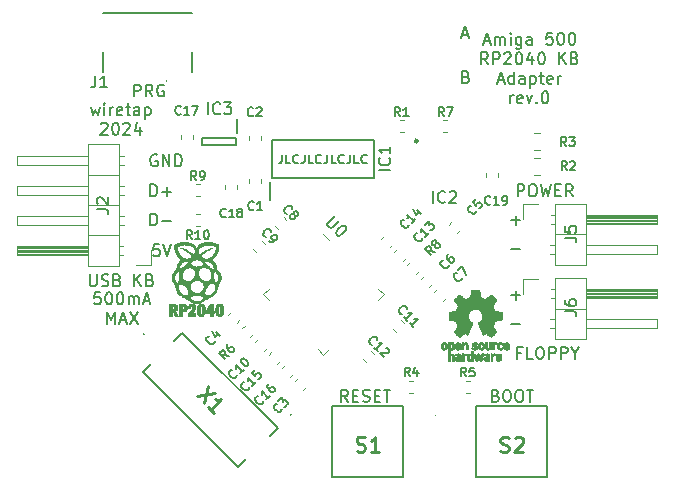
<source format=gto>
G04 #@! TF.GenerationSoftware,KiCad,Pcbnew,(5.1.6)-1*
G04 #@! TF.CreationDate,2024-01-16T16:31:11-05:00*
G04 #@! TF.ProjectId,amiga-500-usb-kb-rp2040,616d6967-612d-4353-9030-2d7573622d6b,rev?*
G04 #@! TF.SameCoordinates,Original*
G04 #@! TF.FileFunction,Legend,Top*
G04 #@! TF.FilePolarity,Positive*
%FSLAX46Y46*%
G04 Gerber Fmt 4.6, Leading zero omitted, Abs format (unit mm)*
G04 Created by KiCad (PCBNEW (5.1.6)-1) date 2024-01-16 16:31:11*
%MOMM*%
%LPD*%
G01*
G04 APERTURE LIST*
%ADD10C,0.150000*%
%ADD11C,0.010000*%
%ADD12C,0.250000*%
%ADD13C,0.200000*%
%ADD14C,0.120000*%
%ADD15C,0.100000*%
%ADD16C,0.254000*%
%ADD17R,2.500000X3.200000*%
%ADD18R,0.950000X0.450000*%
%ADD19R,2.200000X1.500000*%
%ADD20R,0.750000X1.625000*%
%ADD21R,0.700000X1.300000*%
%ADD22R,1.800000X1.800000*%
%ADD23O,1.800000X1.800000*%
%ADD24R,0.550000X1.480000*%
%ADD25R,1.575000X2.200000*%
%ADD26R,1.275000X2.000000*%
%ADD27R,2.475000X2.000000*%
G04 APERTURE END LIST*
D10*
X129024380Y-70715714D02*
X129214857Y-71382380D01*
X129405333Y-70906190D01*
X129595809Y-71382380D01*
X129786285Y-70715714D01*
X130167238Y-71382380D02*
X130167238Y-70715714D01*
X130167238Y-70382380D02*
X130119619Y-70430000D01*
X130167238Y-70477619D01*
X130214857Y-70430000D01*
X130167238Y-70382380D01*
X130167238Y-70477619D01*
X130643428Y-71382380D02*
X130643428Y-70715714D01*
X130643428Y-70906190D02*
X130691047Y-70810952D01*
X130738666Y-70763333D01*
X130833904Y-70715714D01*
X130929142Y-70715714D01*
X131643428Y-71334761D02*
X131548190Y-71382380D01*
X131357714Y-71382380D01*
X131262476Y-71334761D01*
X131214857Y-71239523D01*
X131214857Y-70858571D01*
X131262476Y-70763333D01*
X131357714Y-70715714D01*
X131548190Y-70715714D01*
X131643428Y-70763333D01*
X131691047Y-70858571D01*
X131691047Y-70953809D01*
X131214857Y-71049047D01*
X131976761Y-70715714D02*
X132357714Y-70715714D01*
X132119619Y-70382380D02*
X132119619Y-71239523D01*
X132167238Y-71334761D01*
X132262476Y-71382380D01*
X132357714Y-71382380D01*
X133119619Y-71382380D02*
X133119619Y-70858571D01*
X133072000Y-70763333D01*
X132976761Y-70715714D01*
X132786285Y-70715714D01*
X132691047Y-70763333D01*
X133119619Y-71334761D02*
X133024380Y-71382380D01*
X132786285Y-71382380D01*
X132691047Y-71334761D01*
X132643428Y-71239523D01*
X132643428Y-71144285D01*
X132691047Y-71049047D01*
X132786285Y-71001428D01*
X133024380Y-71001428D01*
X133119619Y-70953809D01*
X133595809Y-70715714D02*
X133595809Y-71715714D01*
X133595809Y-70763333D02*
X133691047Y-70715714D01*
X133881523Y-70715714D01*
X133976761Y-70763333D01*
X134024380Y-70810952D01*
X134072000Y-70906190D01*
X134072000Y-71191904D01*
X134024380Y-71287142D01*
X133976761Y-71334761D01*
X133881523Y-71382380D01*
X133691047Y-71382380D01*
X133595809Y-71334761D01*
X129857714Y-72127619D02*
X129905333Y-72080000D01*
X130000571Y-72032380D01*
X130238666Y-72032380D01*
X130333904Y-72080000D01*
X130381523Y-72127619D01*
X130429142Y-72222857D01*
X130429142Y-72318095D01*
X130381523Y-72460952D01*
X129810095Y-73032380D01*
X130429142Y-73032380D01*
X131048190Y-72032380D02*
X131143428Y-72032380D01*
X131238666Y-72080000D01*
X131286285Y-72127619D01*
X131333904Y-72222857D01*
X131381523Y-72413333D01*
X131381523Y-72651428D01*
X131333904Y-72841904D01*
X131286285Y-72937142D01*
X131238666Y-72984761D01*
X131143428Y-73032380D01*
X131048190Y-73032380D01*
X130952952Y-72984761D01*
X130905333Y-72937142D01*
X130857714Y-72841904D01*
X130810095Y-72651428D01*
X130810095Y-72413333D01*
X130857714Y-72222857D01*
X130905333Y-72127619D01*
X130952952Y-72080000D01*
X131048190Y-72032380D01*
X131762476Y-72127619D02*
X131810095Y-72080000D01*
X131905333Y-72032380D01*
X132143428Y-72032380D01*
X132238666Y-72080000D01*
X132286285Y-72127619D01*
X132333904Y-72222857D01*
X132333904Y-72318095D01*
X132286285Y-72460952D01*
X131714857Y-73032380D01*
X132333904Y-73032380D01*
X133191047Y-72365714D02*
X133191047Y-73032380D01*
X132952952Y-71984761D02*
X132714857Y-72699047D01*
X133333904Y-72699047D01*
X145189214Y-74709785D02*
X145189214Y-75245500D01*
X145153500Y-75352642D01*
X145082071Y-75424071D01*
X144974928Y-75459785D01*
X144903500Y-75459785D01*
X145903500Y-75459785D02*
X145546357Y-75459785D01*
X145546357Y-74709785D01*
X146582071Y-75388357D02*
X146546357Y-75424071D01*
X146439214Y-75459785D01*
X146367785Y-75459785D01*
X146260642Y-75424071D01*
X146189214Y-75352642D01*
X146153500Y-75281214D01*
X146117785Y-75138357D01*
X146117785Y-75031214D01*
X146153500Y-74888357D01*
X146189214Y-74816928D01*
X146260642Y-74745500D01*
X146367785Y-74709785D01*
X146439214Y-74709785D01*
X146546357Y-74745500D01*
X146582071Y-74781214D01*
X147117785Y-74709785D02*
X147117785Y-75245500D01*
X147082071Y-75352642D01*
X147010642Y-75424071D01*
X146903500Y-75459785D01*
X146832071Y-75459785D01*
X147832071Y-75459785D02*
X147474928Y-75459785D01*
X147474928Y-74709785D01*
X148510642Y-75388357D02*
X148474928Y-75424071D01*
X148367785Y-75459785D01*
X148296357Y-75459785D01*
X148189214Y-75424071D01*
X148117785Y-75352642D01*
X148082071Y-75281214D01*
X148046357Y-75138357D01*
X148046357Y-75031214D01*
X148082071Y-74888357D01*
X148117785Y-74816928D01*
X148189214Y-74745500D01*
X148296357Y-74709785D01*
X148367785Y-74709785D01*
X148474928Y-74745500D01*
X148510642Y-74781214D01*
X149046357Y-74709785D02*
X149046357Y-75245500D01*
X149010642Y-75352642D01*
X148939214Y-75424071D01*
X148832071Y-75459785D01*
X148760642Y-75459785D01*
X149760642Y-75459785D02*
X149403500Y-75459785D01*
X149403500Y-74709785D01*
X150439214Y-75388357D02*
X150403500Y-75424071D01*
X150296357Y-75459785D01*
X150224928Y-75459785D01*
X150117785Y-75424071D01*
X150046357Y-75352642D01*
X150010642Y-75281214D01*
X149974928Y-75138357D01*
X149974928Y-75031214D01*
X150010642Y-74888357D01*
X150046357Y-74816928D01*
X150117785Y-74745500D01*
X150224928Y-74709785D01*
X150296357Y-74709785D01*
X150403500Y-74745500D01*
X150439214Y-74781214D01*
X150974928Y-74709785D02*
X150974928Y-75245500D01*
X150939214Y-75352642D01*
X150867785Y-75424071D01*
X150760642Y-75459785D01*
X150689214Y-75459785D01*
X151689214Y-75459785D02*
X151332071Y-75459785D01*
X151332071Y-74709785D01*
X152367785Y-75388357D02*
X152332071Y-75424071D01*
X152224928Y-75459785D01*
X152153500Y-75459785D01*
X152046357Y-75424071D01*
X151974928Y-75352642D01*
X151939214Y-75281214D01*
X151903500Y-75138357D01*
X151903500Y-75031214D01*
X151939214Y-74888357D01*
X151974928Y-74816928D01*
X152046357Y-74745500D01*
X152153500Y-74709785D01*
X152224928Y-74709785D01*
X152332071Y-74745500D01*
X152367785Y-74781214D01*
X129825976Y-86384380D02*
X129349785Y-86384380D01*
X129302166Y-86860571D01*
X129349785Y-86812952D01*
X129445023Y-86765333D01*
X129683119Y-86765333D01*
X129778357Y-86812952D01*
X129825976Y-86860571D01*
X129873595Y-86955809D01*
X129873595Y-87193904D01*
X129825976Y-87289142D01*
X129778357Y-87336761D01*
X129683119Y-87384380D01*
X129445023Y-87384380D01*
X129349785Y-87336761D01*
X129302166Y-87289142D01*
X130492642Y-86384380D02*
X130587880Y-86384380D01*
X130683119Y-86432000D01*
X130730738Y-86479619D01*
X130778357Y-86574857D01*
X130825976Y-86765333D01*
X130825976Y-87003428D01*
X130778357Y-87193904D01*
X130730738Y-87289142D01*
X130683119Y-87336761D01*
X130587880Y-87384380D01*
X130492642Y-87384380D01*
X130397404Y-87336761D01*
X130349785Y-87289142D01*
X130302166Y-87193904D01*
X130254547Y-87003428D01*
X130254547Y-86765333D01*
X130302166Y-86574857D01*
X130349785Y-86479619D01*
X130397404Y-86432000D01*
X130492642Y-86384380D01*
X131445023Y-86384380D02*
X131540261Y-86384380D01*
X131635500Y-86432000D01*
X131683119Y-86479619D01*
X131730738Y-86574857D01*
X131778357Y-86765333D01*
X131778357Y-87003428D01*
X131730738Y-87193904D01*
X131683119Y-87289142D01*
X131635500Y-87336761D01*
X131540261Y-87384380D01*
X131445023Y-87384380D01*
X131349785Y-87336761D01*
X131302166Y-87289142D01*
X131254547Y-87193904D01*
X131206928Y-87003428D01*
X131206928Y-86765333D01*
X131254547Y-86574857D01*
X131302166Y-86479619D01*
X131349785Y-86432000D01*
X131445023Y-86384380D01*
X132206928Y-87384380D02*
X132206928Y-86717714D01*
X132206928Y-86812952D02*
X132254547Y-86765333D01*
X132349785Y-86717714D01*
X132492642Y-86717714D01*
X132587880Y-86765333D01*
X132635500Y-86860571D01*
X132635500Y-87384380D01*
X132635500Y-86860571D02*
X132683119Y-86765333D01*
X132778357Y-86717714D01*
X132921214Y-86717714D01*
X133016452Y-86765333D01*
X133064071Y-86860571D01*
X133064071Y-87384380D01*
X133492642Y-87098666D02*
X133968833Y-87098666D01*
X133397404Y-87384380D02*
X133730738Y-86384380D01*
X134064071Y-87384380D01*
X130397404Y-89034380D02*
X130397404Y-88034380D01*
X130730738Y-88748666D01*
X131064071Y-88034380D01*
X131064071Y-89034380D01*
X131492642Y-88748666D02*
X131968833Y-88748666D01*
X131397404Y-89034380D02*
X131730738Y-88034380D01*
X132064071Y-89034380D01*
X132302166Y-88034380D02*
X132968833Y-89034380D01*
X132968833Y-88034380D02*
X132302166Y-89034380D01*
X164592047Y-89098428D02*
X165353952Y-89098428D01*
X164592047Y-86621928D02*
X165353952Y-86621928D01*
X164973000Y-87002880D02*
X164973000Y-86240976D01*
X164592047Y-82748428D02*
X165353952Y-82748428D01*
X164592047Y-80271928D02*
X165353952Y-80271928D01*
X164973000Y-80652880D02*
X164973000Y-79890976D01*
X132659595Y-69794380D02*
X132659595Y-68794380D01*
X133040547Y-68794380D01*
X133135785Y-68842000D01*
X133183404Y-68889619D01*
X133231023Y-68984857D01*
X133231023Y-69127714D01*
X133183404Y-69222952D01*
X133135785Y-69270571D01*
X133040547Y-69318190D01*
X132659595Y-69318190D01*
X134231023Y-69794380D02*
X133897690Y-69318190D01*
X133659595Y-69794380D02*
X133659595Y-68794380D01*
X134040547Y-68794380D01*
X134135785Y-68842000D01*
X134183404Y-68889619D01*
X134231023Y-68984857D01*
X134231023Y-69127714D01*
X134183404Y-69222952D01*
X134135785Y-69270571D01*
X134040547Y-69318190D01*
X133659595Y-69318190D01*
X135183404Y-68842000D02*
X135088166Y-68794380D01*
X134945309Y-68794380D01*
X134802452Y-68842000D01*
X134707214Y-68937238D01*
X134659595Y-69032476D01*
X134611976Y-69222952D01*
X134611976Y-69365809D01*
X134659595Y-69556285D01*
X134707214Y-69651523D01*
X134802452Y-69746761D01*
X134945309Y-69794380D01*
X135040547Y-69794380D01*
X135183404Y-69746761D01*
X135231023Y-69699142D01*
X135231023Y-69365809D01*
X135040547Y-69365809D01*
X128929142Y-84859880D02*
X128929142Y-85669404D01*
X128976761Y-85764642D01*
X129024380Y-85812261D01*
X129119619Y-85859880D01*
X129310095Y-85859880D01*
X129405333Y-85812261D01*
X129452952Y-85764642D01*
X129500571Y-85669404D01*
X129500571Y-84859880D01*
X129929142Y-85812261D02*
X130072000Y-85859880D01*
X130310095Y-85859880D01*
X130405333Y-85812261D01*
X130452952Y-85764642D01*
X130500571Y-85669404D01*
X130500571Y-85574166D01*
X130452952Y-85478928D01*
X130405333Y-85431309D01*
X130310095Y-85383690D01*
X130119619Y-85336071D01*
X130024380Y-85288452D01*
X129976761Y-85240833D01*
X129929142Y-85145595D01*
X129929142Y-85050357D01*
X129976761Y-84955119D01*
X130024380Y-84907500D01*
X130119619Y-84859880D01*
X130357714Y-84859880D01*
X130500571Y-84907500D01*
X131262476Y-85336071D02*
X131405333Y-85383690D01*
X131452952Y-85431309D01*
X131500571Y-85526547D01*
X131500571Y-85669404D01*
X131452952Y-85764642D01*
X131405333Y-85812261D01*
X131310095Y-85859880D01*
X130929142Y-85859880D01*
X130929142Y-84859880D01*
X131262476Y-84859880D01*
X131357714Y-84907500D01*
X131405333Y-84955119D01*
X131452952Y-85050357D01*
X131452952Y-85145595D01*
X131405333Y-85240833D01*
X131357714Y-85288452D01*
X131262476Y-85336071D01*
X130929142Y-85336071D01*
X132691047Y-85859880D02*
X132691047Y-84859880D01*
X133262476Y-85859880D02*
X132833904Y-85288452D01*
X133262476Y-84859880D02*
X132691047Y-85431309D01*
X134024380Y-85336071D02*
X134167238Y-85383690D01*
X134214857Y-85431309D01*
X134262476Y-85526547D01*
X134262476Y-85669404D01*
X134214857Y-85764642D01*
X134167238Y-85812261D01*
X134072000Y-85859880D01*
X133691047Y-85859880D01*
X133691047Y-84859880D01*
X134024380Y-84859880D01*
X134119619Y-84907500D01*
X134167238Y-84955119D01*
X134214857Y-85050357D01*
X134214857Y-85145595D01*
X134167238Y-85240833D01*
X134119619Y-85288452D01*
X134024380Y-85336071D01*
X133691047Y-85336071D01*
X164520761Y-70365880D02*
X164520761Y-69699214D01*
X164520761Y-69889690D02*
X164568380Y-69794452D01*
X164616000Y-69746833D01*
X164711238Y-69699214D01*
X164806476Y-69699214D01*
X165520761Y-70318261D02*
X165425523Y-70365880D01*
X165235047Y-70365880D01*
X165139809Y-70318261D01*
X165092190Y-70223023D01*
X165092190Y-69842071D01*
X165139809Y-69746833D01*
X165235047Y-69699214D01*
X165425523Y-69699214D01*
X165520761Y-69746833D01*
X165568380Y-69842071D01*
X165568380Y-69937309D01*
X165092190Y-70032547D01*
X165901714Y-69699214D02*
X166139809Y-70365880D01*
X166377904Y-69699214D01*
X166758857Y-70270642D02*
X166806476Y-70318261D01*
X166758857Y-70365880D01*
X166711238Y-70318261D01*
X166758857Y-70270642D01*
X166758857Y-70365880D01*
X167425523Y-69365880D02*
X167520761Y-69365880D01*
X167616000Y-69413500D01*
X167663619Y-69461119D01*
X167711238Y-69556357D01*
X167758857Y-69746833D01*
X167758857Y-69984928D01*
X167711238Y-70175404D01*
X167663619Y-70270642D01*
X167616000Y-70318261D01*
X167520761Y-70365880D01*
X167425523Y-70365880D01*
X167330285Y-70318261D01*
X167282666Y-70270642D01*
X167235047Y-70175404D01*
X167187428Y-69984928D01*
X167187428Y-69746833D01*
X167235047Y-69556357D01*
X167282666Y-69461119D01*
X167330285Y-69413500D01*
X167425523Y-69365880D01*
X162639809Y-67064380D02*
X162306476Y-66588190D01*
X162068380Y-67064380D02*
X162068380Y-66064380D01*
X162449333Y-66064380D01*
X162544571Y-66112000D01*
X162592190Y-66159619D01*
X162639809Y-66254857D01*
X162639809Y-66397714D01*
X162592190Y-66492952D01*
X162544571Y-66540571D01*
X162449333Y-66588190D01*
X162068380Y-66588190D01*
X163068380Y-67064380D02*
X163068380Y-66064380D01*
X163449333Y-66064380D01*
X163544571Y-66112000D01*
X163592190Y-66159619D01*
X163639809Y-66254857D01*
X163639809Y-66397714D01*
X163592190Y-66492952D01*
X163544571Y-66540571D01*
X163449333Y-66588190D01*
X163068380Y-66588190D01*
X164020761Y-66159619D02*
X164068380Y-66112000D01*
X164163619Y-66064380D01*
X164401714Y-66064380D01*
X164496952Y-66112000D01*
X164544571Y-66159619D01*
X164592190Y-66254857D01*
X164592190Y-66350095D01*
X164544571Y-66492952D01*
X163973142Y-67064380D01*
X164592190Y-67064380D01*
X165211238Y-66064380D02*
X165306476Y-66064380D01*
X165401714Y-66112000D01*
X165449333Y-66159619D01*
X165496952Y-66254857D01*
X165544571Y-66445333D01*
X165544571Y-66683428D01*
X165496952Y-66873904D01*
X165449333Y-66969142D01*
X165401714Y-67016761D01*
X165306476Y-67064380D01*
X165211238Y-67064380D01*
X165116000Y-67016761D01*
X165068380Y-66969142D01*
X165020761Y-66873904D01*
X164973142Y-66683428D01*
X164973142Y-66445333D01*
X165020761Y-66254857D01*
X165068380Y-66159619D01*
X165116000Y-66112000D01*
X165211238Y-66064380D01*
X166401714Y-66397714D02*
X166401714Y-67064380D01*
X166163619Y-66016761D02*
X165925523Y-66731047D01*
X166544571Y-66731047D01*
X167116000Y-66064380D02*
X167211238Y-66064380D01*
X167306476Y-66112000D01*
X167354095Y-66159619D01*
X167401714Y-66254857D01*
X167449333Y-66445333D01*
X167449333Y-66683428D01*
X167401714Y-66873904D01*
X167354095Y-66969142D01*
X167306476Y-67016761D01*
X167211238Y-67064380D01*
X167116000Y-67064380D01*
X167020761Y-67016761D01*
X166973142Y-66969142D01*
X166925523Y-66873904D01*
X166877904Y-66683428D01*
X166877904Y-66445333D01*
X166925523Y-66254857D01*
X166973142Y-66159619D01*
X167020761Y-66112000D01*
X167116000Y-66064380D01*
X168639809Y-67064380D02*
X168639809Y-66064380D01*
X169211238Y-67064380D02*
X168782666Y-66492952D01*
X169211238Y-66064380D02*
X168639809Y-66635809D01*
X169973142Y-66540571D02*
X170116000Y-66588190D01*
X170163619Y-66635809D01*
X170211238Y-66731047D01*
X170211238Y-66873904D01*
X170163619Y-66969142D01*
X170116000Y-67016761D01*
X170020761Y-67064380D01*
X169639809Y-67064380D01*
X169639809Y-66064380D01*
X169973142Y-66064380D01*
X170068380Y-66112000D01*
X170116000Y-66159619D01*
X170163619Y-66254857D01*
X170163619Y-66350095D01*
X170116000Y-66445333D01*
X170068380Y-66492952D01*
X169973142Y-66540571D01*
X169639809Y-66540571D01*
X163496952Y-68428666D02*
X163973142Y-68428666D01*
X163401714Y-68714380D02*
X163735047Y-67714380D01*
X164068380Y-68714380D01*
X164830285Y-68714380D02*
X164830285Y-67714380D01*
X164830285Y-68666761D02*
X164735047Y-68714380D01*
X164544571Y-68714380D01*
X164449333Y-68666761D01*
X164401714Y-68619142D01*
X164354095Y-68523904D01*
X164354095Y-68238190D01*
X164401714Y-68142952D01*
X164449333Y-68095333D01*
X164544571Y-68047714D01*
X164735047Y-68047714D01*
X164830285Y-68095333D01*
X165735047Y-68714380D02*
X165735047Y-68190571D01*
X165687428Y-68095333D01*
X165592190Y-68047714D01*
X165401714Y-68047714D01*
X165306476Y-68095333D01*
X165735047Y-68666761D02*
X165639809Y-68714380D01*
X165401714Y-68714380D01*
X165306476Y-68666761D01*
X165258857Y-68571523D01*
X165258857Y-68476285D01*
X165306476Y-68381047D01*
X165401714Y-68333428D01*
X165639809Y-68333428D01*
X165735047Y-68285809D01*
X166211238Y-68047714D02*
X166211238Y-69047714D01*
X166211238Y-68095333D02*
X166306476Y-68047714D01*
X166496952Y-68047714D01*
X166592190Y-68095333D01*
X166639809Y-68142952D01*
X166687428Y-68238190D01*
X166687428Y-68523904D01*
X166639809Y-68619142D01*
X166592190Y-68666761D01*
X166496952Y-68714380D01*
X166306476Y-68714380D01*
X166211238Y-68666761D01*
X166973142Y-68047714D02*
X167354095Y-68047714D01*
X167116000Y-67714380D02*
X167116000Y-68571523D01*
X167163619Y-68666761D01*
X167258857Y-68714380D01*
X167354095Y-68714380D01*
X168068380Y-68666761D02*
X167973142Y-68714380D01*
X167782666Y-68714380D01*
X167687428Y-68666761D01*
X167639809Y-68571523D01*
X167639809Y-68190571D01*
X167687428Y-68095333D01*
X167782666Y-68047714D01*
X167973142Y-68047714D01*
X168068380Y-68095333D01*
X168116000Y-68190571D01*
X168116000Y-68285809D01*
X167639809Y-68381047D01*
X168544571Y-68714380D02*
X168544571Y-68047714D01*
X168544571Y-68238190D02*
X168592190Y-68142952D01*
X168639809Y-68095333D01*
X168735047Y-68047714D01*
X168830285Y-68047714D01*
X162322357Y-65127166D02*
X162798547Y-65127166D01*
X162227119Y-65412880D02*
X162560452Y-64412880D01*
X162893785Y-65412880D01*
X163227119Y-65412880D02*
X163227119Y-64746214D01*
X163227119Y-64841452D02*
X163274738Y-64793833D01*
X163369976Y-64746214D01*
X163512833Y-64746214D01*
X163608071Y-64793833D01*
X163655690Y-64889071D01*
X163655690Y-65412880D01*
X163655690Y-64889071D02*
X163703309Y-64793833D01*
X163798547Y-64746214D01*
X163941404Y-64746214D01*
X164036642Y-64793833D01*
X164084261Y-64889071D01*
X164084261Y-65412880D01*
X164560452Y-65412880D02*
X164560452Y-64746214D01*
X164560452Y-64412880D02*
X164512833Y-64460500D01*
X164560452Y-64508119D01*
X164608071Y-64460500D01*
X164560452Y-64412880D01*
X164560452Y-64508119D01*
X165465214Y-64746214D02*
X165465214Y-65555738D01*
X165417595Y-65650976D01*
X165369976Y-65698595D01*
X165274738Y-65746214D01*
X165131880Y-65746214D01*
X165036642Y-65698595D01*
X165465214Y-65365261D02*
X165369976Y-65412880D01*
X165179500Y-65412880D01*
X165084261Y-65365261D01*
X165036642Y-65317642D01*
X164989023Y-65222404D01*
X164989023Y-64936690D01*
X165036642Y-64841452D01*
X165084261Y-64793833D01*
X165179500Y-64746214D01*
X165369976Y-64746214D01*
X165465214Y-64793833D01*
X166369976Y-65412880D02*
X166369976Y-64889071D01*
X166322357Y-64793833D01*
X166227119Y-64746214D01*
X166036642Y-64746214D01*
X165941404Y-64793833D01*
X166369976Y-65365261D02*
X166274738Y-65412880D01*
X166036642Y-65412880D01*
X165941404Y-65365261D01*
X165893785Y-65270023D01*
X165893785Y-65174785D01*
X165941404Y-65079547D01*
X166036642Y-65031928D01*
X166274738Y-65031928D01*
X166369976Y-64984309D01*
X168084261Y-64412880D02*
X167608071Y-64412880D01*
X167560452Y-64889071D01*
X167608071Y-64841452D01*
X167703309Y-64793833D01*
X167941404Y-64793833D01*
X168036642Y-64841452D01*
X168084261Y-64889071D01*
X168131880Y-64984309D01*
X168131880Y-65222404D01*
X168084261Y-65317642D01*
X168036642Y-65365261D01*
X167941404Y-65412880D01*
X167703309Y-65412880D01*
X167608071Y-65365261D01*
X167560452Y-65317642D01*
X168750928Y-64412880D02*
X168846166Y-64412880D01*
X168941404Y-64460500D01*
X168989023Y-64508119D01*
X169036642Y-64603357D01*
X169084261Y-64793833D01*
X169084261Y-65031928D01*
X169036642Y-65222404D01*
X168989023Y-65317642D01*
X168941404Y-65365261D01*
X168846166Y-65412880D01*
X168750928Y-65412880D01*
X168655690Y-65365261D01*
X168608071Y-65317642D01*
X168560452Y-65222404D01*
X168512833Y-65031928D01*
X168512833Y-64793833D01*
X168560452Y-64603357D01*
X168608071Y-64508119D01*
X168655690Y-64460500D01*
X168750928Y-64412880D01*
X169703309Y-64412880D02*
X169798547Y-64412880D01*
X169893785Y-64460500D01*
X169941404Y-64508119D01*
X169989023Y-64603357D01*
X170036642Y-64793833D01*
X170036642Y-65031928D01*
X169989023Y-65222404D01*
X169941404Y-65317642D01*
X169893785Y-65365261D01*
X169798547Y-65412880D01*
X169703309Y-65412880D01*
X169608071Y-65365261D01*
X169560452Y-65317642D01*
X169512833Y-65222404D01*
X169465214Y-65031928D01*
X169465214Y-64793833D01*
X169512833Y-64603357D01*
X169560452Y-64508119D01*
X169608071Y-64460500D01*
X169703309Y-64412880D01*
X134810523Y-82319880D02*
X134334333Y-82319880D01*
X134286714Y-82796071D01*
X134334333Y-82748452D01*
X134429571Y-82700833D01*
X134667666Y-82700833D01*
X134762904Y-82748452D01*
X134810523Y-82796071D01*
X134858142Y-82891309D01*
X134858142Y-83129404D01*
X134810523Y-83224642D01*
X134762904Y-83272261D01*
X134667666Y-83319880D01*
X134429571Y-83319880D01*
X134334333Y-83272261D01*
X134286714Y-83224642D01*
X135143857Y-82319880D02*
X135477190Y-83319880D01*
X135810523Y-82319880D01*
X134056547Y-80716380D02*
X134056547Y-79716380D01*
X134294642Y-79716380D01*
X134437500Y-79764000D01*
X134532738Y-79859238D01*
X134580357Y-79954476D01*
X134627976Y-80144952D01*
X134627976Y-80287809D01*
X134580357Y-80478285D01*
X134532738Y-80573523D01*
X134437500Y-80668761D01*
X134294642Y-80716380D01*
X134056547Y-80716380D01*
X135056547Y-80335428D02*
X135818452Y-80335428D01*
X134056547Y-78239880D02*
X134056547Y-77239880D01*
X134294642Y-77239880D01*
X134437500Y-77287500D01*
X134532738Y-77382738D01*
X134580357Y-77477976D01*
X134627976Y-77668452D01*
X134627976Y-77811309D01*
X134580357Y-78001785D01*
X134532738Y-78097023D01*
X134437500Y-78192261D01*
X134294642Y-78239880D01*
X134056547Y-78239880D01*
X135056547Y-77858928D02*
X135818452Y-77858928D01*
X135437500Y-78239880D02*
X135437500Y-77477976D01*
X134620095Y-74747500D02*
X134524857Y-74699880D01*
X134382000Y-74699880D01*
X134239142Y-74747500D01*
X134143904Y-74842738D01*
X134096285Y-74937976D01*
X134048666Y-75128452D01*
X134048666Y-75271309D01*
X134096285Y-75461785D01*
X134143904Y-75557023D01*
X134239142Y-75652261D01*
X134382000Y-75699880D01*
X134477238Y-75699880D01*
X134620095Y-75652261D01*
X134667714Y-75604642D01*
X134667714Y-75271309D01*
X134477238Y-75271309D01*
X135096285Y-75699880D02*
X135096285Y-74699880D01*
X135667714Y-75699880D01*
X135667714Y-74699880D01*
X136143904Y-75699880D02*
X136143904Y-74699880D01*
X136382000Y-74699880D01*
X136524857Y-74747500D01*
X136620095Y-74842738D01*
X136667714Y-74937976D01*
X136715333Y-75128452D01*
X136715333Y-75271309D01*
X136667714Y-75461785D01*
X136620095Y-75557023D01*
X136524857Y-75652261D01*
X136382000Y-75699880D01*
X136143904Y-75699880D01*
X165425714Y-91495571D02*
X165092380Y-91495571D01*
X165092380Y-92019380D02*
X165092380Y-91019380D01*
X165568571Y-91019380D01*
X166425714Y-92019380D02*
X165949523Y-92019380D01*
X165949523Y-91019380D01*
X166949523Y-91019380D02*
X167140000Y-91019380D01*
X167235238Y-91067000D01*
X167330476Y-91162238D01*
X167378095Y-91352714D01*
X167378095Y-91686047D01*
X167330476Y-91876523D01*
X167235238Y-91971761D01*
X167140000Y-92019380D01*
X166949523Y-92019380D01*
X166854285Y-91971761D01*
X166759047Y-91876523D01*
X166711428Y-91686047D01*
X166711428Y-91352714D01*
X166759047Y-91162238D01*
X166854285Y-91067000D01*
X166949523Y-91019380D01*
X167806666Y-92019380D02*
X167806666Y-91019380D01*
X168187619Y-91019380D01*
X168282857Y-91067000D01*
X168330476Y-91114619D01*
X168378095Y-91209857D01*
X168378095Y-91352714D01*
X168330476Y-91447952D01*
X168282857Y-91495571D01*
X168187619Y-91543190D01*
X167806666Y-91543190D01*
X168806666Y-92019380D02*
X168806666Y-91019380D01*
X169187619Y-91019380D01*
X169282857Y-91067000D01*
X169330476Y-91114619D01*
X169378095Y-91209857D01*
X169378095Y-91352714D01*
X169330476Y-91447952D01*
X169282857Y-91495571D01*
X169187619Y-91543190D01*
X168806666Y-91543190D01*
X169997142Y-91543190D02*
X169997142Y-92019380D01*
X169663809Y-91019380D02*
X169997142Y-91543190D01*
X170330476Y-91019380D01*
X165139976Y-78239880D02*
X165139976Y-77239880D01*
X165520928Y-77239880D01*
X165616166Y-77287500D01*
X165663785Y-77335119D01*
X165711404Y-77430357D01*
X165711404Y-77573214D01*
X165663785Y-77668452D01*
X165616166Y-77716071D01*
X165520928Y-77763690D01*
X165139976Y-77763690D01*
X166330452Y-77239880D02*
X166520928Y-77239880D01*
X166616166Y-77287500D01*
X166711404Y-77382738D01*
X166759023Y-77573214D01*
X166759023Y-77906547D01*
X166711404Y-78097023D01*
X166616166Y-78192261D01*
X166520928Y-78239880D01*
X166330452Y-78239880D01*
X166235214Y-78192261D01*
X166139976Y-78097023D01*
X166092357Y-77906547D01*
X166092357Y-77573214D01*
X166139976Y-77382738D01*
X166235214Y-77287500D01*
X166330452Y-77239880D01*
X167092357Y-77239880D02*
X167330452Y-78239880D01*
X167520928Y-77525595D01*
X167711404Y-78239880D01*
X167949500Y-77239880D01*
X168330452Y-77716071D02*
X168663785Y-77716071D01*
X168806642Y-78239880D02*
X168330452Y-78239880D01*
X168330452Y-77239880D01*
X168806642Y-77239880D01*
X169806642Y-78239880D02*
X169473309Y-77763690D01*
X169235214Y-78239880D02*
X169235214Y-77239880D01*
X169616166Y-77239880D01*
X169711404Y-77287500D01*
X169759023Y-77335119D01*
X169806642Y-77430357D01*
X169806642Y-77573214D01*
X169759023Y-77668452D01*
X169711404Y-77716071D01*
X169616166Y-77763690D01*
X169235214Y-77763690D01*
X163298357Y-95115071D02*
X163441214Y-95162690D01*
X163488833Y-95210309D01*
X163536452Y-95305547D01*
X163536452Y-95448404D01*
X163488833Y-95543642D01*
X163441214Y-95591261D01*
X163345976Y-95638880D01*
X162965023Y-95638880D01*
X162965023Y-94638880D01*
X163298357Y-94638880D01*
X163393595Y-94686500D01*
X163441214Y-94734119D01*
X163488833Y-94829357D01*
X163488833Y-94924595D01*
X163441214Y-95019833D01*
X163393595Y-95067452D01*
X163298357Y-95115071D01*
X162965023Y-95115071D01*
X164155500Y-94638880D02*
X164345976Y-94638880D01*
X164441214Y-94686500D01*
X164536452Y-94781738D01*
X164584071Y-94972214D01*
X164584071Y-95305547D01*
X164536452Y-95496023D01*
X164441214Y-95591261D01*
X164345976Y-95638880D01*
X164155500Y-95638880D01*
X164060261Y-95591261D01*
X163965023Y-95496023D01*
X163917404Y-95305547D01*
X163917404Y-94972214D01*
X163965023Y-94781738D01*
X164060261Y-94686500D01*
X164155500Y-94638880D01*
X165203119Y-94638880D02*
X165393595Y-94638880D01*
X165488833Y-94686500D01*
X165584071Y-94781738D01*
X165631690Y-94972214D01*
X165631690Y-95305547D01*
X165584071Y-95496023D01*
X165488833Y-95591261D01*
X165393595Y-95638880D01*
X165203119Y-95638880D01*
X165107880Y-95591261D01*
X165012642Y-95496023D01*
X164965023Y-95305547D01*
X164965023Y-94972214D01*
X165012642Y-94781738D01*
X165107880Y-94686500D01*
X165203119Y-94638880D01*
X165917404Y-94638880D02*
X166488833Y-94638880D01*
X166203119Y-95638880D02*
X166203119Y-94638880D01*
X150757119Y-95638880D02*
X150423785Y-95162690D01*
X150185690Y-95638880D02*
X150185690Y-94638880D01*
X150566642Y-94638880D01*
X150661880Y-94686500D01*
X150709500Y-94734119D01*
X150757119Y-94829357D01*
X150757119Y-94972214D01*
X150709500Y-95067452D01*
X150661880Y-95115071D01*
X150566642Y-95162690D01*
X150185690Y-95162690D01*
X151185690Y-95115071D02*
X151519023Y-95115071D01*
X151661880Y-95638880D02*
X151185690Y-95638880D01*
X151185690Y-94638880D01*
X151661880Y-94638880D01*
X152042833Y-95591261D02*
X152185690Y-95638880D01*
X152423785Y-95638880D01*
X152519023Y-95591261D01*
X152566642Y-95543642D01*
X152614261Y-95448404D01*
X152614261Y-95353166D01*
X152566642Y-95257928D01*
X152519023Y-95210309D01*
X152423785Y-95162690D01*
X152233309Y-95115071D01*
X152138071Y-95067452D01*
X152090452Y-95019833D01*
X152042833Y-94924595D01*
X152042833Y-94829357D01*
X152090452Y-94734119D01*
X152138071Y-94686500D01*
X152233309Y-94638880D01*
X152471404Y-94638880D01*
X152614261Y-94686500D01*
X153042833Y-95115071D02*
X153376166Y-95115071D01*
X153519023Y-95638880D02*
X153042833Y-95638880D01*
X153042833Y-94638880D01*
X153519023Y-94638880D01*
X153804738Y-94638880D02*
X154376166Y-94638880D01*
X154090452Y-95638880D02*
X154090452Y-94638880D01*
X160789928Y-68127571D02*
X160932785Y-68175190D01*
X160980404Y-68222809D01*
X161028023Y-68318047D01*
X161028023Y-68460904D01*
X160980404Y-68556142D01*
X160932785Y-68603761D01*
X160837547Y-68651380D01*
X160456595Y-68651380D01*
X160456595Y-67651380D01*
X160789928Y-67651380D01*
X160885166Y-67699000D01*
X160932785Y-67746619D01*
X160980404Y-67841857D01*
X160980404Y-67937095D01*
X160932785Y-68032333D01*
X160885166Y-68079952D01*
X160789928Y-68127571D01*
X160456595Y-68127571D01*
X160480404Y-64555666D02*
X160956595Y-64555666D01*
X160385166Y-64841380D02*
X160718500Y-63841380D01*
X161051833Y-64841380D01*
D11*
G36*
X138407548Y-87347178D02*
G01*
X138475262Y-87367440D01*
X138531902Y-87401959D01*
X138577827Y-87451346D01*
X138613397Y-87516215D01*
X138638971Y-87597178D01*
X138654908Y-87694847D01*
X138661567Y-87809836D01*
X138660720Y-87906860D01*
X138653641Y-88018957D01*
X138639728Y-88113183D01*
X138618326Y-88191022D01*
X138588782Y-88253962D01*
X138550439Y-88303487D01*
X138502644Y-88341085D01*
X138459933Y-88362458D01*
X138416920Y-88374407D01*
X138362718Y-88381655D01*
X138306064Y-88383485D01*
X138255842Y-88379206D01*
X138189331Y-88360738D01*
X138134481Y-88328630D01*
X138094791Y-88290610D01*
X138058328Y-88240159D01*
X138030282Y-88180168D01*
X138010127Y-88108453D01*
X137997333Y-88022832D01*
X137991372Y-87921123D01*
X137990798Y-87861140D01*
X137991563Y-87840504D01*
X138227912Y-87840504D01*
X138228526Y-87894609D01*
X138229806Y-87972013D01*
X138231320Y-88031915D01*
X138233295Y-88077133D01*
X138235959Y-88110483D01*
X138239537Y-88134785D01*
X138244258Y-88152855D01*
X138250349Y-88167512D01*
X138250557Y-88167932D01*
X138276433Y-88202008D01*
X138309441Y-88219281D01*
X138345558Y-88218794D01*
X138380760Y-88199589D01*
X138381357Y-88199069D01*
X138394155Y-88185436D01*
X138404234Y-88167965D01*
X138411903Y-88144259D01*
X138417471Y-88111921D01*
X138421247Y-88068553D01*
X138423540Y-88011756D01*
X138424660Y-87939134D01*
X138424920Y-87861140D01*
X138424585Y-87773125D01*
X138423364Y-87702983D01*
X138420935Y-87648276D01*
X138416972Y-87606564D01*
X138411154Y-87575409D01*
X138403156Y-87552372D01*
X138392654Y-87535014D01*
X138379838Y-87521358D01*
X138348755Y-87505696D01*
X138312559Y-87505486D01*
X138278964Y-87520415D01*
X138272725Y-87525666D01*
X138258590Y-87542528D01*
X138247480Y-87565037D01*
X138239125Y-87595427D01*
X138233258Y-87635935D01*
X138229613Y-87688793D01*
X138227920Y-87756238D01*
X138227912Y-87840504D01*
X137991563Y-87840504D01*
X137995346Y-87738611D01*
X138008250Y-87634062D01*
X138030000Y-87546737D01*
X138061085Y-87475882D01*
X138101997Y-87420738D01*
X138153225Y-87380552D01*
X138215260Y-87354566D01*
X138288591Y-87342026D01*
X138328400Y-87340560D01*
X138407548Y-87347178D01*
G37*
X138407548Y-87347178D02*
X138475262Y-87367440D01*
X138531902Y-87401959D01*
X138577827Y-87451346D01*
X138613397Y-87516215D01*
X138638971Y-87597178D01*
X138654908Y-87694847D01*
X138661567Y-87809836D01*
X138660720Y-87906860D01*
X138653641Y-88018957D01*
X138639728Y-88113183D01*
X138618326Y-88191022D01*
X138588782Y-88253962D01*
X138550439Y-88303487D01*
X138502644Y-88341085D01*
X138459933Y-88362458D01*
X138416920Y-88374407D01*
X138362718Y-88381655D01*
X138306064Y-88383485D01*
X138255842Y-88379206D01*
X138189331Y-88360738D01*
X138134481Y-88328630D01*
X138094791Y-88290610D01*
X138058328Y-88240159D01*
X138030282Y-88180168D01*
X138010127Y-88108453D01*
X137997333Y-88022832D01*
X137991372Y-87921123D01*
X137990798Y-87861140D01*
X137991563Y-87840504D01*
X138227912Y-87840504D01*
X138228526Y-87894609D01*
X138229806Y-87972013D01*
X138231320Y-88031915D01*
X138233295Y-88077133D01*
X138235959Y-88110483D01*
X138239537Y-88134785D01*
X138244258Y-88152855D01*
X138250349Y-88167512D01*
X138250557Y-88167932D01*
X138276433Y-88202008D01*
X138309441Y-88219281D01*
X138345558Y-88218794D01*
X138380760Y-88199589D01*
X138381357Y-88199069D01*
X138394155Y-88185436D01*
X138404234Y-88167965D01*
X138411903Y-88144259D01*
X138417471Y-88111921D01*
X138421247Y-88068553D01*
X138423540Y-88011756D01*
X138424660Y-87939134D01*
X138424920Y-87861140D01*
X138424585Y-87773125D01*
X138423364Y-87702983D01*
X138420935Y-87648276D01*
X138416972Y-87606564D01*
X138411154Y-87575409D01*
X138403156Y-87552372D01*
X138392654Y-87535014D01*
X138379838Y-87521358D01*
X138348755Y-87505696D01*
X138312559Y-87505486D01*
X138278964Y-87520415D01*
X138272725Y-87525666D01*
X138258590Y-87542528D01*
X138247480Y-87565037D01*
X138239125Y-87595427D01*
X138233258Y-87635935D01*
X138229613Y-87688793D01*
X138227920Y-87756238D01*
X138227912Y-87840504D01*
X137991563Y-87840504D01*
X137995346Y-87738611D01*
X138008250Y-87634062D01*
X138030000Y-87546737D01*
X138061085Y-87475882D01*
X138101997Y-87420738D01*
X138153225Y-87380552D01*
X138215260Y-87354566D01*
X138288591Y-87342026D01*
X138328400Y-87340560D01*
X138407548Y-87347178D01*
G36*
X139931037Y-87341453D02*
G01*
X139996300Y-87353849D01*
X140023589Y-87363610D01*
X140080680Y-87396665D01*
X140127474Y-87442820D01*
X140164359Y-87503051D01*
X140191723Y-87578334D01*
X140209952Y-87669644D01*
X140219434Y-87777957D01*
X140221085Y-87861140D01*
X140217968Y-87971157D01*
X140208833Y-88063868D01*
X140193128Y-88141539D01*
X140170302Y-88206435D01*
X140139803Y-88260821D01*
X140116603Y-88290478D01*
X140063803Y-88335489D01*
X139998445Y-88366430D01*
X139923408Y-88382446D01*
X139841569Y-88382680D01*
X139816625Y-88379622D01*
X139749498Y-88362678D01*
X139693145Y-88333117D01*
X139647000Y-88289938D01*
X139610492Y-88232140D01*
X139583053Y-88158724D01*
X139564114Y-88068688D01*
X139553107Y-87961033D01*
X139550767Y-87911940D01*
X139550628Y-87861140D01*
X139781688Y-87861140D01*
X139782810Y-87958261D01*
X139786444Y-88036934D01*
X139792996Y-88098918D01*
X139802869Y-88145975D01*
X139816468Y-88179866D01*
X139834198Y-88202352D01*
X139856462Y-88215194D01*
X139863475Y-88217280D01*
X139902664Y-88217390D01*
X139938233Y-88200285D01*
X139961928Y-88172458D01*
X139967280Y-88160569D01*
X139971432Y-88145138D01*
X139974533Y-88123640D01*
X139976728Y-88093546D01*
X139978165Y-88052332D01*
X139978989Y-87997469D01*
X139979347Y-87926432D01*
X139979400Y-87871300D01*
X139979126Y-87778905D01*
X139978069Y-87704652D01*
X139975875Y-87646366D01*
X139972193Y-87601873D01*
X139966668Y-87568999D01*
X139958947Y-87545570D01*
X139948678Y-87529411D01*
X139935508Y-87518349D01*
X139920883Y-87510954D01*
X139890422Y-87503640D01*
X139864254Y-87504835D01*
X139840478Y-87515560D01*
X139821407Y-87534900D01*
X139806619Y-87564683D01*
X139795688Y-87606733D01*
X139788194Y-87662878D01*
X139783711Y-87734944D01*
X139781817Y-87824757D01*
X139781688Y-87861140D01*
X139550628Y-87861140D01*
X139550418Y-87785283D01*
X139558905Y-87676195D01*
X139576524Y-87583807D01*
X139603568Y-87507252D01*
X139640333Y-87445659D01*
X139687112Y-87398162D01*
X139735264Y-87368079D01*
X139793030Y-87348684D01*
X139860783Y-87339770D01*
X139931037Y-87341453D01*
G37*
X139931037Y-87341453D02*
X139996300Y-87353849D01*
X140023589Y-87363610D01*
X140080680Y-87396665D01*
X140127474Y-87442820D01*
X140164359Y-87503051D01*
X140191723Y-87578334D01*
X140209952Y-87669644D01*
X140219434Y-87777957D01*
X140221085Y-87861140D01*
X140217968Y-87971157D01*
X140208833Y-88063868D01*
X140193128Y-88141539D01*
X140170302Y-88206435D01*
X140139803Y-88260821D01*
X140116603Y-88290478D01*
X140063803Y-88335489D01*
X139998445Y-88366430D01*
X139923408Y-88382446D01*
X139841569Y-88382680D01*
X139816625Y-88379622D01*
X139749498Y-88362678D01*
X139693145Y-88333117D01*
X139647000Y-88289938D01*
X139610492Y-88232140D01*
X139583053Y-88158724D01*
X139564114Y-88068688D01*
X139553107Y-87961033D01*
X139550767Y-87911940D01*
X139550628Y-87861140D01*
X139781688Y-87861140D01*
X139782810Y-87958261D01*
X139786444Y-88036934D01*
X139792996Y-88098918D01*
X139802869Y-88145975D01*
X139816468Y-88179866D01*
X139834198Y-88202352D01*
X139856462Y-88215194D01*
X139863475Y-88217280D01*
X139902664Y-88217390D01*
X139938233Y-88200285D01*
X139961928Y-88172458D01*
X139967280Y-88160569D01*
X139971432Y-88145138D01*
X139974533Y-88123640D01*
X139976728Y-88093546D01*
X139978165Y-88052332D01*
X139978989Y-87997469D01*
X139979347Y-87926432D01*
X139979400Y-87871300D01*
X139979126Y-87778905D01*
X139978069Y-87704652D01*
X139975875Y-87646366D01*
X139972193Y-87601873D01*
X139966668Y-87568999D01*
X139958947Y-87545570D01*
X139948678Y-87529411D01*
X139935508Y-87518349D01*
X139920883Y-87510954D01*
X139890422Y-87503640D01*
X139864254Y-87504835D01*
X139840478Y-87515560D01*
X139821407Y-87534900D01*
X139806619Y-87564683D01*
X139795688Y-87606733D01*
X139788194Y-87662878D01*
X139783711Y-87734944D01*
X139781817Y-87824757D01*
X139781688Y-87861140D01*
X139550628Y-87861140D01*
X139550418Y-87785283D01*
X139558905Y-87676195D01*
X139576524Y-87583807D01*
X139603568Y-87507252D01*
X139640333Y-87445659D01*
X139687112Y-87398162D01*
X139735264Y-87368079D01*
X139793030Y-87348684D01*
X139860783Y-87339770D01*
X139931037Y-87341453D01*
G36*
X135920674Y-87353685D02*
G01*
X135983894Y-87355203D01*
X136039507Y-87357521D01*
X136083423Y-87360462D01*
X136111549Y-87363852D01*
X136113456Y-87364235D01*
X136176419Y-87387833D01*
X136230362Y-87429041D01*
X136273664Y-87486545D01*
X136281054Y-87500178D01*
X136295691Y-87530755D01*
X136304758Y-87557124D01*
X136309562Y-87585991D01*
X136311407Y-87624061D01*
X136311640Y-87657221D01*
X136307986Y-87727731D01*
X136295727Y-87783961D01*
X136272916Y-87830827D01*
X136237605Y-87873248D01*
X136219365Y-87890231D01*
X136174513Y-87929712D01*
X136265936Y-88145659D01*
X136291937Y-88207230D01*
X136315061Y-88262290D01*
X136334201Y-88308174D01*
X136348247Y-88342215D01*
X136356090Y-88361749D01*
X136357360Y-88365373D01*
X136347857Y-88366833D01*
X136321978Y-88368029D01*
X136283666Y-88368839D01*
X136236864Y-88369139D01*
X136236470Y-88369140D01*
X136115581Y-88369140D01*
X136089100Y-88295480D01*
X136075163Y-88256140D01*
X136057136Y-88204441D01*
X136037411Y-88147280D01*
X136019490Y-88094820D01*
X135976360Y-87967820D01*
X135869680Y-87961678D01*
X135869680Y-88369140D01*
X135646160Y-88369140D01*
X135646160Y-87802331D01*
X135869680Y-87802331D01*
X135950797Y-87798647D01*
X135992944Y-87796012D01*
X136020607Y-87791645D01*
X136039623Y-87783860D01*
X136055826Y-87770971D01*
X136059678Y-87767199D01*
X136075258Y-87748733D01*
X136084321Y-87727944D01*
X136089066Y-87698029D01*
X136090862Y-87670747D01*
X136088818Y-87613672D01*
X136075156Y-87571178D01*
X136048266Y-87541779D01*
X136006541Y-87523990D01*
X135948369Y-87516324D01*
X135923020Y-87515756D01*
X135869680Y-87515700D01*
X135869680Y-87802331D01*
X135646160Y-87802331D01*
X135646160Y-87353140D01*
X135853939Y-87353140D01*
X135920674Y-87353685D01*
G37*
X135920674Y-87353685D02*
X135983894Y-87355203D01*
X136039507Y-87357521D01*
X136083423Y-87360462D01*
X136111549Y-87363852D01*
X136113456Y-87364235D01*
X136176419Y-87387833D01*
X136230362Y-87429041D01*
X136273664Y-87486545D01*
X136281054Y-87500178D01*
X136295691Y-87530755D01*
X136304758Y-87557124D01*
X136309562Y-87585991D01*
X136311407Y-87624061D01*
X136311640Y-87657221D01*
X136307986Y-87727731D01*
X136295727Y-87783961D01*
X136272916Y-87830827D01*
X136237605Y-87873248D01*
X136219365Y-87890231D01*
X136174513Y-87929712D01*
X136265936Y-88145659D01*
X136291937Y-88207230D01*
X136315061Y-88262290D01*
X136334201Y-88308174D01*
X136348247Y-88342215D01*
X136356090Y-88361749D01*
X136357360Y-88365373D01*
X136347857Y-88366833D01*
X136321978Y-88368029D01*
X136283666Y-88368839D01*
X136236864Y-88369139D01*
X136236470Y-88369140D01*
X136115581Y-88369140D01*
X136089100Y-88295480D01*
X136075163Y-88256140D01*
X136057136Y-88204441D01*
X136037411Y-88147280D01*
X136019490Y-88094820D01*
X135976360Y-87967820D01*
X135869680Y-87961678D01*
X135869680Y-88369140D01*
X135646160Y-88369140D01*
X135646160Y-87802331D01*
X135869680Y-87802331D01*
X135950797Y-87798647D01*
X135992944Y-87796012D01*
X136020607Y-87791645D01*
X136039623Y-87783860D01*
X136055826Y-87770971D01*
X136059678Y-87767199D01*
X136075258Y-87748733D01*
X136084321Y-87727944D01*
X136089066Y-87698029D01*
X136090862Y-87670747D01*
X136088818Y-87613672D01*
X136075156Y-87571178D01*
X136048266Y-87541779D01*
X136006541Y-87523990D01*
X135948369Y-87516324D01*
X135923020Y-87515756D01*
X135869680Y-87515700D01*
X135869680Y-87802331D01*
X135646160Y-87802331D01*
X135646160Y-87353140D01*
X135853939Y-87353140D01*
X135920674Y-87353685D01*
G36*
X136705340Y-87355798D02*
G01*
X136784259Y-87357962D01*
X136852931Y-87360948D01*
X136908783Y-87364590D01*
X136949241Y-87368723D01*
X136970563Y-87372789D01*
X137014908Y-87395206D01*
X137058878Y-87431895D01*
X137096943Y-87477472D01*
X137120216Y-87518473D01*
X137131804Y-87548486D01*
X137138931Y-87578806D01*
X137142567Y-87615832D01*
X137143683Y-87665960D01*
X137143693Y-87673180D01*
X137139765Y-87749175D01*
X137126937Y-87810515D01*
X137103640Y-87861493D01*
X137068310Y-87906403D01*
X137053232Y-87921095D01*
X137024356Y-87944873D01*
X136994375Y-87962213D01*
X136959052Y-87974358D01*
X136914153Y-87982546D01*
X136855441Y-87988019D01*
X136817100Y-87990252D01*
X136702800Y-87996054D01*
X136702800Y-88369140D01*
X136479280Y-88369140D01*
X136479280Y-87820500D01*
X136702800Y-87820500D01*
X136756140Y-87820484D01*
X136797918Y-87816602D01*
X136835936Y-87806645D01*
X136845028Y-87802704D01*
X136878939Y-87777029D01*
X136899852Y-87739234D01*
X136908848Y-87687040D01*
X136909386Y-87667021D01*
X136903015Y-87609121D01*
X136883300Y-87565965D01*
X136849338Y-87536695D01*
X136800226Y-87520451D01*
X136751060Y-87516273D01*
X136702800Y-87515700D01*
X136702800Y-87820500D01*
X136479280Y-87820500D01*
X136479280Y-87351180D01*
X136705340Y-87355798D01*
G37*
X136705340Y-87355798D02*
X136784259Y-87357962D01*
X136852931Y-87360948D01*
X136908783Y-87364590D01*
X136949241Y-87368723D01*
X136970563Y-87372789D01*
X137014908Y-87395206D01*
X137058878Y-87431895D01*
X137096943Y-87477472D01*
X137120216Y-87518473D01*
X137131804Y-87548486D01*
X137138931Y-87578806D01*
X137142567Y-87615832D01*
X137143683Y-87665960D01*
X137143693Y-87673180D01*
X137139765Y-87749175D01*
X137126937Y-87810515D01*
X137103640Y-87861493D01*
X137068310Y-87906403D01*
X137053232Y-87921095D01*
X137024356Y-87944873D01*
X136994375Y-87962213D01*
X136959052Y-87974358D01*
X136914153Y-87982546D01*
X136855441Y-87988019D01*
X136817100Y-87990252D01*
X136702800Y-87996054D01*
X136702800Y-88369140D01*
X136479280Y-88369140D01*
X136479280Y-87820500D01*
X136702800Y-87820500D01*
X136756140Y-87820484D01*
X136797918Y-87816602D01*
X136835936Y-87806645D01*
X136845028Y-87802704D01*
X136878939Y-87777029D01*
X136899852Y-87739234D01*
X136908848Y-87687040D01*
X136909386Y-87667021D01*
X136903015Y-87609121D01*
X136883300Y-87565965D01*
X136849338Y-87536695D01*
X136800226Y-87520451D01*
X136751060Y-87516273D01*
X136702800Y-87515700D01*
X136702800Y-87820500D01*
X136479280Y-87820500D01*
X136479280Y-87351180D01*
X136705340Y-87355798D01*
G36*
X137643839Y-87350896D02*
G01*
X137703287Y-87370807D01*
X137707996Y-87373131D01*
X137764255Y-87412795D01*
X137807137Y-87466547D01*
X137835635Y-87532356D01*
X137848743Y-87608190D01*
X137848815Y-87657431D01*
X137837388Y-87731721D01*
X137811233Y-87803449D01*
X137769331Y-87874056D01*
X137710662Y-87944984D01*
X137634208Y-88017677D01*
X137542320Y-88091065D01*
X137441923Y-88165940D01*
X137870811Y-88165940D01*
X137866155Y-88209120D01*
X137862335Y-88244991D01*
X137857791Y-88288264D01*
X137855458Y-88310720D01*
X137849417Y-88369140D01*
X137200640Y-88369140D01*
X137200640Y-88168428D01*
X137308211Y-88073715D01*
X137394850Y-87994966D01*
X137465292Y-87925200D01*
X137520713Y-87862864D01*
X137562289Y-87806402D01*
X137591197Y-87754261D01*
X137608614Y-87704885D01*
X137614863Y-87668523D01*
X137614187Y-87611145D01*
X137600337Y-87566891D01*
X137573871Y-87537179D01*
X137560122Y-87529784D01*
X137517421Y-87520032D01*
X137481283Y-87529305D01*
X137451578Y-87557701D01*
X137428177Y-87605322D01*
X137417704Y-87640724D01*
X137407850Y-87674513D01*
X137397895Y-87698709D01*
X137389934Y-87708268D01*
X137389680Y-87708275D01*
X137375137Y-87706096D01*
X137346051Y-87700684D01*
X137307751Y-87693049D01*
X137292080Y-87689814D01*
X137205720Y-87671817D01*
X137208326Y-87636938D01*
X137221159Y-87573752D01*
X137248266Y-87510076D01*
X137286267Y-87451244D01*
X137331783Y-87402592D01*
X137376129Y-87372046D01*
X137433813Y-87351595D01*
X137502237Y-87341268D01*
X137574534Y-87341042D01*
X137643839Y-87350896D01*
G37*
X137643839Y-87350896D02*
X137703287Y-87370807D01*
X137707996Y-87373131D01*
X137764255Y-87412795D01*
X137807137Y-87466547D01*
X137835635Y-87532356D01*
X137848743Y-87608190D01*
X137848815Y-87657431D01*
X137837388Y-87731721D01*
X137811233Y-87803449D01*
X137769331Y-87874056D01*
X137710662Y-87944984D01*
X137634208Y-88017677D01*
X137542320Y-88091065D01*
X137441923Y-88165940D01*
X137870811Y-88165940D01*
X137866155Y-88209120D01*
X137862335Y-88244991D01*
X137857791Y-88288264D01*
X137855458Y-88310720D01*
X137849417Y-88369140D01*
X137200640Y-88369140D01*
X137200640Y-88168428D01*
X137308211Y-88073715D01*
X137394850Y-87994966D01*
X137465292Y-87925200D01*
X137520713Y-87862864D01*
X137562289Y-87806402D01*
X137591197Y-87754261D01*
X137608614Y-87704885D01*
X137614863Y-87668523D01*
X137614187Y-87611145D01*
X137600337Y-87566891D01*
X137573871Y-87537179D01*
X137560122Y-87529784D01*
X137517421Y-87520032D01*
X137481283Y-87529305D01*
X137451578Y-87557701D01*
X137428177Y-87605322D01*
X137417704Y-87640724D01*
X137407850Y-87674513D01*
X137397895Y-87698709D01*
X137389934Y-87708268D01*
X137389680Y-87708275D01*
X137375137Y-87706096D01*
X137346051Y-87700684D01*
X137307751Y-87693049D01*
X137292080Y-87689814D01*
X137205720Y-87671817D01*
X137208326Y-87636938D01*
X137221159Y-87573752D01*
X137248266Y-87510076D01*
X137286267Y-87451244D01*
X137331783Y-87402592D01*
X137376129Y-87372046D01*
X137433813Y-87351595D01*
X137502237Y-87341268D01*
X137574534Y-87341042D01*
X137643839Y-87350896D01*
G36*
X139344400Y-87952580D02*
G01*
X139456160Y-87952580D01*
X139456160Y-88125300D01*
X139344400Y-88125300D01*
X139344400Y-88369140D01*
X139121524Y-88369140D01*
X139115800Y-88130380D01*
X138935460Y-88127605D01*
X138755120Y-88124831D01*
X138755120Y-87967375D01*
X138917680Y-87967375D01*
X138927141Y-87969647D01*
X138952763Y-87971000D01*
X138990402Y-87971308D01*
X139026900Y-87970703D01*
X139136120Y-87967820D01*
X139138882Y-87764905D01*
X139139415Y-87692864D01*
X139138882Y-87636416D01*
X139137326Y-87596797D01*
X139134791Y-87575244D01*
X139132063Y-87571865D01*
X139124655Y-87583283D01*
X139109652Y-87609159D01*
X139088779Y-87646308D01*
X139063764Y-87691542D01*
X139036334Y-87741678D01*
X139008216Y-87793527D01*
X138981136Y-87843906D01*
X138956822Y-87889626D01*
X138937000Y-87927503D01*
X138923398Y-87954350D01*
X138917742Y-87966982D01*
X138917680Y-87967375D01*
X138755120Y-87967375D01*
X138755120Y-87953010D01*
X138927286Y-87645455D01*
X139099453Y-87337900D01*
X139221926Y-87335047D01*
X139344400Y-87332194D01*
X139344400Y-87952580D01*
G37*
X139344400Y-87952580D02*
X139456160Y-87952580D01*
X139456160Y-88125300D01*
X139344400Y-88125300D01*
X139344400Y-88369140D01*
X139121524Y-88369140D01*
X139115800Y-88130380D01*
X138935460Y-88127605D01*
X138755120Y-88124831D01*
X138755120Y-87967375D01*
X138917680Y-87967375D01*
X138927141Y-87969647D01*
X138952763Y-87971000D01*
X138990402Y-87971308D01*
X139026900Y-87970703D01*
X139136120Y-87967820D01*
X139138882Y-87764905D01*
X139139415Y-87692864D01*
X139138882Y-87636416D01*
X139137326Y-87596797D01*
X139134791Y-87575244D01*
X139132063Y-87571865D01*
X139124655Y-87583283D01*
X139109652Y-87609159D01*
X139088779Y-87646308D01*
X139063764Y-87691542D01*
X139036334Y-87741678D01*
X139008216Y-87793527D01*
X138981136Y-87843906D01*
X138956822Y-87889626D01*
X138937000Y-87927503D01*
X138923398Y-87954350D01*
X138917742Y-87966982D01*
X138917680Y-87967375D01*
X138755120Y-87967375D01*
X138755120Y-87953010D01*
X138927286Y-87645455D01*
X139099453Y-87337900D01*
X139221926Y-87335047D01*
X139344400Y-87332194D01*
X139344400Y-87952580D01*
G36*
X137003972Y-82091416D02*
G01*
X137004426Y-82096820D01*
X137009876Y-82102992D01*
X137030402Y-82113035D01*
X137061655Y-82124843D01*
X137063841Y-82125584D01*
X137122529Y-82140840D01*
X137175026Y-82143894D01*
X137183775Y-82143312D01*
X137227134Y-82143197D01*
X137263327Y-82152665D01*
X137279742Y-82160268D01*
X137333008Y-82177850D01*
X137373959Y-82181699D01*
X137436455Y-82189989D01*
X137489488Y-82215642D01*
X137521129Y-82243128D01*
X137549320Y-82265434D01*
X137580724Y-82272998D01*
X137587096Y-82273140D01*
X137626638Y-82282249D01*
X137671215Y-82307976D01*
X137718706Y-82347923D01*
X137766990Y-82399689D01*
X137813946Y-82460876D01*
X137857451Y-82529084D01*
X137895384Y-82601913D01*
X137912220Y-82640858D01*
X137935417Y-82698696D01*
X137968021Y-82623695D01*
X138010307Y-82536760D01*
X138056970Y-82459113D01*
X138106359Y-82392577D01*
X138156820Y-82338978D01*
X138206704Y-82300136D01*
X138254357Y-82277878D01*
X138285567Y-82273139D01*
X138320237Y-82268723D01*
X138340262Y-82254588D01*
X138340523Y-82254220D01*
X138356979Y-82236990D01*
X138382598Y-82216111D01*
X138393317Y-82208500D01*
X138423917Y-82191437D01*
X138456030Y-82183423D01*
X138491797Y-82181700D01*
X138544247Y-82176932D01*
X138584562Y-82161745D01*
X138585865Y-82160986D01*
X138613371Y-82148574D01*
X138646294Y-82142593D01*
X138690586Y-82141652D01*
X138746949Y-82139040D01*
X138791336Y-82129393D01*
X138797973Y-82126805D01*
X138835510Y-82115897D01*
X138877963Y-82111262D01*
X138917906Y-82113017D01*
X138947909Y-82121281D01*
X138952927Y-82124335D01*
X138967979Y-82131964D01*
X138986789Y-82131958D01*
X139016706Y-82124250D01*
X139018369Y-82123740D01*
X139072150Y-82114768D01*
X139124851Y-82119302D01*
X139169006Y-82136660D01*
X139170529Y-82137638D01*
X139194114Y-82146986D01*
X139228866Y-82154080D01*
X139254068Y-82156552D01*
X139305110Y-82163850D01*
X139341299Y-82179155D01*
X139341578Y-82179349D01*
X139376921Y-82194486D01*
X139431420Y-82203942D01*
X139444205Y-82205113D01*
X139499572Y-82212756D01*
X139542867Y-82226757D01*
X139563585Y-82237479D01*
X139589166Y-82253992D01*
X139605457Y-82267430D01*
X139608560Y-82272347D01*
X139617788Y-82277498D01*
X139641778Y-82282316D01*
X139669656Y-82285277D01*
X139727660Y-82296868D01*
X139770836Y-82321386D01*
X139798201Y-82357566D01*
X139808771Y-82404145D01*
X139802588Y-82455994D01*
X139795775Y-82488565D01*
X139796461Y-82511515D01*
X139805165Y-82534306D01*
X139807097Y-82538107D01*
X139818834Y-82579849D01*
X139817539Y-82627422D01*
X139804001Y-82671759D01*
X139794010Y-82688395D01*
X139780535Y-82713753D01*
X139782162Y-82737368D01*
X139783106Y-82740062D01*
X139788059Y-82774278D01*
X139778312Y-82813967D01*
X139753052Y-82862263D01*
X139750233Y-82866757D01*
X139728610Y-82910064D01*
X139720336Y-82948626D01*
X139720320Y-82950137D01*
X139711991Y-82998886D01*
X139689719Y-83044818D01*
X139660909Y-83076742D01*
X139638309Y-83105197D01*
X139630919Y-83129314D01*
X139623388Y-83162461D01*
X139613108Y-83188568D01*
X139599692Y-83207306D01*
X139577795Y-83231309D01*
X139552376Y-83255886D01*
X139528397Y-83276345D01*
X139510820Y-83287996D01*
X139506739Y-83289139D01*
X139499942Y-83297881D01*
X139491031Y-83319765D01*
X139488000Y-83329244D01*
X139466813Y-83369345D01*
X139431064Y-83406021D01*
X139386437Y-83434108D01*
X139362372Y-83443377D01*
X139332166Y-83457952D01*
X139318051Y-83476110D01*
X139298340Y-83510787D01*
X139263654Y-83542277D01*
X139219289Y-83565993D01*
X139210644Y-83569096D01*
X139161450Y-83585436D01*
X139235145Y-83633671D01*
X139341301Y-83712780D01*
X139429126Y-83799635D01*
X139499305Y-83895422D01*
X139552523Y-84001325D01*
X139589463Y-84118529D01*
X139610813Y-84248221D01*
X139614279Y-84289735D01*
X139621320Y-84354501D01*
X139633513Y-84402769D01*
X139652264Y-84438015D01*
X139678976Y-84463710D01*
X139686640Y-84468787D01*
X139724951Y-84498212D01*
X139768911Y-84541022D01*
X139814643Y-84592653D01*
X139858269Y-84648542D01*
X139895910Y-84704128D01*
X139915242Y-84737766D01*
X139955094Y-84820568D01*
X139982665Y-84896419D01*
X139999696Y-84972446D01*
X140007929Y-85055772D01*
X140009388Y-85123020D01*
X140003599Y-85235633D01*
X139985484Y-85335924D01*
X139953408Y-85428848D01*
X139905740Y-85519361D01*
X139853722Y-85595460D01*
X139814174Y-85657430D01*
X139792174Y-85714439D01*
X139791471Y-85717380D01*
X139783091Y-85748932D01*
X139769798Y-85793733D01*
X139753407Y-85845857D01*
X139735734Y-85899378D01*
X139735435Y-85900260D01*
X139716970Y-85956972D01*
X139699194Y-86015581D01*
X139684217Y-86068900D01*
X139674675Y-86107319D01*
X139641046Y-86215279D01*
X139589538Y-86320828D01*
X139522583Y-86421012D01*
X139442614Y-86512879D01*
X139352066Y-86593477D01*
X139253370Y-86659854D01*
X139194277Y-86690249D01*
X139162497Y-86706771D01*
X139119946Y-86731608D01*
X139072398Y-86761277D01*
X139029499Y-86789646D01*
X138948259Y-86843416D01*
X138876378Y-86886982D01*
X138807988Y-86923593D01*
X138737221Y-86956498D01*
X138699240Y-86972525D01*
X138630448Y-87005095D01*
X138576916Y-87039670D01*
X138562080Y-87052205D01*
X138454252Y-87137982D01*
X138334629Y-87207923D01*
X138205852Y-87260492D01*
X138201400Y-87261938D01*
X138146857Y-87274774D01*
X138078001Y-87283900D01*
X138000515Y-87289195D01*
X137920087Y-87290536D01*
X137842402Y-87287803D01*
X137773146Y-87280874D01*
X137727003Y-87272070D01*
X137615049Y-87235839D01*
X137509102Y-87184710D01*
X137405590Y-87116758D01*
X137336847Y-87061737D01*
X137297840Y-87031273D01*
X137257424Y-87004416D01*
X137222752Y-86985819D01*
X137215880Y-86983027D01*
X137160020Y-86959715D01*
X137093676Y-86927733D01*
X137022839Y-86890312D01*
X136953499Y-86850679D01*
X136891645Y-86812062D01*
X136888074Y-86809624D01*
X137384564Y-86809624D01*
X137389432Y-86842208D01*
X137411820Y-86881132D01*
X137413898Y-86884027D01*
X137453984Y-86928618D01*
X137509237Y-86974991D01*
X137575046Y-87020282D01*
X137646795Y-87061625D01*
X137719873Y-87096156D01*
X137789664Y-87121009D01*
X137800080Y-87123859D01*
X137855150Y-87133511D01*
X137921748Y-87138143D01*
X137991708Y-87137746D01*
X138056865Y-87132307D01*
X138100205Y-87124277D01*
X138170665Y-87101774D01*
X138240463Y-87071334D01*
X138307497Y-87034729D01*
X138369663Y-86993730D01*
X138424858Y-86950110D01*
X138470979Y-86905639D01*
X138505922Y-86862090D01*
X138527584Y-86821234D01*
X138533862Y-86784844D01*
X138528319Y-86763651D01*
X138503046Y-86732696D01*
X138459848Y-86702727D01*
X138401121Y-86674744D01*
X138329261Y-86649747D01*
X138246664Y-86628736D01*
X138172629Y-86615187D01*
X138071418Y-86604607D01*
X137966403Y-86602542D01*
X137860861Y-86608418D01*
X137758067Y-86621660D01*
X137661297Y-86641695D01*
X137573828Y-86667947D01*
X137498934Y-86699842D01*
X137439891Y-86736806D01*
X137429400Y-86745520D01*
X137397719Y-86778892D01*
X137384564Y-86809624D01*
X136888074Y-86809624D01*
X136865360Y-86794117D01*
X136820142Y-86763652D01*
X136772086Y-86733899D01*
X136728938Y-86709564D01*
X136712960Y-86701527D01*
X136605728Y-86642157D01*
X136508356Y-86569472D01*
X136431841Y-86496901D01*
X136345382Y-86394121D01*
X136278135Y-86285607D01*
X136229541Y-86170333D01*
X136204844Y-86078060D01*
X136195903Y-86042111D01*
X136182006Y-85994467D01*
X136165361Y-85942449D01*
X136154346Y-85910420D01*
X136136266Y-85857150D01*
X136135375Y-85854320D01*
X136389700Y-85854320D01*
X136389808Y-85935063D01*
X136401761Y-86023338D01*
X136425760Y-86117211D01*
X136447757Y-86179908D01*
X136490703Y-86268143D01*
X136547113Y-86349485D01*
X136614541Y-86422459D01*
X136690542Y-86485593D01*
X136772673Y-86537411D01*
X136858489Y-86576440D01*
X136945546Y-86601206D01*
X137031400Y-86610234D01*
X137113605Y-86602049D01*
X137137555Y-86595909D01*
X137188583Y-86571429D01*
X137226063Y-86532189D01*
X137250132Y-86477954D01*
X137260926Y-86408490D01*
X137261600Y-86382969D01*
X137254360Y-86303359D01*
X137233481Y-86214531D01*
X137200223Y-86121088D01*
X137173922Y-86062820D01*
X137152923Y-86021731D01*
X137132802Y-85987784D01*
X137110026Y-85956327D01*
X137081066Y-85922710D01*
X137054861Y-85895318D01*
X137385670Y-85895318D01*
X137390689Y-85960830D01*
X137400739Y-86019789D01*
X137408649Y-86047580D01*
X137433030Y-86101766D01*
X137468448Y-86160947D01*
X137509843Y-86217714D01*
X137552158Y-86264654D01*
X137564449Y-86275861D01*
X137635961Y-86327161D01*
X137720014Y-86371115D01*
X137809228Y-86404367D01*
X137886440Y-86422160D01*
X137942713Y-86426023D01*
X138009867Y-86423267D01*
X138079871Y-86414705D01*
X138105351Y-86409377D01*
X138625323Y-86409377D01*
X138626402Y-86424932D01*
X138638360Y-86491487D01*
X138661346Y-86542309D01*
X138697092Y-86579737D01*
X138747333Y-86606107D01*
X138765214Y-86612127D01*
X138798115Y-86617791D01*
X138843901Y-86620228D01*
X138895417Y-86619573D01*
X138945510Y-86615959D01*
X138987023Y-86609520D01*
X138993932Y-86607835D01*
X139097907Y-86570500D01*
X139194504Y-86515469D01*
X139285392Y-86441733D01*
X139311290Y-86416331D01*
X139374732Y-86347691D01*
X139423454Y-86284971D01*
X139460093Y-86223529D01*
X139487287Y-86158721D01*
X139507673Y-86085905D01*
X139512960Y-86061294D01*
X139523300Y-85981936D01*
X139524206Y-85898043D01*
X139516355Y-85814598D01*
X139500425Y-85736584D01*
X139477095Y-85668983D01*
X139453723Y-85625989D01*
X139412587Y-85580982D01*
X139363134Y-85554417D01*
X139305578Y-85546294D01*
X139240133Y-85556612D01*
X139167011Y-85585370D01*
X139095142Y-85626805D01*
X139043054Y-85664759D01*
X138985436Y-85713309D01*
X138926181Y-85768547D01*
X138869181Y-85826564D01*
X138818328Y-85883450D01*
X138777515Y-85935296D01*
X138757119Y-85966300D01*
X138710204Y-86056747D01*
X138672359Y-86150517D01*
X138644792Y-86243372D01*
X138628710Y-86331071D01*
X138625323Y-86409377D01*
X138105351Y-86409377D01*
X138144692Y-86401151D01*
X138170836Y-86393371D01*
X138244457Y-86365206D01*
X138305571Y-86333112D01*
X138361984Y-86292635D01*
X138391118Y-86267636D01*
X138459604Y-86193328D01*
X138511333Y-86109946D01*
X138545948Y-86020004D01*
X138563094Y-85926017D01*
X138562411Y-85830500D01*
X138543546Y-85735967D01*
X138506139Y-85644933D01*
X138484683Y-85608143D01*
X138421981Y-85528441D01*
X138345328Y-85461484D01*
X138257388Y-85408320D01*
X138160825Y-85369998D01*
X138058304Y-85347565D01*
X137952489Y-85342070D01*
X137846043Y-85354560D01*
X137842090Y-85355389D01*
X137742716Y-85385776D01*
X137651022Y-85431877D01*
X137569224Y-85491605D01*
X137499536Y-85562877D01*
X137444172Y-85643607D01*
X137405348Y-85731711D01*
X137392719Y-85778392D01*
X137386180Y-85831692D01*
X137385670Y-85895318D01*
X137054861Y-85895318D01*
X137042388Y-85882281D01*
X137018882Y-85858637D01*
X136931927Y-85779198D01*
X136846628Y-85715778D01*
X136764112Y-85668845D01*
X136685506Y-85638865D01*
X136611936Y-85626304D01*
X136544528Y-85631629D01*
X136503674Y-85645299D01*
X136458424Y-85676598D01*
X136424210Y-85723156D01*
X136401235Y-85783040D01*
X136389700Y-85854320D01*
X136135375Y-85854320D01*
X136118707Y-85801394D01*
X136104243Y-85751505D01*
X136098333Y-85728737D01*
X136083099Y-85677814D01*
X136062212Y-85634447D01*
X136030724Y-85588377D01*
X136030440Y-85588002D01*
X135961583Y-85480980D01*
X135911798Y-85367795D01*
X135881286Y-85249824D01*
X135870941Y-85136057D01*
X136073942Y-85136057D01*
X136076295Y-85209771D01*
X136085245Y-85273117D01*
X136087034Y-85280693D01*
X136105377Y-85339401D01*
X136130144Y-85398292D01*
X136159298Y-85454208D01*
X136190803Y-85503992D01*
X136222623Y-85544484D01*
X136252722Y-85572527D01*
X136279063Y-85584962D01*
X136283423Y-85585300D01*
X136303783Y-85578639D01*
X136328835Y-85562031D01*
X136336079Y-85555717D01*
X136369954Y-85514232D01*
X136401058Y-85457316D01*
X136429039Y-85387792D01*
X136453543Y-85308483D01*
X136474218Y-85222213D01*
X136490712Y-85131805D01*
X136502671Y-85040082D01*
X136509743Y-84949867D01*
X136510922Y-84894540D01*
X136716206Y-84894540D01*
X136717276Y-84997228D01*
X136735725Y-85092787D01*
X136769949Y-85179758D01*
X136818340Y-85256684D01*
X136879294Y-85322105D01*
X136951203Y-85374563D01*
X137032463Y-85412599D01*
X137121466Y-85434755D01*
X137216606Y-85439571D01*
X137303971Y-85428343D01*
X137404324Y-85397017D01*
X137499574Y-85347875D01*
X137587462Y-85283223D01*
X137665727Y-85205366D01*
X137732110Y-85116608D01*
X137784349Y-85019254D01*
X137820186Y-84915610D01*
X137824492Y-84897494D01*
X137838667Y-84794238D01*
X137837017Y-84742305D01*
X138086059Y-84742305D01*
X138097453Y-84841955D01*
X138125532Y-84943010D01*
X138168212Y-85038773D01*
X138229724Y-85134734D01*
X138304997Y-85219480D01*
X138391405Y-85290988D01*
X138486325Y-85347234D01*
X138587133Y-85386193D01*
X138633200Y-85397441D01*
X138681196Y-85406318D01*
X138718011Y-85410476D01*
X138752180Y-85410114D01*
X138792237Y-85405435D01*
X138815882Y-85401744D01*
X138909313Y-85376957D01*
X138992478Y-85335429D01*
X139064102Y-85278642D01*
X139122910Y-85208078D01*
X139167625Y-85125218D01*
X139196972Y-85031544D01*
X139208837Y-84945220D01*
X139208266Y-84853561D01*
X139203927Y-84827277D01*
X139358101Y-84827277D01*
X139358779Y-84912479D01*
X139365202Y-85002628D01*
X139376870Y-85094900D01*
X139393280Y-85186476D01*
X139413933Y-85274531D01*
X139438326Y-85356244D01*
X139465959Y-85428793D01*
X139496331Y-85489357D01*
X139528940Y-85535111D01*
X139561153Y-85562079D01*
X139578873Y-85570991D01*
X139592801Y-85572452D01*
X139608350Y-85564582D01*
X139630935Y-85545500D01*
X139644378Y-85533177D01*
X139679181Y-85493717D01*
X139713615Y-85441496D01*
X139729734Y-85411631D01*
X139772026Y-85306374D01*
X139795422Y-85199431D01*
X139800456Y-85092864D01*
X139787663Y-84988732D01*
X139757576Y-84889098D01*
X139710730Y-84796022D01*
X139647660Y-84711564D01*
X139568898Y-84637787D01*
X139520212Y-84603229D01*
X139479595Y-84581841D01*
X139448053Y-84577361D01*
X139422458Y-84590451D01*
X139399683Y-84621770D01*
X139395552Y-84629569D01*
X139375986Y-84683000D01*
X139363670Y-84749843D01*
X139358101Y-84827277D01*
X139203927Y-84827277D01*
X139193669Y-84765147D01*
X139163876Y-84674688D01*
X139134663Y-84609966D01*
X139075769Y-84512301D01*
X139002029Y-84425711D01*
X138915962Y-84352169D01*
X138820087Y-84293649D01*
X138716922Y-84252126D01*
X138659399Y-84237532D01*
X138572978Y-84227172D01*
X138490665Y-84233033D01*
X138407644Y-84255825D01*
X138342601Y-84284165D01*
X138263439Y-84334039D01*
X138198233Y-84397131D01*
X138147437Y-84471473D01*
X138111505Y-84555095D01*
X138090894Y-84646028D01*
X138086059Y-84742305D01*
X137837017Y-84742305D01*
X137835525Y-84695399D01*
X137816417Y-84602584D01*
X137782695Y-84517397D01*
X137735714Y-84441446D01*
X137676824Y-84376335D01*
X137607378Y-84323671D01*
X137528728Y-84285060D01*
X137442227Y-84262107D01*
X137349226Y-84256418D01*
X137289484Y-84262174D01*
X137183943Y-84288581D01*
X137084537Y-84332821D01*
X136993104Y-84392863D01*
X136911485Y-84466678D01*
X136841520Y-84552238D01*
X136785046Y-84647513D01*
X136743905Y-84750475D01*
X136719936Y-84859093D01*
X136716206Y-84894540D01*
X136510922Y-84894540D01*
X136511574Y-84863985D01*
X136507813Y-84785258D01*
X136498106Y-84716510D01*
X136482100Y-84660563D01*
X136459443Y-84620242D01*
X136453752Y-84613968D01*
X136430547Y-84595958D01*
X136406988Y-84591408D01*
X136378256Y-84600631D01*
X136343696Y-84621167D01*
X136263117Y-84685687D01*
X136192802Y-84764251D01*
X136136312Y-84852323D01*
X136103064Y-84927716D01*
X136087667Y-84987529D01*
X136077846Y-85059476D01*
X136073942Y-85136057D01*
X135870941Y-85136057D01*
X135870248Y-85128444D01*
X135878888Y-85005034D01*
X135907406Y-84880970D01*
X135920903Y-84840973D01*
X135965815Y-84739714D01*
X136023478Y-84644777D01*
X136090720Y-84560676D01*
X136164371Y-84491926D01*
X136168069Y-84489046D01*
X136207349Y-84456487D01*
X136234402Y-84426622D01*
X136251808Y-84394117D01*
X136262146Y-84353638D01*
X136264643Y-84330675D01*
X136469419Y-84330675D01*
X136471007Y-84367536D01*
X136475996Y-84391876D01*
X136481820Y-84399249D01*
X136507975Y-84399047D01*
X136548640Y-84385346D01*
X136604048Y-84358062D01*
X136616817Y-84351025D01*
X136676484Y-84314941D01*
X136741028Y-84271113D01*
X136808819Y-84221085D01*
X136878226Y-84166394D01*
X136947619Y-84108582D01*
X137015369Y-84049190D01*
X137079846Y-83989757D01*
X137139418Y-83931825D01*
X137171461Y-83898661D01*
X137424160Y-83898661D01*
X137433837Y-83946609D01*
X137461662Y-83995917D01*
X137505828Y-84044121D01*
X137563069Y-84087820D01*
X137644402Y-84130160D01*
X137739533Y-84162017D01*
X137844500Y-84182781D01*
X137955340Y-84191840D01*
X138068089Y-84188583D01*
X138148815Y-84178167D01*
X138250349Y-84154975D01*
X138335472Y-84123893D01*
X138403560Y-84085356D01*
X138453987Y-84039801D01*
X138486126Y-83987663D01*
X138499026Y-83934004D01*
X138499912Y-83895974D01*
X138493269Y-83866200D01*
X138477010Y-83833985D01*
X138436889Y-83781469D01*
X138380382Y-83730150D01*
X138375035Y-83726462D01*
X138564418Y-83726462D01*
X138568903Y-83750062D01*
X138588057Y-83783902D01*
X138620071Y-83826336D01*
X138663134Y-83875717D01*
X138715436Y-83930397D01*
X138775168Y-83988728D01*
X138840519Y-84049063D01*
X138909679Y-84109755D01*
X138980839Y-84169157D01*
X139052188Y-84225622D01*
X139121916Y-84277501D01*
X139188213Y-84323147D01*
X139249269Y-84360914D01*
X139280047Y-84377775D01*
X139323051Y-84399334D01*
X139352299Y-84411579D01*
X139371664Y-84415308D01*
X139385018Y-84411317D01*
X139395341Y-84401489D01*
X139401483Y-84382159D01*
X139403169Y-84347645D01*
X139400721Y-84302509D01*
X139394460Y-84251317D01*
X139384710Y-84198634D01*
X139379454Y-84176379D01*
X139342882Y-84072478D01*
X139289188Y-83977801D01*
X139220147Y-83894101D01*
X139137536Y-83823131D01*
X139043128Y-83766646D01*
X138938699Y-83726398D01*
X138918256Y-83720829D01*
X138865216Y-83709945D01*
X138807531Y-83702529D01*
X138748781Y-83698523D01*
X138692542Y-83697871D01*
X138642393Y-83700516D01*
X138601913Y-83706401D01*
X138574678Y-83715469D01*
X138564418Y-83726462D01*
X138375035Y-83726462D01*
X138311382Y-83682565D01*
X138233778Y-83641252D01*
X138151462Y-83608747D01*
X138115040Y-83597965D01*
X138045818Y-83585568D01*
X137966871Y-83580876D01*
X137887012Y-83583882D01*
X137815056Y-83594579D01*
X137800080Y-83598252D01*
X137729139Y-83622256D01*
X137659737Y-83654753D01*
X137594538Y-83693613D01*
X137536209Y-83736704D01*
X137487416Y-83781896D01*
X137450824Y-83827059D01*
X137429099Y-83870063D01*
X137424160Y-83898661D01*
X137171461Y-83898661D01*
X137192457Y-83876932D01*
X137237333Y-83826621D01*
X137272414Y-83782430D01*
X137296071Y-83745901D01*
X137306675Y-83718574D01*
X137303119Y-83702487D01*
X137285875Y-83695570D01*
X137252738Y-83690577D01*
X137208046Y-83687532D01*
X137156136Y-83686461D01*
X137101348Y-83687391D01*
X137048019Y-83690346D01*
X137000487Y-83695352D01*
X136970976Y-83700529D01*
X136863794Y-83734312D01*
X136765942Y-83784997D01*
X136679143Y-83850857D01*
X136605120Y-83930166D01*
X136545595Y-84021194D01*
X136502290Y-84122217D01*
X136484514Y-84188300D01*
X136476228Y-84236724D01*
X136471178Y-84285626D01*
X136469419Y-84330675D01*
X136264643Y-84330675D01*
X136267997Y-84299849D01*
X136269297Y-84279740D01*
X136286268Y-84146720D01*
X136320993Y-84023535D01*
X136373452Y-83910236D01*
X136443628Y-83806870D01*
X136446211Y-83803672D01*
X136480980Y-83766166D01*
X136527699Y-83723085D01*
X136580763Y-83679087D01*
X136634564Y-83638829D01*
X136681845Y-83607938D01*
X136705659Y-83591756D01*
X136710817Y-83580956D01*
X136697506Y-83573315D01*
X136685020Y-83570204D01*
X136639458Y-83552600D01*
X136599897Y-83523040D01*
X136574172Y-83488138D01*
X136553656Y-83459469D01*
X136520910Y-83439487D01*
X136512942Y-83436275D01*
X136455737Y-83406593D01*
X136416044Y-83368203D01*
X136396514Y-83328828D01*
X136375727Y-83289188D01*
X136349639Y-83267188D01*
X136311779Y-83235819D01*
X136278738Y-83194259D01*
X136255871Y-83149968D01*
X136249704Y-83127920D01*
X136238122Y-83095422D01*
X136218298Y-83064170D01*
X136215128Y-83060540D01*
X136185346Y-83023369D01*
X136169552Y-82989064D01*
X136164386Y-82949902D01*
X136164320Y-82943690D01*
X136155107Y-82895236D01*
X136140323Y-82869362D01*
X136112022Y-82820218D01*
X136098306Y-82770922D01*
X136098994Y-82735184D01*
X136098052Y-82700002D01*
X136083906Y-82668448D01*
X136066984Y-82624056D01*
X136063928Y-82574678D01*
X136075139Y-82529274D01*
X136077467Y-82524509D01*
X136085745Y-82502207D01*
X136086528Y-82476402D01*
X136081092Y-82443229D01*
X136078368Y-82425539D01*
X136213736Y-82425539D01*
X136233421Y-82453479D01*
X136257653Y-82492610D01*
X136280059Y-82536802D01*
X136296332Y-82577214D01*
X136300231Y-82590640D01*
X136303209Y-82607766D01*
X136298093Y-82615908D01*
X136280198Y-82618403D01*
X136261033Y-82618580D01*
X136232318Y-82620834D01*
X136216602Y-82626752D01*
X136215120Y-82629774D01*
X136222057Y-82641315D01*
X136240635Y-82662827D01*
X136267504Y-82690561D01*
X136282368Y-82704988D01*
X136311907Y-82734926D01*
X136332950Y-82759870D01*
X136342736Y-82776382D01*
X136342729Y-82780154D01*
X136329244Y-82786790D01*
X136303026Y-82790780D01*
X136288418Y-82791300D01*
X136240996Y-82791300D01*
X136319808Y-82870576D01*
X136350873Y-82903029D01*
X136374837Y-82930400D01*
X136389069Y-82949521D01*
X136391536Y-82956936D01*
X136377698Y-82961475D01*
X136351896Y-82964098D01*
X136342966Y-82964323D01*
X136301480Y-82964626D01*
X136347200Y-83004905D01*
X136382966Y-83034355D01*
X136422611Y-83064039D01*
X136441140Y-83076756D01*
X136471123Y-83099223D01*
X136482014Y-83114946D01*
X136473841Y-83124064D01*
X136450740Y-83126735D01*
X136422383Y-83130008D01*
X136412867Y-83139452D01*
X136422270Y-83155147D01*
X136450672Y-83177173D01*
X136498151Y-83205610D01*
X136560066Y-83238168D01*
X136593431Y-83255477D01*
X136611103Y-83266810D01*
X136615757Y-83274884D01*
X136610067Y-83282416D01*
X136606385Y-83285239D01*
X136580899Y-83296524D01*
X136561158Y-83299623D01*
X136543275Y-83300751D01*
X136544022Y-83306183D01*
X136554887Y-83314867D01*
X136573300Y-83324616D01*
X136605420Y-83337765D01*
X136645449Y-83352011D01*
X136661567Y-83357245D01*
X136710183Y-83373102D01*
X136741436Y-83385130D01*
X136757530Y-83394994D01*
X136760666Y-83404357D01*
X136753045Y-83414883D01*
X136745980Y-83421029D01*
X136729559Y-83436066D01*
X136723120Y-83444988D01*
X136732478Y-83449946D01*
X136757608Y-83456358D01*
X136794089Y-83463386D01*
X136837502Y-83470196D01*
X136883428Y-83475948D01*
X136890623Y-83476705D01*
X136924582Y-83481440D01*
X136950302Y-83487344D01*
X136960450Y-83491926D01*
X136959963Y-83504379D01*
X136946101Y-83524075D01*
X136941661Y-83528722D01*
X136913868Y-83556515D01*
X137010602Y-83550161D01*
X137064498Y-83545260D01*
X137121504Y-83537906D01*
X137171278Y-83529479D01*
X137181928Y-83527246D01*
X137259662Y-83504615D01*
X137334461Y-83472936D01*
X137400608Y-83435048D01*
X137452386Y-83393790D01*
X137454092Y-83392096D01*
X137483395Y-83358120D01*
X137510394Y-83318880D01*
X137531777Y-83280050D01*
X137544231Y-83247308D01*
X137546080Y-83234465D01*
X137538379Y-83219892D01*
X137516974Y-83195492D01*
X137484409Y-83163637D01*
X137443228Y-83126702D01*
X137395978Y-83087059D01*
X137345202Y-83047081D01*
X137344936Y-83046879D01*
X137264738Y-82988062D01*
X137177939Y-82928888D01*
X137082199Y-82867922D01*
X136975179Y-82803727D01*
X136854536Y-82734866D01*
X136717933Y-82659904D01*
X136689348Y-82644513D01*
X136652233Y-82623935D01*
X136623560Y-82606789D01*
X136606901Y-82595286D01*
X136604266Y-82591806D01*
X136615507Y-82593169D01*
X136642421Y-82601252D01*
X136681958Y-82614886D01*
X136731063Y-82632906D01*
X136786684Y-82654144D01*
X136845768Y-82677433D01*
X136905263Y-82701606D01*
X136962115Y-82725496D01*
X137013271Y-82747935D01*
X137016568Y-82749425D01*
X137189745Y-82834639D01*
X137358590Y-82930855D01*
X137516763Y-83034330D01*
X137591559Y-83088904D01*
X137624495Y-83112933D01*
X137648410Y-83124996D01*
X137669007Y-83124651D01*
X137691984Y-83111461D01*
X137723043Y-83084983D01*
X137730594Y-83078174D01*
X137778043Y-83023129D01*
X137807104Y-82960223D01*
X137812909Y-82921662D01*
X138056763Y-82921662D01*
X138070419Y-82990046D01*
X138100595Y-83049795D01*
X138147229Y-83099683D01*
X138196863Y-83131940D01*
X138217431Y-83140564D01*
X138233039Y-83138234D01*
X138253364Y-83123409D01*
X138254065Y-83122825D01*
X138284194Y-83099590D01*
X138327549Y-83068681D01*
X138379929Y-83032879D01*
X138437136Y-82994962D01*
X138494969Y-82957712D01*
X138549228Y-82923906D01*
X138595715Y-82896326D01*
X138599592Y-82894121D01*
X138711285Y-82834635D01*
X138837345Y-82774141D01*
X138972145Y-82715258D01*
X139059920Y-82679818D01*
X139112584Y-82658934D01*
X139161675Y-82638919D01*
X139202497Y-82621725D01*
X139230353Y-82609304D01*
X139235180Y-82606952D01*
X139258335Y-82597332D01*
X139271850Y-82595757D01*
X139273280Y-82597764D01*
X139264720Y-82606319D01*
X139241782Y-82620825D01*
X139208576Y-82638806D01*
X139189460Y-82648299D01*
X139091951Y-82697849D01*
X138989410Y-82754452D01*
X138884738Y-82816186D01*
X138780837Y-82881128D01*
X138680608Y-82947357D01*
X138586952Y-83012949D01*
X138502771Y-83075983D01*
X138430966Y-83134536D01*
X138374440Y-83186686D01*
X138369993Y-83191213D01*
X138325227Y-83237261D01*
X138342960Y-83283693D01*
X138378024Y-83347979D01*
X138430345Y-83405662D01*
X138497589Y-83455529D01*
X138577420Y-83496362D01*
X138667501Y-83526946D01*
X138765498Y-83546065D01*
X138859260Y-83552471D01*
X138948160Y-83553300D01*
X138927840Y-83532980D01*
X138914134Y-83518527D01*
X138907756Y-83507792D01*
X138910894Y-83499797D01*
X138925739Y-83493561D01*
X138954482Y-83488106D01*
X138999312Y-83482452D01*
X139054178Y-83476495D01*
X139091904Y-83471231D01*
X139125072Y-83464476D01*
X139140538Y-83459847D01*
X139158185Y-83452062D01*
X139157942Y-83446869D01*
X139145153Y-83441343D01*
X139125347Y-83428264D01*
X139117781Y-83417638D01*
X139119329Y-83408706D01*
X139132604Y-83398869D01*
X139160240Y-83386713D01*
X139204875Y-83370823D01*
X139205267Y-83370691D01*
X139248634Y-83355534D01*
X139287018Y-83341165D01*
X139314696Y-83329769D01*
X139322811Y-83325824D01*
X139336818Y-83317246D01*
X139336592Y-83312253D01*
X139319772Y-83308183D01*
X139305031Y-83305761D01*
X139279165Y-83299581D01*
X139264424Y-83292098D01*
X139263120Y-83289534D01*
X139271534Y-83280870D01*
X139294012Y-83265854D01*
X139326411Y-83247152D01*
X139341860Y-83238902D01*
X139382189Y-83216779D01*
X139419220Y-83194610D01*
X139446366Y-83176385D01*
X139451080Y-83172713D01*
X139481560Y-83147630D01*
X139451080Y-83147109D01*
X139423768Y-83143434D01*
X139405360Y-83136398D01*
X139395505Y-83126855D01*
X139403790Y-83118152D01*
X139406518Y-83116502D01*
X139421509Y-83106153D01*
X139447857Y-83086605D01*
X139480993Y-83061279D01*
X139497746Y-83048246D01*
X139572576Y-82989695D01*
X139534576Y-82983519D01*
X139508370Y-82978035D01*
X139491983Y-82972349D01*
X139490553Y-82971319D01*
X139494782Y-82962261D01*
X139511138Y-82942993D01*
X139536626Y-82916883D01*
X139552158Y-82902035D01*
X139583532Y-82871675D01*
X139609704Y-82844492D01*
X139626594Y-82824800D01*
X139629945Y-82819789D01*
X139634915Y-82806671D01*
X139626382Y-82804642D01*
X139614172Y-82807314D01*
X139587026Y-82809998D01*
X139560499Y-82806521D01*
X139541875Y-82798436D01*
X139537440Y-82790962D01*
X139544394Y-82779789D01*
X139562907Y-82758888D01*
X139589453Y-82732146D01*
X139599292Y-82722780D01*
X139629213Y-82693671D01*
X139653780Y-82667906D01*
X139668724Y-82650015D01*
X139670573Y-82647092D01*
X139674001Y-82636373D01*
X139666412Y-82631371D01*
X139643775Y-82630258D01*
X139633723Y-82630404D01*
X139605030Y-82629998D01*
X139586076Y-82627899D01*
X139582654Y-82626541D01*
X139582402Y-82613828D01*
X139589564Y-82588772D01*
X139601961Y-82556946D01*
X139617414Y-82523921D01*
X139633745Y-82495267D01*
X139634355Y-82494337D01*
X139649422Y-82470704D01*
X139658329Y-82455176D01*
X139659360Y-82452489D01*
X139649905Y-82450441D01*
X139624337Y-82448000D01*
X139586848Y-82445508D01*
X139552652Y-82443777D01*
X139507964Y-82441207D01*
X139471102Y-82437994D01*
X139446622Y-82434600D01*
X139439159Y-82432245D01*
X139440584Y-82421107D01*
X139453248Y-82403262D01*
X139454519Y-82401886D01*
X139467842Y-82383809D01*
X139470160Y-82371883D01*
X139469799Y-82371446D01*
X139452598Y-82365733D01*
X139420650Y-82364723D01*
X139378886Y-82368066D01*
X139332240Y-82375410D01*
X139294758Y-82383920D01*
X139250959Y-82393688D01*
X139224081Y-82394651D01*
X139212329Y-82385924D01*
X139213912Y-82366627D01*
X139221349Y-82347764D01*
X139233049Y-82322084D01*
X139189799Y-82329391D01*
X139150751Y-82337857D01*
X139111742Y-82349029D01*
X139107036Y-82350639D01*
X139078533Y-82359530D01*
X139056763Y-82364315D01*
X139053243Y-82364580D01*
X139036889Y-82357492D01*
X139033356Y-82339871D01*
X139042933Y-82317183D01*
X139050245Y-82308183D01*
X139063086Y-82291758D01*
X139064454Y-82283523D01*
X139063281Y-82283299D01*
X139043973Y-82287146D01*
X139012478Y-82297113D01*
X138975078Y-82310845D01*
X138938052Y-82325985D01*
X138907681Y-82340176D01*
X138898999Y-82344943D01*
X138875280Y-82357533D01*
X138861077Y-82359368D01*
X138849166Y-82351211D01*
X138848253Y-82350307D01*
X138838377Y-82334512D01*
X138842151Y-82314582D01*
X138844540Y-82309075D01*
X138851071Y-82290590D01*
X138850081Y-82283299D01*
X138835659Y-82288917D01*
X138810115Y-82303622D01*
X138778498Y-82324198D01*
X138745856Y-82347426D01*
X138728437Y-82360850D01*
X138703654Y-82379863D01*
X138688901Y-82387278D01*
X138678634Y-82384544D01*
X138670017Y-82376129D01*
X138656778Y-82352565D01*
X138653520Y-82335839D01*
X138650236Y-82318397D01*
X138645091Y-82313779D01*
X138634161Y-82320170D01*
X138612428Y-82337183D01*
X138583947Y-82361583D01*
X138573745Y-82370716D01*
X138541594Y-82398793D01*
X138520230Y-82414307D01*
X138506226Y-82419214D01*
X138496155Y-82415470D01*
X138495814Y-82415192D01*
X138484936Y-82396666D01*
X138480331Y-82370955D01*
X138479614Y-82357989D01*
X138476362Y-82352270D01*
X138468216Y-82355362D01*
X138452815Y-82368828D01*
X138427800Y-82394233D01*
X138398136Y-82425408D01*
X138363157Y-82461964D01*
X138339223Y-82485506D01*
X138323586Y-82497942D01*
X138313497Y-82501177D01*
X138306207Y-82497119D01*
X138302084Y-82492046D01*
X138290667Y-82470386D01*
X138287760Y-82457257D01*
X138282498Y-82451697D01*
X138267967Y-82461093D01*
X138246042Y-82483413D01*
X138218601Y-82516623D01*
X138187521Y-82558691D01*
X138168611Y-82586283D01*
X138115551Y-82676953D01*
X138079265Y-82763890D01*
X138059691Y-82845868D01*
X138056763Y-82921662D01*
X137812909Y-82921662D01*
X137817787Y-82889268D01*
X137810102Y-82810075D01*
X137784060Y-82722456D01*
X137753875Y-82653899D01*
X137730765Y-82612443D01*
X137699849Y-82564095D01*
X137666635Y-82517314D01*
X137655614Y-82503035D01*
X137592578Y-82423533D01*
X137582029Y-82454287D01*
X137572431Y-82478059D01*
X137564055Y-82492349D01*
X137563986Y-82492417D01*
X137554518Y-82488425D01*
X137534368Y-82472059D01*
X137506539Y-82445967D01*
X137475554Y-82414406D01*
X137440990Y-82378148D01*
X137417985Y-82355121D01*
X137404166Y-82343762D01*
X137397161Y-82342508D01*
X137394596Y-82349799D01*
X137394148Y-82360795D01*
X137389223Y-82387332D01*
X137378525Y-82405149D01*
X137368555Y-82409293D01*
X137355040Y-82404876D01*
X137334528Y-82389897D01*
X137303565Y-82362355D01*
X137301746Y-82360673D01*
X137272217Y-82334342D01*
X137247827Y-82314441D01*
X137232701Y-82304277D01*
X137230540Y-82303619D01*
X137222936Y-82312244D01*
X137220636Y-82326480D01*
X137214539Y-82353116D01*
X137207168Y-82366638D01*
X137198608Y-82374909D01*
X137188108Y-82374706D01*
X137171205Y-82364342D01*
X137144419Y-82342947D01*
X137108781Y-82315403D01*
X137075046Y-82292621D01*
X137047952Y-82277590D01*
X137033722Y-82273140D01*
X137033411Y-82280998D01*
X137039791Y-82298239D01*
X137046071Y-82321676D01*
X137038979Y-82338096D01*
X137030341Y-82344444D01*
X137016939Y-82344359D01*
X136994532Y-82336867D01*
X136958879Y-82320998D01*
X136953665Y-82318558D01*
X136914419Y-82301047D01*
X136878321Y-82286507D01*
X136852434Y-82277760D01*
X136850120Y-82277180D01*
X136829724Y-82273125D01*
X136826423Y-82276623D01*
X136837420Y-82290198D01*
X136849412Y-82310469D01*
X136854902Y-82332686D01*
X136852945Y-82349591D01*
X136845773Y-82354420D01*
X136832407Y-82351933D01*
X136804260Y-82345253D01*
X136766152Y-82335553D01*
X136742259Y-82329240D01*
X136701561Y-82318769D01*
X136668967Y-82311178D01*
X136648912Y-82307456D01*
X136644760Y-82307472D01*
X136648520Y-82315682D01*
X136656834Y-82323736D01*
X136669187Y-82343621D01*
X136672320Y-82360744D01*
X136669299Y-82376626D01*
X136658054Y-82383704D01*
X136635307Y-82382316D01*
X136597780Y-82372801D01*
X136586885Y-82369550D01*
X136549562Y-82361537D01*
X136503148Y-82356052D01*
X136465604Y-82354420D01*
X136394198Y-82354420D01*
X136421499Y-82382915D01*
X136439017Y-82402857D01*
X136448335Y-82416694D01*
X136448800Y-82418475D01*
X136439307Y-82421249D01*
X136413495Y-82423511D01*
X136375362Y-82425021D01*
X136331268Y-82425539D01*
X136213736Y-82425539D01*
X136078368Y-82425539D01*
X136075415Y-82406369D01*
X136077229Y-82378579D01*
X136086116Y-82352102D01*
X136113474Y-82312073D01*
X136154225Y-82285017D01*
X136204352Y-82273430D01*
X136213175Y-82273177D01*
X136249850Y-82268594D01*
X136282226Y-82252201D01*
X136295077Y-82242500D01*
X136340019Y-82213637D01*
X136389888Y-82197438D01*
X136451130Y-82191903D01*
X136458238Y-82191859D01*
X136496247Y-82189537D01*
X136521748Y-82181178D01*
X136537184Y-82169638D01*
X136560041Y-82154825D01*
X136593189Y-82146140D01*
X136623659Y-82142872D01*
X136666262Y-82136806D01*
X136703041Y-82126296D01*
X136717500Y-82119412D01*
X136752935Y-82106336D01*
X136799440Y-82100635D01*
X136848964Y-82102804D01*
X136881274Y-82109316D01*
X136912113Y-82112561D01*
X136931409Y-82104236D01*
X136947616Y-82096917D01*
X136969381Y-82091906D01*
X136990301Y-82089857D01*
X137003972Y-82091416D01*
G37*
X137003972Y-82091416D02*
X137004426Y-82096820D01*
X137009876Y-82102992D01*
X137030402Y-82113035D01*
X137061655Y-82124843D01*
X137063841Y-82125584D01*
X137122529Y-82140840D01*
X137175026Y-82143894D01*
X137183775Y-82143312D01*
X137227134Y-82143197D01*
X137263327Y-82152665D01*
X137279742Y-82160268D01*
X137333008Y-82177850D01*
X137373959Y-82181699D01*
X137436455Y-82189989D01*
X137489488Y-82215642D01*
X137521129Y-82243128D01*
X137549320Y-82265434D01*
X137580724Y-82272998D01*
X137587096Y-82273140D01*
X137626638Y-82282249D01*
X137671215Y-82307976D01*
X137718706Y-82347923D01*
X137766990Y-82399689D01*
X137813946Y-82460876D01*
X137857451Y-82529084D01*
X137895384Y-82601913D01*
X137912220Y-82640858D01*
X137935417Y-82698696D01*
X137968021Y-82623695D01*
X138010307Y-82536760D01*
X138056970Y-82459113D01*
X138106359Y-82392577D01*
X138156820Y-82338978D01*
X138206704Y-82300136D01*
X138254357Y-82277878D01*
X138285567Y-82273139D01*
X138320237Y-82268723D01*
X138340262Y-82254588D01*
X138340523Y-82254220D01*
X138356979Y-82236990D01*
X138382598Y-82216111D01*
X138393317Y-82208500D01*
X138423917Y-82191437D01*
X138456030Y-82183423D01*
X138491797Y-82181700D01*
X138544247Y-82176932D01*
X138584562Y-82161745D01*
X138585865Y-82160986D01*
X138613371Y-82148574D01*
X138646294Y-82142593D01*
X138690586Y-82141652D01*
X138746949Y-82139040D01*
X138791336Y-82129393D01*
X138797973Y-82126805D01*
X138835510Y-82115897D01*
X138877963Y-82111262D01*
X138917906Y-82113017D01*
X138947909Y-82121281D01*
X138952927Y-82124335D01*
X138967979Y-82131964D01*
X138986789Y-82131958D01*
X139016706Y-82124250D01*
X139018369Y-82123740D01*
X139072150Y-82114768D01*
X139124851Y-82119302D01*
X139169006Y-82136660D01*
X139170529Y-82137638D01*
X139194114Y-82146986D01*
X139228866Y-82154080D01*
X139254068Y-82156552D01*
X139305110Y-82163850D01*
X139341299Y-82179155D01*
X139341578Y-82179349D01*
X139376921Y-82194486D01*
X139431420Y-82203942D01*
X139444205Y-82205113D01*
X139499572Y-82212756D01*
X139542867Y-82226757D01*
X139563585Y-82237479D01*
X139589166Y-82253992D01*
X139605457Y-82267430D01*
X139608560Y-82272347D01*
X139617788Y-82277498D01*
X139641778Y-82282316D01*
X139669656Y-82285277D01*
X139727660Y-82296868D01*
X139770836Y-82321386D01*
X139798201Y-82357566D01*
X139808771Y-82404145D01*
X139802588Y-82455994D01*
X139795775Y-82488565D01*
X139796461Y-82511515D01*
X139805165Y-82534306D01*
X139807097Y-82538107D01*
X139818834Y-82579849D01*
X139817539Y-82627422D01*
X139804001Y-82671759D01*
X139794010Y-82688395D01*
X139780535Y-82713753D01*
X139782162Y-82737368D01*
X139783106Y-82740062D01*
X139788059Y-82774278D01*
X139778312Y-82813967D01*
X139753052Y-82862263D01*
X139750233Y-82866757D01*
X139728610Y-82910064D01*
X139720336Y-82948626D01*
X139720320Y-82950137D01*
X139711991Y-82998886D01*
X139689719Y-83044818D01*
X139660909Y-83076742D01*
X139638309Y-83105197D01*
X139630919Y-83129314D01*
X139623388Y-83162461D01*
X139613108Y-83188568D01*
X139599692Y-83207306D01*
X139577795Y-83231309D01*
X139552376Y-83255886D01*
X139528397Y-83276345D01*
X139510820Y-83287996D01*
X139506739Y-83289139D01*
X139499942Y-83297881D01*
X139491031Y-83319765D01*
X139488000Y-83329244D01*
X139466813Y-83369345D01*
X139431064Y-83406021D01*
X139386437Y-83434108D01*
X139362372Y-83443377D01*
X139332166Y-83457952D01*
X139318051Y-83476110D01*
X139298340Y-83510787D01*
X139263654Y-83542277D01*
X139219289Y-83565993D01*
X139210644Y-83569096D01*
X139161450Y-83585436D01*
X139235145Y-83633671D01*
X139341301Y-83712780D01*
X139429126Y-83799635D01*
X139499305Y-83895422D01*
X139552523Y-84001325D01*
X139589463Y-84118529D01*
X139610813Y-84248221D01*
X139614279Y-84289735D01*
X139621320Y-84354501D01*
X139633513Y-84402769D01*
X139652264Y-84438015D01*
X139678976Y-84463710D01*
X139686640Y-84468787D01*
X139724951Y-84498212D01*
X139768911Y-84541022D01*
X139814643Y-84592653D01*
X139858269Y-84648542D01*
X139895910Y-84704128D01*
X139915242Y-84737766D01*
X139955094Y-84820568D01*
X139982665Y-84896419D01*
X139999696Y-84972446D01*
X140007929Y-85055772D01*
X140009388Y-85123020D01*
X140003599Y-85235633D01*
X139985484Y-85335924D01*
X139953408Y-85428848D01*
X139905740Y-85519361D01*
X139853722Y-85595460D01*
X139814174Y-85657430D01*
X139792174Y-85714439D01*
X139791471Y-85717380D01*
X139783091Y-85748932D01*
X139769798Y-85793733D01*
X139753407Y-85845857D01*
X139735734Y-85899378D01*
X139735435Y-85900260D01*
X139716970Y-85956972D01*
X139699194Y-86015581D01*
X139684217Y-86068900D01*
X139674675Y-86107319D01*
X139641046Y-86215279D01*
X139589538Y-86320828D01*
X139522583Y-86421012D01*
X139442614Y-86512879D01*
X139352066Y-86593477D01*
X139253370Y-86659854D01*
X139194277Y-86690249D01*
X139162497Y-86706771D01*
X139119946Y-86731608D01*
X139072398Y-86761277D01*
X139029499Y-86789646D01*
X138948259Y-86843416D01*
X138876378Y-86886982D01*
X138807988Y-86923593D01*
X138737221Y-86956498D01*
X138699240Y-86972525D01*
X138630448Y-87005095D01*
X138576916Y-87039670D01*
X138562080Y-87052205D01*
X138454252Y-87137982D01*
X138334629Y-87207923D01*
X138205852Y-87260492D01*
X138201400Y-87261938D01*
X138146857Y-87274774D01*
X138078001Y-87283900D01*
X138000515Y-87289195D01*
X137920087Y-87290536D01*
X137842402Y-87287803D01*
X137773146Y-87280874D01*
X137727003Y-87272070D01*
X137615049Y-87235839D01*
X137509102Y-87184710D01*
X137405590Y-87116758D01*
X137336847Y-87061737D01*
X137297840Y-87031273D01*
X137257424Y-87004416D01*
X137222752Y-86985819D01*
X137215880Y-86983027D01*
X137160020Y-86959715D01*
X137093676Y-86927733D01*
X137022839Y-86890312D01*
X136953499Y-86850679D01*
X136891645Y-86812062D01*
X136888074Y-86809624D01*
X137384564Y-86809624D01*
X137389432Y-86842208D01*
X137411820Y-86881132D01*
X137413898Y-86884027D01*
X137453984Y-86928618D01*
X137509237Y-86974991D01*
X137575046Y-87020282D01*
X137646795Y-87061625D01*
X137719873Y-87096156D01*
X137789664Y-87121009D01*
X137800080Y-87123859D01*
X137855150Y-87133511D01*
X137921748Y-87138143D01*
X137991708Y-87137746D01*
X138056865Y-87132307D01*
X138100205Y-87124277D01*
X138170665Y-87101774D01*
X138240463Y-87071334D01*
X138307497Y-87034729D01*
X138369663Y-86993730D01*
X138424858Y-86950110D01*
X138470979Y-86905639D01*
X138505922Y-86862090D01*
X138527584Y-86821234D01*
X138533862Y-86784844D01*
X138528319Y-86763651D01*
X138503046Y-86732696D01*
X138459848Y-86702727D01*
X138401121Y-86674744D01*
X138329261Y-86649747D01*
X138246664Y-86628736D01*
X138172629Y-86615187D01*
X138071418Y-86604607D01*
X137966403Y-86602542D01*
X137860861Y-86608418D01*
X137758067Y-86621660D01*
X137661297Y-86641695D01*
X137573828Y-86667947D01*
X137498934Y-86699842D01*
X137439891Y-86736806D01*
X137429400Y-86745520D01*
X137397719Y-86778892D01*
X137384564Y-86809624D01*
X136888074Y-86809624D01*
X136865360Y-86794117D01*
X136820142Y-86763652D01*
X136772086Y-86733899D01*
X136728938Y-86709564D01*
X136712960Y-86701527D01*
X136605728Y-86642157D01*
X136508356Y-86569472D01*
X136431841Y-86496901D01*
X136345382Y-86394121D01*
X136278135Y-86285607D01*
X136229541Y-86170333D01*
X136204844Y-86078060D01*
X136195903Y-86042111D01*
X136182006Y-85994467D01*
X136165361Y-85942449D01*
X136154346Y-85910420D01*
X136136266Y-85857150D01*
X136135375Y-85854320D01*
X136389700Y-85854320D01*
X136389808Y-85935063D01*
X136401761Y-86023338D01*
X136425760Y-86117211D01*
X136447757Y-86179908D01*
X136490703Y-86268143D01*
X136547113Y-86349485D01*
X136614541Y-86422459D01*
X136690542Y-86485593D01*
X136772673Y-86537411D01*
X136858489Y-86576440D01*
X136945546Y-86601206D01*
X137031400Y-86610234D01*
X137113605Y-86602049D01*
X137137555Y-86595909D01*
X137188583Y-86571429D01*
X137226063Y-86532189D01*
X137250132Y-86477954D01*
X137260926Y-86408490D01*
X137261600Y-86382969D01*
X137254360Y-86303359D01*
X137233481Y-86214531D01*
X137200223Y-86121088D01*
X137173922Y-86062820D01*
X137152923Y-86021731D01*
X137132802Y-85987784D01*
X137110026Y-85956327D01*
X137081066Y-85922710D01*
X137054861Y-85895318D01*
X137385670Y-85895318D01*
X137390689Y-85960830D01*
X137400739Y-86019789D01*
X137408649Y-86047580D01*
X137433030Y-86101766D01*
X137468448Y-86160947D01*
X137509843Y-86217714D01*
X137552158Y-86264654D01*
X137564449Y-86275861D01*
X137635961Y-86327161D01*
X137720014Y-86371115D01*
X137809228Y-86404367D01*
X137886440Y-86422160D01*
X137942713Y-86426023D01*
X138009867Y-86423267D01*
X138079871Y-86414705D01*
X138105351Y-86409377D01*
X138625323Y-86409377D01*
X138626402Y-86424932D01*
X138638360Y-86491487D01*
X138661346Y-86542309D01*
X138697092Y-86579737D01*
X138747333Y-86606107D01*
X138765214Y-86612127D01*
X138798115Y-86617791D01*
X138843901Y-86620228D01*
X138895417Y-86619573D01*
X138945510Y-86615959D01*
X138987023Y-86609520D01*
X138993932Y-86607835D01*
X139097907Y-86570500D01*
X139194504Y-86515469D01*
X139285392Y-86441733D01*
X139311290Y-86416331D01*
X139374732Y-86347691D01*
X139423454Y-86284971D01*
X139460093Y-86223529D01*
X139487287Y-86158721D01*
X139507673Y-86085905D01*
X139512960Y-86061294D01*
X139523300Y-85981936D01*
X139524206Y-85898043D01*
X139516355Y-85814598D01*
X139500425Y-85736584D01*
X139477095Y-85668983D01*
X139453723Y-85625989D01*
X139412587Y-85580982D01*
X139363134Y-85554417D01*
X139305578Y-85546294D01*
X139240133Y-85556612D01*
X139167011Y-85585370D01*
X139095142Y-85626805D01*
X139043054Y-85664759D01*
X138985436Y-85713309D01*
X138926181Y-85768547D01*
X138869181Y-85826564D01*
X138818328Y-85883450D01*
X138777515Y-85935296D01*
X138757119Y-85966300D01*
X138710204Y-86056747D01*
X138672359Y-86150517D01*
X138644792Y-86243372D01*
X138628710Y-86331071D01*
X138625323Y-86409377D01*
X138105351Y-86409377D01*
X138144692Y-86401151D01*
X138170836Y-86393371D01*
X138244457Y-86365206D01*
X138305571Y-86333112D01*
X138361984Y-86292635D01*
X138391118Y-86267636D01*
X138459604Y-86193328D01*
X138511333Y-86109946D01*
X138545948Y-86020004D01*
X138563094Y-85926017D01*
X138562411Y-85830500D01*
X138543546Y-85735967D01*
X138506139Y-85644933D01*
X138484683Y-85608143D01*
X138421981Y-85528441D01*
X138345328Y-85461484D01*
X138257388Y-85408320D01*
X138160825Y-85369998D01*
X138058304Y-85347565D01*
X137952489Y-85342070D01*
X137846043Y-85354560D01*
X137842090Y-85355389D01*
X137742716Y-85385776D01*
X137651022Y-85431877D01*
X137569224Y-85491605D01*
X137499536Y-85562877D01*
X137444172Y-85643607D01*
X137405348Y-85731711D01*
X137392719Y-85778392D01*
X137386180Y-85831692D01*
X137385670Y-85895318D01*
X137054861Y-85895318D01*
X137042388Y-85882281D01*
X137018882Y-85858637D01*
X136931927Y-85779198D01*
X136846628Y-85715778D01*
X136764112Y-85668845D01*
X136685506Y-85638865D01*
X136611936Y-85626304D01*
X136544528Y-85631629D01*
X136503674Y-85645299D01*
X136458424Y-85676598D01*
X136424210Y-85723156D01*
X136401235Y-85783040D01*
X136389700Y-85854320D01*
X136135375Y-85854320D01*
X136118707Y-85801394D01*
X136104243Y-85751505D01*
X136098333Y-85728737D01*
X136083099Y-85677814D01*
X136062212Y-85634447D01*
X136030724Y-85588377D01*
X136030440Y-85588002D01*
X135961583Y-85480980D01*
X135911798Y-85367795D01*
X135881286Y-85249824D01*
X135870941Y-85136057D01*
X136073942Y-85136057D01*
X136076295Y-85209771D01*
X136085245Y-85273117D01*
X136087034Y-85280693D01*
X136105377Y-85339401D01*
X136130144Y-85398292D01*
X136159298Y-85454208D01*
X136190803Y-85503992D01*
X136222623Y-85544484D01*
X136252722Y-85572527D01*
X136279063Y-85584962D01*
X136283423Y-85585300D01*
X136303783Y-85578639D01*
X136328835Y-85562031D01*
X136336079Y-85555717D01*
X136369954Y-85514232D01*
X136401058Y-85457316D01*
X136429039Y-85387792D01*
X136453543Y-85308483D01*
X136474218Y-85222213D01*
X136490712Y-85131805D01*
X136502671Y-85040082D01*
X136509743Y-84949867D01*
X136510922Y-84894540D01*
X136716206Y-84894540D01*
X136717276Y-84997228D01*
X136735725Y-85092787D01*
X136769949Y-85179758D01*
X136818340Y-85256684D01*
X136879294Y-85322105D01*
X136951203Y-85374563D01*
X137032463Y-85412599D01*
X137121466Y-85434755D01*
X137216606Y-85439571D01*
X137303971Y-85428343D01*
X137404324Y-85397017D01*
X137499574Y-85347875D01*
X137587462Y-85283223D01*
X137665727Y-85205366D01*
X137732110Y-85116608D01*
X137784349Y-85019254D01*
X137820186Y-84915610D01*
X137824492Y-84897494D01*
X137838667Y-84794238D01*
X137837017Y-84742305D01*
X138086059Y-84742305D01*
X138097453Y-84841955D01*
X138125532Y-84943010D01*
X138168212Y-85038773D01*
X138229724Y-85134734D01*
X138304997Y-85219480D01*
X138391405Y-85290988D01*
X138486325Y-85347234D01*
X138587133Y-85386193D01*
X138633200Y-85397441D01*
X138681196Y-85406318D01*
X138718011Y-85410476D01*
X138752180Y-85410114D01*
X138792237Y-85405435D01*
X138815882Y-85401744D01*
X138909313Y-85376957D01*
X138992478Y-85335429D01*
X139064102Y-85278642D01*
X139122910Y-85208078D01*
X139167625Y-85125218D01*
X139196972Y-85031544D01*
X139208837Y-84945220D01*
X139208266Y-84853561D01*
X139203927Y-84827277D01*
X139358101Y-84827277D01*
X139358779Y-84912479D01*
X139365202Y-85002628D01*
X139376870Y-85094900D01*
X139393280Y-85186476D01*
X139413933Y-85274531D01*
X139438326Y-85356244D01*
X139465959Y-85428793D01*
X139496331Y-85489357D01*
X139528940Y-85535111D01*
X139561153Y-85562079D01*
X139578873Y-85570991D01*
X139592801Y-85572452D01*
X139608350Y-85564582D01*
X139630935Y-85545500D01*
X139644378Y-85533177D01*
X139679181Y-85493717D01*
X139713615Y-85441496D01*
X139729734Y-85411631D01*
X139772026Y-85306374D01*
X139795422Y-85199431D01*
X139800456Y-85092864D01*
X139787663Y-84988732D01*
X139757576Y-84889098D01*
X139710730Y-84796022D01*
X139647660Y-84711564D01*
X139568898Y-84637787D01*
X139520212Y-84603229D01*
X139479595Y-84581841D01*
X139448053Y-84577361D01*
X139422458Y-84590451D01*
X139399683Y-84621770D01*
X139395552Y-84629569D01*
X139375986Y-84683000D01*
X139363670Y-84749843D01*
X139358101Y-84827277D01*
X139203927Y-84827277D01*
X139193669Y-84765147D01*
X139163876Y-84674688D01*
X139134663Y-84609966D01*
X139075769Y-84512301D01*
X139002029Y-84425711D01*
X138915962Y-84352169D01*
X138820087Y-84293649D01*
X138716922Y-84252126D01*
X138659399Y-84237532D01*
X138572978Y-84227172D01*
X138490665Y-84233033D01*
X138407644Y-84255825D01*
X138342601Y-84284165D01*
X138263439Y-84334039D01*
X138198233Y-84397131D01*
X138147437Y-84471473D01*
X138111505Y-84555095D01*
X138090894Y-84646028D01*
X138086059Y-84742305D01*
X137837017Y-84742305D01*
X137835525Y-84695399D01*
X137816417Y-84602584D01*
X137782695Y-84517397D01*
X137735714Y-84441446D01*
X137676824Y-84376335D01*
X137607378Y-84323671D01*
X137528728Y-84285060D01*
X137442227Y-84262107D01*
X137349226Y-84256418D01*
X137289484Y-84262174D01*
X137183943Y-84288581D01*
X137084537Y-84332821D01*
X136993104Y-84392863D01*
X136911485Y-84466678D01*
X136841520Y-84552238D01*
X136785046Y-84647513D01*
X136743905Y-84750475D01*
X136719936Y-84859093D01*
X136716206Y-84894540D01*
X136510922Y-84894540D01*
X136511574Y-84863985D01*
X136507813Y-84785258D01*
X136498106Y-84716510D01*
X136482100Y-84660563D01*
X136459443Y-84620242D01*
X136453752Y-84613968D01*
X136430547Y-84595958D01*
X136406988Y-84591408D01*
X136378256Y-84600631D01*
X136343696Y-84621167D01*
X136263117Y-84685687D01*
X136192802Y-84764251D01*
X136136312Y-84852323D01*
X136103064Y-84927716D01*
X136087667Y-84987529D01*
X136077846Y-85059476D01*
X136073942Y-85136057D01*
X135870941Y-85136057D01*
X135870248Y-85128444D01*
X135878888Y-85005034D01*
X135907406Y-84880970D01*
X135920903Y-84840973D01*
X135965815Y-84739714D01*
X136023478Y-84644777D01*
X136090720Y-84560676D01*
X136164371Y-84491926D01*
X136168069Y-84489046D01*
X136207349Y-84456487D01*
X136234402Y-84426622D01*
X136251808Y-84394117D01*
X136262146Y-84353638D01*
X136264643Y-84330675D01*
X136469419Y-84330675D01*
X136471007Y-84367536D01*
X136475996Y-84391876D01*
X136481820Y-84399249D01*
X136507975Y-84399047D01*
X136548640Y-84385346D01*
X136604048Y-84358062D01*
X136616817Y-84351025D01*
X136676484Y-84314941D01*
X136741028Y-84271113D01*
X136808819Y-84221085D01*
X136878226Y-84166394D01*
X136947619Y-84108582D01*
X137015369Y-84049190D01*
X137079846Y-83989757D01*
X137139418Y-83931825D01*
X137171461Y-83898661D01*
X137424160Y-83898661D01*
X137433837Y-83946609D01*
X137461662Y-83995917D01*
X137505828Y-84044121D01*
X137563069Y-84087820D01*
X137644402Y-84130160D01*
X137739533Y-84162017D01*
X137844500Y-84182781D01*
X137955340Y-84191840D01*
X138068089Y-84188583D01*
X138148815Y-84178167D01*
X138250349Y-84154975D01*
X138335472Y-84123893D01*
X138403560Y-84085356D01*
X138453987Y-84039801D01*
X138486126Y-83987663D01*
X138499026Y-83934004D01*
X138499912Y-83895974D01*
X138493269Y-83866200D01*
X138477010Y-83833985D01*
X138436889Y-83781469D01*
X138380382Y-83730150D01*
X138375035Y-83726462D01*
X138564418Y-83726462D01*
X138568903Y-83750062D01*
X138588057Y-83783902D01*
X138620071Y-83826336D01*
X138663134Y-83875717D01*
X138715436Y-83930397D01*
X138775168Y-83988728D01*
X138840519Y-84049063D01*
X138909679Y-84109755D01*
X138980839Y-84169157D01*
X139052188Y-84225622D01*
X139121916Y-84277501D01*
X139188213Y-84323147D01*
X139249269Y-84360914D01*
X139280047Y-84377775D01*
X139323051Y-84399334D01*
X139352299Y-84411579D01*
X139371664Y-84415308D01*
X139385018Y-84411317D01*
X139395341Y-84401489D01*
X139401483Y-84382159D01*
X139403169Y-84347645D01*
X139400721Y-84302509D01*
X139394460Y-84251317D01*
X139384710Y-84198634D01*
X139379454Y-84176379D01*
X139342882Y-84072478D01*
X139289188Y-83977801D01*
X139220147Y-83894101D01*
X139137536Y-83823131D01*
X139043128Y-83766646D01*
X138938699Y-83726398D01*
X138918256Y-83720829D01*
X138865216Y-83709945D01*
X138807531Y-83702529D01*
X138748781Y-83698523D01*
X138692542Y-83697871D01*
X138642393Y-83700516D01*
X138601913Y-83706401D01*
X138574678Y-83715469D01*
X138564418Y-83726462D01*
X138375035Y-83726462D01*
X138311382Y-83682565D01*
X138233778Y-83641252D01*
X138151462Y-83608747D01*
X138115040Y-83597965D01*
X138045818Y-83585568D01*
X137966871Y-83580876D01*
X137887012Y-83583882D01*
X137815056Y-83594579D01*
X137800080Y-83598252D01*
X137729139Y-83622256D01*
X137659737Y-83654753D01*
X137594538Y-83693613D01*
X137536209Y-83736704D01*
X137487416Y-83781896D01*
X137450824Y-83827059D01*
X137429099Y-83870063D01*
X137424160Y-83898661D01*
X137171461Y-83898661D01*
X137192457Y-83876932D01*
X137237333Y-83826621D01*
X137272414Y-83782430D01*
X137296071Y-83745901D01*
X137306675Y-83718574D01*
X137303119Y-83702487D01*
X137285875Y-83695570D01*
X137252738Y-83690577D01*
X137208046Y-83687532D01*
X137156136Y-83686461D01*
X137101348Y-83687391D01*
X137048019Y-83690346D01*
X137000487Y-83695352D01*
X136970976Y-83700529D01*
X136863794Y-83734312D01*
X136765942Y-83784997D01*
X136679143Y-83850857D01*
X136605120Y-83930166D01*
X136545595Y-84021194D01*
X136502290Y-84122217D01*
X136484514Y-84188300D01*
X136476228Y-84236724D01*
X136471178Y-84285626D01*
X136469419Y-84330675D01*
X136264643Y-84330675D01*
X136267997Y-84299849D01*
X136269297Y-84279740D01*
X136286268Y-84146720D01*
X136320993Y-84023535D01*
X136373452Y-83910236D01*
X136443628Y-83806870D01*
X136446211Y-83803672D01*
X136480980Y-83766166D01*
X136527699Y-83723085D01*
X136580763Y-83679087D01*
X136634564Y-83638829D01*
X136681845Y-83607938D01*
X136705659Y-83591756D01*
X136710817Y-83580956D01*
X136697506Y-83573315D01*
X136685020Y-83570204D01*
X136639458Y-83552600D01*
X136599897Y-83523040D01*
X136574172Y-83488138D01*
X136553656Y-83459469D01*
X136520910Y-83439487D01*
X136512942Y-83436275D01*
X136455737Y-83406593D01*
X136416044Y-83368203D01*
X136396514Y-83328828D01*
X136375727Y-83289188D01*
X136349639Y-83267188D01*
X136311779Y-83235819D01*
X136278738Y-83194259D01*
X136255871Y-83149968D01*
X136249704Y-83127920D01*
X136238122Y-83095422D01*
X136218298Y-83064170D01*
X136215128Y-83060540D01*
X136185346Y-83023369D01*
X136169552Y-82989064D01*
X136164386Y-82949902D01*
X136164320Y-82943690D01*
X136155107Y-82895236D01*
X136140323Y-82869362D01*
X136112022Y-82820218D01*
X136098306Y-82770922D01*
X136098994Y-82735184D01*
X136098052Y-82700002D01*
X136083906Y-82668448D01*
X136066984Y-82624056D01*
X136063928Y-82574678D01*
X136075139Y-82529274D01*
X136077467Y-82524509D01*
X136085745Y-82502207D01*
X136086528Y-82476402D01*
X136081092Y-82443229D01*
X136078368Y-82425539D01*
X136213736Y-82425539D01*
X136233421Y-82453479D01*
X136257653Y-82492610D01*
X136280059Y-82536802D01*
X136296332Y-82577214D01*
X136300231Y-82590640D01*
X136303209Y-82607766D01*
X136298093Y-82615908D01*
X136280198Y-82618403D01*
X136261033Y-82618580D01*
X136232318Y-82620834D01*
X136216602Y-82626752D01*
X136215120Y-82629774D01*
X136222057Y-82641315D01*
X136240635Y-82662827D01*
X136267504Y-82690561D01*
X136282368Y-82704988D01*
X136311907Y-82734926D01*
X136332950Y-82759870D01*
X136342736Y-82776382D01*
X136342729Y-82780154D01*
X136329244Y-82786790D01*
X136303026Y-82790780D01*
X136288418Y-82791300D01*
X136240996Y-82791300D01*
X136319808Y-82870576D01*
X136350873Y-82903029D01*
X136374837Y-82930400D01*
X136389069Y-82949521D01*
X136391536Y-82956936D01*
X136377698Y-82961475D01*
X136351896Y-82964098D01*
X136342966Y-82964323D01*
X136301480Y-82964626D01*
X136347200Y-83004905D01*
X136382966Y-83034355D01*
X136422611Y-83064039D01*
X136441140Y-83076756D01*
X136471123Y-83099223D01*
X136482014Y-83114946D01*
X136473841Y-83124064D01*
X136450740Y-83126735D01*
X136422383Y-83130008D01*
X136412867Y-83139452D01*
X136422270Y-83155147D01*
X136450672Y-83177173D01*
X136498151Y-83205610D01*
X136560066Y-83238168D01*
X136593431Y-83255477D01*
X136611103Y-83266810D01*
X136615757Y-83274884D01*
X136610067Y-83282416D01*
X136606385Y-83285239D01*
X136580899Y-83296524D01*
X136561158Y-83299623D01*
X136543275Y-83300751D01*
X136544022Y-83306183D01*
X136554887Y-83314867D01*
X136573300Y-83324616D01*
X136605420Y-83337765D01*
X136645449Y-83352011D01*
X136661567Y-83357245D01*
X136710183Y-83373102D01*
X136741436Y-83385130D01*
X136757530Y-83394994D01*
X136760666Y-83404357D01*
X136753045Y-83414883D01*
X136745980Y-83421029D01*
X136729559Y-83436066D01*
X136723120Y-83444988D01*
X136732478Y-83449946D01*
X136757608Y-83456358D01*
X136794089Y-83463386D01*
X136837502Y-83470196D01*
X136883428Y-83475948D01*
X136890623Y-83476705D01*
X136924582Y-83481440D01*
X136950302Y-83487344D01*
X136960450Y-83491926D01*
X136959963Y-83504379D01*
X136946101Y-83524075D01*
X136941661Y-83528722D01*
X136913868Y-83556515D01*
X137010602Y-83550161D01*
X137064498Y-83545260D01*
X137121504Y-83537906D01*
X137171278Y-83529479D01*
X137181928Y-83527246D01*
X137259662Y-83504615D01*
X137334461Y-83472936D01*
X137400608Y-83435048D01*
X137452386Y-83393790D01*
X137454092Y-83392096D01*
X137483395Y-83358120D01*
X137510394Y-83318880D01*
X137531777Y-83280050D01*
X137544231Y-83247308D01*
X137546080Y-83234465D01*
X137538379Y-83219892D01*
X137516974Y-83195492D01*
X137484409Y-83163637D01*
X137443228Y-83126702D01*
X137395978Y-83087059D01*
X137345202Y-83047081D01*
X137344936Y-83046879D01*
X137264738Y-82988062D01*
X137177939Y-82928888D01*
X137082199Y-82867922D01*
X136975179Y-82803727D01*
X136854536Y-82734866D01*
X136717933Y-82659904D01*
X136689348Y-82644513D01*
X136652233Y-82623935D01*
X136623560Y-82606789D01*
X136606901Y-82595286D01*
X136604266Y-82591806D01*
X136615507Y-82593169D01*
X136642421Y-82601252D01*
X136681958Y-82614886D01*
X136731063Y-82632906D01*
X136786684Y-82654144D01*
X136845768Y-82677433D01*
X136905263Y-82701606D01*
X136962115Y-82725496D01*
X137013271Y-82747935D01*
X137016568Y-82749425D01*
X137189745Y-82834639D01*
X137358590Y-82930855D01*
X137516763Y-83034330D01*
X137591559Y-83088904D01*
X137624495Y-83112933D01*
X137648410Y-83124996D01*
X137669007Y-83124651D01*
X137691984Y-83111461D01*
X137723043Y-83084983D01*
X137730594Y-83078174D01*
X137778043Y-83023129D01*
X137807104Y-82960223D01*
X137812909Y-82921662D01*
X138056763Y-82921662D01*
X138070419Y-82990046D01*
X138100595Y-83049795D01*
X138147229Y-83099683D01*
X138196863Y-83131940D01*
X138217431Y-83140564D01*
X138233039Y-83138234D01*
X138253364Y-83123409D01*
X138254065Y-83122825D01*
X138284194Y-83099590D01*
X138327549Y-83068681D01*
X138379929Y-83032879D01*
X138437136Y-82994962D01*
X138494969Y-82957712D01*
X138549228Y-82923906D01*
X138595715Y-82896326D01*
X138599592Y-82894121D01*
X138711285Y-82834635D01*
X138837345Y-82774141D01*
X138972145Y-82715258D01*
X139059920Y-82679818D01*
X139112584Y-82658934D01*
X139161675Y-82638919D01*
X139202497Y-82621725D01*
X139230353Y-82609304D01*
X139235180Y-82606952D01*
X139258335Y-82597332D01*
X139271850Y-82595757D01*
X139273280Y-82597764D01*
X139264720Y-82606319D01*
X139241782Y-82620825D01*
X139208576Y-82638806D01*
X139189460Y-82648299D01*
X139091951Y-82697849D01*
X138989410Y-82754452D01*
X138884738Y-82816186D01*
X138780837Y-82881128D01*
X138680608Y-82947357D01*
X138586952Y-83012949D01*
X138502771Y-83075983D01*
X138430966Y-83134536D01*
X138374440Y-83186686D01*
X138369993Y-83191213D01*
X138325227Y-83237261D01*
X138342960Y-83283693D01*
X138378024Y-83347979D01*
X138430345Y-83405662D01*
X138497589Y-83455529D01*
X138577420Y-83496362D01*
X138667501Y-83526946D01*
X138765498Y-83546065D01*
X138859260Y-83552471D01*
X138948160Y-83553300D01*
X138927840Y-83532980D01*
X138914134Y-83518527D01*
X138907756Y-83507792D01*
X138910894Y-83499797D01*
X138925739Y-83493561D01*
X138954482Y-83488106D01*
X138999312Y-83482452D01*
X139054178Y-83476495D01*
X139091904Y-83471231D01*
X139125072Y-83464476D01*
X139140538Y-83459847D01*
X139158185Y-83452062D01*
X139157942Y-83446869D01*
X139145153Y-83441343D01*
X139125347Y-83428264D01*
X139117781Y-83417638D01*
X139119329Y-83408706D01*
X139132604Y-83398869D01*
X139160240Y-83386713D01*
X139204875Y-83370823D01*
X139205267Y-83370691D01*
X139248634Y-83355534D01*
X139287018Y-83341165D01*
X139314696Y-83329769D01*
X139322811Y-83325824D01*
X139336818Y-83317246D01*
X139336592Y-83312253D01*
X139319772Y-83308183D01*
X139305031Y-83305761D01*
X139279165Y-83299581D01*
X139264424Y-83292098D01*
X139263120Y-83289534D01*
X139271534Y-83280870D01*
X139294012Y-83265854D01*
X139326411Y-83247152D01*
X139341860Y-83238902D01*
X139382189Y-83216779D01*
X139419220Y-83194610D01*
X139446366Y-83176385D01*
X139451080Y-83172713D01*
X139481560Y-83147630D01*
X139451080Y-83147109D01*
X139423768Y-83143434D01*
X139405360Y-83136398D01*
X139395505Y-83126855D01*
X139403790Y-83118152D01*
X139406518Y-83116502D01*
X139421509Y-83106153D01*
X139447857Y-83086605D01*
X139480993Y-83061279D01*
X139497746Y-83048246D01*
X139572576Y-82989695D01*
X139534576Y-82983519D01*
X139508370Y-82978035D01*
X139491983Y-82972349D01*
X139490553Y-82971319D01*
X139494782Y-82962261D01*
X139511138Y-82942993D01*
X139536626Y-82916883D01*
X139552158Y-82902035D01*
X139583532Y-82871675D01*
X139609704Y-82844492D01*
X139626594Y-82824800D01*
X139629945Y-82819789D01*
X139634915Y-82806671D01*
X139626382Y-82804642D01*
X139614172Y-82807314D01*
X139587026Y-82809998D01*
X139560499Y-82806521D01*
X139541875Y-82798436D01*
X139537440Y-82790962D01*
X139544394Y-82779789D01*
X139562907Y-82758888D01*
X139589453Y-82732146D01*
X139599292Y-82722780D01*
X139629213Y-82693671D01*
X139653780Y-82667906D01*
X139668724Y-82650015D01*
X139670573Y-82647092D01*
X139674001Y-82636373D01*
X139666412Y-82631371D01*
X139643775Y-82630258D01*
X139633723Y-82630404D01*
X139605030Y-82629998D01*
X139586076Y-82627899D01*
X139582654Y-82626541D01*
X139582402Y-82613828D01*
X139589564Y-82588772D01*
X139601961Y-82556946D01*
X139617414Y-82523921D01*
X139633745Y-82495267D01*
X139634355Y-82494337D01*
X139649422Y-82470704D01*
X139658329Y-82455176D01*
X139659360Y-82452489D01*
X139649905Y-82450441D01*
X139624337Y-82448000D01*
X139586848Y-82445508D01*
X139552652Y-82443777D01*
X139507964Y-82441207D01*
X139471102Y-82437994D01*
X139446622Y-82434600D01*
X139439159Y-82432245D01*
X139440584Y-82421107D01*
X139453248Y-82403262D01*
X139454519Y-82401886D01*
X139467842Y-82383809D01*
X139470160Y-82371883D01*
X139469799Y-82371446D01*
X139452598Y-82365733D01*
X139420650Y-82364723D01*
X139378886Y-82368066D01*
X139332240Y-82375410D01*
X139294758Y-82383920D01*
X139250959Y-82393688D01*
X139224081Y-82394651D01*
X139212329Y-82385924D01*
X139213912Y-82366627D01*
X139221349Y-82347764D01*
X139233049Y-82322084D01*
X139189799Y-82329391D01*
X139150751Y-82337857D01*
X139111742Y-82349029D01*
X139107036Y-82350639D01*
X139078533Y-82359530D01*
X139056763Y-82364315D01*
X139053243Y-82364580D01*
X139036889Y-82357492D01*
X139033356Y-82339871D01*
X139042933Y-82317183D01*
X139050245Y-82308183D01*
X139063086Y-82291758D01*
X139064454Y-82283523D01*
X139063281Y-82283299D01*
X139043973Y-82287146D01*
X139012478Y-82297113D01*
X138975078Y-82310845D01*
X138938052Y-82325985D01*
X138907681Y-82340176D01*
X138898999Y-82344943D01*
X138875280Y-82357533D01*
X138861077Y-82359368D01*
X138849166Y-82351211D01*
X138848253Y-82350307D01*
X138838377Y-82334512D01*
X138842151Y-82314582D01*
X138844540Y-82309075D01*
X138851071Y-82290590D01*
X138850081Y-82283299D01*
X138835659Y-82288917D01*
X138810115Y-82303622D01*
X138778498Y-82324198D01*
X138745856Y-82347426D01*
X138728437Y-82360850D01*
X138703654Y-82379863D01*
X138688901Y-82387278D01*
X138678634Y-82384544D01*
X138670017Y-82376129D01*
X138656778Y-82352565D01*
X138653520Y-82335839D01*
X138650236Y-82318397D01*
X138645091Y-82313779D01*
X138634161Y-82320170D01*
X138612428Y-82337183D01*
X138583947Y-82361583D01*
X138573745Y-82370716D01*
X138541594Y-82398793D01*
X138520230Y-82414307D01*
X138506226Y-82419214D01*
X138496155Y-82415470D01*
X138495814Y-82415192D01*
X138484936Y-82396666D01*
X138480331Y-82370955D01*
X138479614Y-82357989D01*
X138476362Y-82352270D01*
X138468216Y-82355362D01*
X138452815Y-82368828D01*
X138427800Y-82394233D01*
X138398136Y-82425408D01*
X138363157Y-82461964D01*
X138339223Y-82485506D01*
X138323586Y-82497942D01*
X138313497Y-82501177D01*
X138306207Y-82497119D01*
X138302084Y-82492046D01*
X138290667Y-82470386D01*
X138287760Y-82457257D01*
X138282498Y-82451697D01*
X138267967Y-82461093D01*
X138246042Y-82483413D01*
X138218601Y-82516623D01*
X138187521Y-82558691D01*
X138168611Y-82586283D01*
X138115551Y-82676953D01*
X138079265Y-82763890D01*
X138059691Y-82845868D01*
X138056763Y-82921662D01*
X137812909Y-82921662D01*
X137817787Y-82889268D01*
X137810102Y-82810075D01*
X137784060Y-82722456D01*
X137753875Y-82653899D01*
X137730765Y-82612443D01*
X137699849Y-82564095D01*
X137666635Y-82517314D01*
X137655614Y-82503035D01*
X137592578Y-82423533D01*
X137582029Y-82454287D01*
X137572431Y-82478059D01*
X137564055Y-82492349D01*
X137563986Y-82492417D01*
X137554518Y-82488425D01*
X137534368Y-82472059D01*
X137506539Y-82445967D01*
X137475554Y-82414406D01*
X137440990Y-82378148D01*
X137417985Y-82355121D01*
X137404166Y-82343762D01*
X137397161Y-82342508D01*
X137394596Y-82349799D01*
X137394148Y-82360795D01*
X137389223Y-82387332D01*
X137378525Y-82405149D01*
X137368555Y-82409293D01*
X137355040Y-82404876D01*
X137334528Y-82389897D01*
X137303565Y-82362355D01*
X137301746Y-82360673D01*
X137272217Y-82334342D01*
X137247827Y-82314441D01*
X137232701Y-82304277D01*
X137230540Y-82303619D01*
X137222936Y-82312244D01*
X137220636Y-82326480D01*
X137214539Y-82353116D01*
X137207168Y-82366638D01*
X137198608Y-82374909D01*
X137188108Y-82374706D01*
X137171205Y-82364342D01*
X137144419Y-82342947D01*
X137108781Y-82315403D01*
X137075046Y-82292621D01*
X137047952Y-82277590D01*
X137033722Y-82273140D01*
X137033411Y-82280998D01*
X137039791Y-82298239D01*
X137046071Y-82321676D01*
X137038979Y-82338096D01*
X137030341Y-82344444D01*
X137016939Y-82344359D01*
X136994532Y-82336867D01*
X136958879Y-82320998D01*
X136953665Y-82318558D01*
X136914419Y-82301047D01*
X136878321Y-82286507D01*
X136852434Y-82277760D01*
X136850120Y-82277180D01*
X136829724Y-82273125D01*
X136826423Y-82276623D01*
X136837420Y-82290198D01*
X136849412Y-82310469D01*
X136854902Y-82332686D01*
X136852945Y-82349591D01*
X136845773Y-82354420D01*
X136832407Y-82351933D01*
X136804260Y-82345253D01*
X136766152Y-82335553D01*
X136742259Y-82329240D01*
X136701561Y-82318769D01*
X136668967Y-82311178D01*
X136648912Y-82307456D01*
X136644760Y-82307472D01*
X136648520Y-82315682D01*
X136656834Y-82323736D01*
X136669187Y-82343621D01*
X136672320Y-82360744D01*
X136669299Y-82376626D01*
X136658054Y-82383704D01*
X136635307Y-82382316D01*
X136597780Y-82372801D01*
X136586885Y-82369550D01*
X136549562Y-82361537D01*
X136503148Y-82356052D01*
X136465604Y-82354420D01*
X136394198Y-82354420D01*
X136421499Y-82382915D01*
X136439017Y-82402857D01*
X136448335Y-82416694D01*
X136448800Y-82418475D01*
X136439307Y-82421249D01*
X136413495Y-82423511D01*
X136375362Y-82425021D01*
X136331268Y-82425539D01*
X136213736Y-82425539D01*
X136078368Y-82425539D01*
X136075415Y-82406369D01*
X136077229Y-82378579D01*
X136086116Y-82352102D01*
X136113474Y-82312073D01*
X136154225Y-82285017D01*
X136204352Y-82273430D01*
X136213175Y-82273177D01*
X136249850Y-82268594D01*
X136282226Y-82252201D01*
X136295077Y-82242500D01*
X136340019Y-82213637D01*
X136389888Y-82197438D01*
X136451130Y-82191903D01*
X136458238Y-82191859D01*
X136496247Y-82189537D01*
X136521748Y-82181178D01*
X136537184Y-82169638D01*
X136560041Y-82154825D01*
X136593189Y-82146140D01*
X136623659Y-82142872D01*
X136666262Y-82136806D01*
X136703041Y-82126296D01*
X136717500Y-82119412D01*
X136752935Y-82106336D01*
X136799440Y-82100635D01*
X136848964Y-82102804D01*
X136881274Y-82109316D01*
X136912113Y-82112561D01*
X136931409Y-82104236D01*
X136947616Y-82096917D01*
X136969381Y-82091906D01*
X136990301Y-82089857D01*
X137003972Y-82091416D01*
G36*
X159635241Y-90623184D02*
G01*
X159661753Y-90636282D01*
X159694447Y-90659106D01*
X159718275Y-90683996D01*
X159734594Y-90715249D01*
X159744760Y-90757166D01*
X159750128Y-90814044D01*
X159752056Y-90890184D01*
X159752169Y-90922917D01*
X159751839Y-90994656D01*
X159750473Y-91045927D01*
X159747500Y-91081404D01*
X159742351Y-91105763D01*
X159734457Y-91123680D01*
X159726243Y-91135902D01*
X159673813Y-91187905D01*
X159612070Y-91219184D01*
X159545464Y-91228592D01*
X159478442Y-91214980D01*
X159457208Y-91205354D01*
X159406376Y-91178859D01*
X159406376Y-91594052D01*
X159443475Y-91574868D01*
X159492357Y-91560025D01*
X159552439Y-91556222D01*
X159612436Y-91563243D01*
X159657744Y-91579013D01*
X159695325Y-91609047D01*
X159727436Y-91652024D01*
X159729850Y-91656436D01*
X159740033Y-91677221D01*
X159747470Y-91698170D01*
X159752589Y-91723548D01*
X159755819Y-91757618D01*
X159757587Y-91804641D01*
X159758323Y-91868882D01*
X159758456Y-91941176D01*
X159758456Y-92171822D01*
X159620139Y-92171822D01*
X159620139Y-91746533D01*
X159581451Y-91713979D01*
X159541262Y-91687940D01*
X159503203Y-91683205D01*
X159464934Y-91695389D01*
X159444538Y-91707320D01*
X159429358Y-91724313D01*
X159418562Y-91749995D01*
X159411317Y-91787991D01*
X159406792Y-91841926D01*
X159404156Y-91915425D01*
X159403228Y-91964347D01*
X159400089Y-92165535D01*
X159334074Y-92169336D01*
X159268060Y-92173136D01*
X159268060Y-90924650D01*
X159406376Y-90924650D01*
X159409903Y-90994254D01*
X159421785Y-91042569D01*
X159443980Y-91072631D01*
X159478441Y-91087471D01*
X159513258Y-91090436D01*
X159552671Y-91087028D01*
X159578829Y-91073617D01*
X159595186Y-91055896D01*
X159608063Y-91036835D01*
X159615728Y-91015601D01*
X159619139Y-90985849D01*
X159619251Y-90941236D01*
X159618103Y-90903880D01*
X159615468Y-90847604D01*
X159611544Y-90810658D01*
X159604937Y-90787223D01*
X159594251Y-90771480D01*
X159584167Y-90762380D01*
X159542030Y-90742537D01*
X159492160Y-90739332D01*
X159463524Y-90746168D01*
X159435172Y-90770464D01*
X159416391Y-90817728D01*
X159407288Y-90887624D01*
X159406376Y-90924650D01*
X159268060Y-90924650D01*
X159268060Y-90612614D01*
X159337218Y-90612614D01*
X159378740Y-90614256D01*
X159400162Y-90620087D01*
X159406374Y-90631461D01*
X159406376Y-90631798D01*
X159409258Y-90642938D01*
X159421970Y-90641673D01*
X159447243Y-90629433D01*
X159506131Y-90610707D01*
X159572385Y-90608739D01*
X159635241Y-90623184D01*
G37*
X159635241Y-90623184D02*
X159661753Y-90636282D01*
X159694447Y-90659106D01*
X159718275Y-90683996D01*
X159734594Y-90715249D01*
X159744760Y-90757166D01*
X159750128Y-90814044D01*
X159752056Y-90890184D01*
X159752169Y-90922917D01*
X159751839Y-90994656D01*
X159750473Y-91045927D01*
X159747500Y-91081404D01*
X159742351Y-91105763D01*
X159734457Y-91123680D01*
X159726243Y-91135902D01*
X159673813Y-91187905D01*
X159612070Y-91219184D01*
X159545464Y-91228592D01*
X159478442Y-91214980D01*
X159457208Y-91205354D01*
X159406376Y-91178859D01*
X159406376Y-91594052D01*
X159443475Y-91574868D01*
X159492357Y-91560025D01*
X159552439Y-91556222D01*
X159612436Y-91563243D01*
X159657744Y-91579013D01*
X159695325Y-91609047D01*
X159727436Y-91652024D01*
X159729850Y-91656436D01*
X159740033Y-91677221D01*
X159747470Y-91698170D01*
X159752589Y-91723548D01*
X159755819Y-91757618D01*
X159757587Y-91804641D01*
X159758323Y-91868882D01*
X159758456Y-91941176D01*
X159758456Y-92171822D01*
X159620139Y-92171822D01*
X159620139Y-91746533D01*
X159581451Y-91713979D01*
X159541262Y-91687940D01*
X159503203Y-91683205D01*
X159464934Y-91695389D01*
X159444538Y-91707320D01*
X159429358Y-91724313D01*
X159418562Y-91749995D01*
X159411317Y-91787991D01*
X159406792Y-91841926D01*
X159404156Y-91915425D01*
X159403228Y-91964347D01*
X159400089Y-92165535D01*
X159334074Y-92169336D01*
X159268060Y-92173136D01*
X159268060Y-90924650D01*
X159406376Y-90924650D01*
X159409903Y-90994254D01*
X159421785Y-91042569D01*
X159443980Y-91072631D01*
X159478441Y-91087471D01*
X159513258Y-91090436D01*
X159552671Y-91087028D01*
X159578829Y-91073617D01*
X159595186Y-91055896D01*
X159608063Y-91036835D01*
X159615728Y-91015601D01*
X159619139Y-90985849D01*
X159619251Y-90941236D01*
X159618103Y-90903880D01*
X159615468Y-90847604D01*
X159611544Y-90810658D01*
X159604937Y-90787223D01*
X159594251Y-90771480D01*
X159584167Y-90762380D01*
X159542030Y-90742537D01*
X159492160Y-90739332D01*
X159463524Y-90746168D01*
X159435172Y-90770464D01*
X159416391Y-90817728D01*
X159407288Y-90887624D01*
X159406376Y-90924650D01*
X159268060Y-90924650D01*
X159268060Y-90612614D01*
X159337218Y-90612614D01*
X159378740Y-90614256D01*
X159400162Y-90620087D01*
X159406374Y-90631461D01*
X159406376Y-90631798D01*
X159409258Y-90642938D01*
X159421970Y-90641673D01*
X159447243Y-90629433D01*
X159506131Y-90610707D01*
X159572385Y-90608739D01*
X159635241Y-90623184D01*
G36*
X160159790Y-91560555D02*
G01*
X160218945Y-91576339D01*
X160263977Y-91604948D01*
X160295754Y-91642419D01*
X160305634Y-91658411D01*
X160312927Y-91675163D01*
X160318026Y-91696592D01*
X160321321Y-91726616D01*
X160323203Y-91769154D01*
X160324063Y-91828122D01*
X160324293Y-91907440D01*
X160324297Y-91928484D01*
X160324297Y-92171822D01*
X160263941Y-92171822D01*
X160225443Y-92169126D01*
X160196977Y-92162295D01*
X160189845Y-92158083D01*
X160170348Y-92150813D01*
X160150434Y-92158083D01*
X160117647Y-92167160D01*
X160070022Y-92170813D01*
X160017236Y-92169228D01*
X159968964Y-92162589D01*
X159940782Y-92154072D01*
X159886247Y-92119063D01*
X159852165Y-92070479D01*
X159836843Y-92005882D01*
X159836701Y-92004223D01*
X159838045Y-91975566D01*
X159959644Y-91975566D01*
X159970274Y-92008161D01*
X159987590Y-92026505D01*
X160022348Y-92040379D01*
X160068227Y-92045917D01*
X160115012Y-92043191D01*
X160152486Y-92032274D01*
X160162985Y-92025269D01*
X160181332Y-91992904D01*
X160185980Y-91956111D01*
X160185980Y-91907763D01*
X160116418Y-91907763D01*
X160050333Y-91912850D01*
X160000236Y-91927263D01*
X159969071Y-91949729D01*
X159959644Y-91975566D01*
X159838045Y-91975566D01*
X159840013Y-91933647D01*
X159863290Y-91877845D01*
X159907052Y-91835647D01*
X159913101Y-91831808D01*
X159939093Y-91819309D01*
X159971265Y-91811740D01*
X160016240Y-91808061D01*
X160069669Y-91807216D01*
X160185980Y-91807169D01*
X160185980Y-91758411D01*
X160181047Y-91720581D01*
X160168457Y-91695236D01*
X160166983Y-91693887D01*
X160138966Y-91682800D01*
X160096674Y-91678503D01*
X160049936Y-91680615D01*
X160008582Y-91688756D01*
X159984043Y-91700965D01*
X159970747Y-91710746D01*
X159956706Y-91712613D01*
X159937329Y-91704600D01*
X159908024Y-91684739D01*
X159864197Y-91651063D01*
X159860175Y-91647909D01*
X159862236Y-91636236D01*
X159879432Y-91616822D01*
X159905567Y-91595248D01*
X159934448Y-91577096D01*
X159943522Y-91572809D01*
X159976620Y-91564256D01*
X160025120Y-91558155D01*
X160079305Y-91555708D01*
X160081839Y-91555703D01*
X160159790Y-91560555D01*
G37*
X160159790Y-91560555D02*
X160218945Y-91576339D01*
X160263977Y-91604948D01*
X160295754Y-91642419D01*
X160305634Y-91658411D01*
X160312927Y-91675163D01*
X160318026Y-91696592D01*
X160321321Y-91726616D01*
X160323203Y-91769154D01*
X160324063Y-91828122D01*
X160324293Y-91907440D01*
X160324297Y-91928484D01*
X160324297Y-92171822D01*
X160263941Y-92171822D01*
X160225443Y-92169126D01*
X160196977Y-92162295D01*
X160189845Y-92158083D01*
X160170348Y-92150813D01*
X160150434Y-92158083D01*
X160117647Y-92167160D01*
X160070022Y-92170813D01*
X160017236Y-92169228D01*
X159968964Y-92162589D01*
X159940782Y-92154072D01*
X159886247Y-92119063D01*
X159852165Y-92070479D01*
X159836843Y-92005882D01*
X159836701Y-92004223D01*
X159838045Y-91975566D01*
X159959644Y-91975566D01*
X159970274Y-92008161D01*
X159987590Y-92026505D01*
X160022348Y-92040379D01*
X160068227Y-92045917D01*
X160115012Y-92043191D01*
X160152486Y-92032274D01*
X160162985Y-92025269D01*
X160181332Y-91992904D01*
X160185980Y-91956111D01*
X160185980Y-91907763D01*
X160116418Y-91907763D01*
X160050333Y-91912850D01*
X160000236Y-91927263D01*
X159969071Y-91949729D01*
X159959644Y-91975566D01*
X159838045Y-91975566D01*
X159840013Y-91933647D01*
X159863290Y-91877845D01*
X159907052Y-91835647D01*
X159913101Y-91831808D01*
X159939093Y-91819309D01*
X159971265Y-91811740D01*
X160016240Y-91808061D01*
X160069669Y-91807216D01*
X160185980Y-91807169D01*
X160185980Y-91758411D01*
X160181047Y-91720581D01*
X160168457Y-91695236D01*
X160166983Y-91693887D01*
X160138966Y-91682800D01*
X160096674Y-91678503D01*
X160049936Y-91680615D01*
X160008582Y-91688756D01*
X159984043Y-91700965D01*
X159970747Y-91710746D01*
X159956706Y-91712613D01*
X159937329Y-91704600D01*
X159908024Y-91684739D01*
X159864197Y-91651063D01*
X159860175Y-91647909D01*
X159862236Y-91636236D01*
X159879432Y-91616822D01*
X159905567Y-91595248D01*
X159934448Y-91577096D01*
X159943522Y-91572809D01*
X159976620Y-91564256D01*
X160025120Y-91558155D01*
X160079305Y-91555708D01*
X160081839Y-91555703D01*
X160159790Y-91560555D01*
G36*
X160550644Y-91557020D02*
G01*
X160569461Y-91562660D01*
X160575527Y-91575053D01*
X160575782Y-91580647D01*
X160576871Y-91596230D01*
X160584368Y-91598676D01*
X160604619Y-91587993D01*
X160616649Y-91580694D01*
X160654600Y-91565063D01*
X160699928Y-91557334D01*
X160747456Y-91556740D01*
X160792005Y-91562513D01*
X160828398Y-91573884D01*
X160851457Y-91590088D01*
X160856004Y-91610355D01*
X160853709Y-91615843D01*
X160836980Y-91638626D01*
X160811037Y-91666647D01*
X160806345Y-91671177D01*
X160781617Y-91692005D01*
X160760282Y-91698735D01*
X160730445Y-91694038D01*
X160718492Y-91690917D01*
X160681295Y-91683421D01*
X160655141Y-91686792D01*
X160633054Y-91698681D01*
X160612822Y-91714635D01*
X160597921Y-91734700D01*
X160587566Y-91762702D01*
X160580971Y-91802467D01*
X160577351Y-91857823D01*
X160575922Y-91932594D01*
X160575782Y-91977740D01*
X160575782Y-92171822D01*
X160450040Y-92171822D01*
X160450040Y-91555683D01*
X160512911Y-91555683D01*
X160550644Y-91557020D01*
G37*
X160550644Y-91557020D02*
X160569461Y-91562660D01*
X160575527Y-91575053D01*
X160575782Y-91580647D01*
X160576871Y-91596230D01*
X160584368Y-91598676D01*
X160604619Y-91587993D01*
X160616649Y-91580694D01*
X160654600Y-91565063D01*
X160699928Y-91557334D01*
X160747456Y-91556740D01*
X160792005Y-91562513D01*
X160828398Y-91573884D01*
X160851457Y-91590088D01*
X160856004Y-91610355D01*
X160853709Y-91615843D01*
X160836980Y-91638626D01*
X160811037Y-91666647D01*
X160806345Y-91671177D01*
X160781617Y-91692005D01*
X160760282Y-91698735D01*
X160730445Y-91694038D01*
X160718492Y-91690917D01*
X160681295Y-91683421D01*
X160655141Y-91686792D01*
X160633054Y-91698681D01*
X160612822Y-91714635D01*
X160597921Y-91734700D01*
X160587566Y-91762702D01*
X160580971Y-91802467D01*
X160577351Y-91857823D01*
X160575922Y-91932594D01*
X160575782Y-91977740D01*
X160575782Y-92171822D01*
X160450040Y-92171822D01*
X160450040Y-91555683D01*
X160512911Y-91555683D01*
X160550644Y-91557020D01*
G36*
X161342812Y-92171822D02*
G01*
X161273654Y-92171822D01*
X161233512Y-92170645D01*
X161212606Y-92165772D01*
X161205078Y-92155186D01*
X161204495Y-92148029D01*
X161203226Y-92133676D01*
X161195221Y-92130923D01*
X161174185Y-92139771D01*
X161157827Y-92148029D01*
X161095023Y-92167597D01*
X161026752Y-92168729D01*
X160971248Y-92154135D01*
X160919562Y-92118877D01*
X160880162Y-92066835D01*
X160858587Y-92005450D01*
X160858038Y-92002018D01*
X160854833Y-91964571D01*
X160853239Y-91910813D01*
X160853367Y-91870155D01*
X160990721Y-91870155D01*
X160993903Y-91924194D01*
X161001141Y-91968735D01*
X161010940Y-91993888D01*
X161048011Y-92028260D01*
X161092026Y-92040582D01*
X161137416Y-92030618D01*
X161176203Y-92000895D01*
X161190892Y-91980905D01*
X161199481Y-91957050D01*
X161203504Y-91922230D01*
X161204495Y-91869930D01*
X161202722Y-91818139D01*
X161198037Y-91772634D01*
X161191397Y-91742181D01*
X161190290Y-91739452D01*
X161163509Y-91707000D01*
X161124421Y-91689183D01*
X161080685Y-91686306D01*
X161039962Y-91698674D01*
X161009913Y-91726593D01*
X161006796Y-91732148D01*
X160997039Y-91766022D01*
X160991723Y-91814728D01*
X160990721Y-91870155D01*
X160853367Y-91870155D01*
X160853432Y-91849540D01*
X160854336Y-91816563D01*
X160860486Y-91734981D01*
X160873267Y-91673730D01*
X160894529Y-91628449D01*
X160926122Y-91594779D01*
X160956793Y-91575014D01*
X160999646Y-91561120D01*
X161052944Y-91556354D01*
X161107520Y-91560236D01*
X161154208Y-91572282D01*
X161178876Y-91586693D01*
X161204495Y-91609878D01*
X161204495Y-91316773D01*
X161342812Y-91316773D01*
X161342812Y-92171822D01*
G37*
X161342812Y-92171822D02*
X161273654Y-92171822D01*
X161233512Y-92170645D01*
X161212606Y-92165772D01*
X161205078Y-92155186D01*
X161204495Y-92148029D01*
X161203226Y-92133676D01*
X161195221Y-92130923D01*
X161174185Y-92139771D01*
X161157827Y-92148029D01*
X161095023Y-92167597D01*
X161026752Y-92168729D01*
X160971248Y-92154135D01*
X160919562Y-92118877D01*
X160880162Y-92066835D01*
X160858587Y-92005450D01*
X160858038Y-92002018D01*
X160854833Y-91964571D01*
X160853239Y-91910813D01*
X160853367Y-91870155D01*
X160990721Y-91870155D01*
X160993903Y-91924194D01*
X161001141Y-91968735D01*
X161010940Y-91993888D01*
X161048011Y-92028260D01*
X161092026Y-92040582D01*
X161137416Y-92030618D01*
X161176203Y-92000895D01*
X161190892Y-91980905D01*
X161199481Y-91957050D01*
X161203504Y-91922230D01*
X161204495Y-91869930D01*
X161202722Y-91818139D01*
X161198037Y-91772634D01*
X161191397Y-91742181D01*
X161190290Y-91739452D01*
X161163509Y-91707000D01*
X161124421Y-91689183D01*
X161080685Y-91686306D01*
X161039962Y-91698674D01*
X161009913Y-91726593D01*
X161006796Y-91732148D01*
X160997039Y-91766022D01*
X160991723Y-91814728D01*
X160990721Y-91870155D01*
X160853367Y-91870155D01*
X160853432Y-91849540D01*
X160854336Y-91816563D01*
X160860486Y-91734981D01*
X160873267Y-91673730D01*
X160894529Y-91628449D01*
X160926122Y-91594779D01*
X160956793Y-91575014D01*
X160999646Y-91561120D01*
X161052944Y-91556354D01*
X161107520Y-91560236D01*
X161154208Y-91572282D01*
X161178876Y-91586693D01*
X161204495Y-91609878D01*
X161204495Y-91316773D01*
X161342812Y-91316773D01*
X161342812Y-92171822D01*
G36*
X161825524Y-91558237D02*
G01*
X161875255Y-91561971D01*
X162005291Y-91951773D01*
X162025678Y-91882614D01*
X162037946Y-91839874D01*
X162054085Y-91782115D01*
X162071512Y-91718625D01*
X162080726Y-91684570D01*
X162115388Y-91555683D01*
X162258391Y-91555683D01*
X162215646Y-91690857D01*
X162194596Y-91757342D01*
X162169167Y-91837539D01*
X162142610Y-91921193D01*
X162118902Y-91995782D01*
X162064902Y-92165535D01*
X162006598Y-92169328D01*
X161948295Y-92173122D01*
X161916679Y-92068734D01*
X161897182Y-92003889D01*
X161875904Y-91932400D01*
X161857308Y-91869263D01*
X161856574Y-91866750D01*
X161842684Y-91823969D01*
X161830429Y-91794779D01*
X161821846Y-91783741D01*
X161820082Y-91785018D01*
X161813891Y-91802130D01*
X161802128Y-91838787D01*
X161786225Y-91890378D01*
X161767614Y-91952294D01*
X161757543Y-91986352D01*
X161703007Y-92171822D01*
X161587264Y-92171822D01*
X161494737Y-91879471D01*
X161468744Y-91797462D01*
X161445066Y-91722987D01*
X161424820Y-91659544D01*
X161409126Y-91610632D01*
X161399102Y-91579749D01*
X161396055Y-91570726D01*
X161398467Y-91561487D01*
X161417408Y-91557441D01*
X161456823Y-91557846D01*
X161462993Y-91558152D01*
X161536086Y-91561971D01*
X161583957Y-91738010D01*
X161601553Y-91802211D01*
X161617277Y-91858649D01*
X161629746Y-91902422D01*
X161637574Y-91928630D01*
X161639020Y-91932903D01*
X161645014Y-91927990D01*
X161657101Y-91902532D01*
X161673893Y-91859997D01*
X161694003Y-91803850D01*
X161711003Y-91753130D01*
X161775794Y-91554504D01*
X161825524Y-91558237D01*
G37*
X161825524Y-91558237D02*
X161875255Y-91561971D01*
X162005291Y-91951773D01*
X162025678Y-91882614D01*
X162037946Y-91839874D01*
X162054085Y-91782115D01*
X162071512Y-91718625D01*
X162080726Y-91684570D01*
X162115388Y-91555683D01*
X162258391Y-91555683D01*
X162215646Y-91690857D01*
X162194596Y-91757342D01*
X162169167Y-91837539D01*
X162142610Y-91921193D01*
X162118902Y-91995782D01*
X162064902Y-92165535D01*
X162006598Y-92169328D01*
X161948295Y-92173122D01*
X161916679Y-92068734D01*
X161897182Y-92003889D01*
X161875904Y-91932400D01*
X161857308Y-91869263D01*
X161856574Y-91866750D01*
X161842684Y-91823969D01*
X161830429Y-91794779D01*
X161821846Y-91783741D01*
X161820082Y-91785018D01*
X161813891Y-91802130D01*
X161802128Y-91838787D01*
X161786225Y-91890378D01*
X161767614Y-91952294D01*
X161757543Y-91986352D01*
X161703007Y-92171822D01*
X161587264Y-92171822D01*
X161494737Y-91879471D01*
X161468744Y-91797462D01*
X161445066Y-91722987D01*
X161424820Y-91659544D01*
X161409126Y-91610632D01*
X161399102Y-91579749D01*
X161396055Y-91570726D01*
X161398467Y-91561487D01*
X161417408Y-91557441D01*
X161456823Y-91557846D01*
X161462993Y-91558152D01*
X161536086Y-91561971D01*
X161583957Y-91738010D01*
X161601553Y-91802211D01*
X161617277Y-91858649D01*
X161629746Y-91902422D01*
X161637574Y-91928630D01*
X161639020Y-91932903D01*
X161645014Y-91927990D01*
X161657101Y-91902532D01*
X161673893Y-91859997D01*
X161694003Y-91803850D01*
X161711003Y-91753130D01*
X161775794Y-91554504D01*
X161825524Y-91558237D01*
G36*
X162582411Y-91559417D02*
G01*
X162635411Y-91572290D01*
X162650731Y-91579110D01*
X162680428Y-91596974D01*
X162703220Y-91617093D01*
X162720083Y-91642962D01*
X162731998Y-91678073D01*
X162739942Y-91725920D01*
X162744894Y-91789996D01*
X162747831Y-91873794D01*
X162748947Y-91929768D01*
X162753052Y-92171822D01*
X162682932Y-92171822D01*
X162640393Y-92170038D01*
X162618476Y-92163942D01*
X162612812Y-92153706D01*
X162609821Y-92142637D01*
X162596451Y-92144754D01*
X162578233Y-92153629D01*
X162532624Y-92167233D01*
X162474007Y-92170899D01*
X162412354Y-92164903D01*
X162357638Y-92149521D01*
X162352730Y-92147386D01*
X162302723Y-92112255D01*
X162269756Y-92063419D01*
X162254587Y-92006333D01*
X162255746Y-91985824D01*
X162379508Y-91985824D01*
X162390413Y-92013425D01*
X162422745Y-92033204D01*
X162474910Y-92043819D01*
X162502787Y-92045228D01*
X162549247Y-92041620D01*
X162580129Y-92027597D01*
X162587664Y-92020931D01*
X162608076Y-91984666D01*
X162612812Y-91951773D01*
X162612812Y-91907763D01*
X162551513Y-91907763D01*
X162480256Y-91911395D01*
X162430276Y-91922818D01*
X162398696Y-91942824D01*
X162391626Y-91951743D01*
X162379508Y-91985824D01*
X162255746Y-91985824D01*
X162257971Y-91946456D01*
X162280663Y-91889244D01*
X162311624Y-91850580D01*
X162330376Y-91833864D01*
X162348733Y-91822878D01*
X162372619Y-91816180D01*
X162407957Y-91812326D01*
X162460669Y-91809873D01*
X162481577Y-91809168D01*
X162612812Y-91804879D01*
X162612620Y-91765158D01*
X162607537Y-91723405D01*
X162589162Y-91698158D01*
X162552039Y-91682030D01*
X162551043Y-91681742D01*
X162498410Y-91675400D01*
X162446906Y-91683684D01*
X162408630Y-91703827D01*
X162393272Y-91713773D01*
X162376730Y-91712397D01*
X162351275Y-91697987D01*
X162336328Y-91687817D01*
X162307091Y-91666088D01*
X162288980Y-91649800D01*
X162286074Y-91645137D01*
X162298040Y-91621005D01*
X162333396Y-91592185D01*
X162348753Y-91582461D01*
X162392901Y-91565714D01*
X162452398Y-91556227D01*
X162518487Y-91554095D01*
X162582411Y-91559417D01*
G37*
X162582411Y-91559417D02*
X162635411Y-91572290D01*
X162650731Y-91579110D01*
X162680428Y-91596974D01*
X162703220Y-91617093D01*
X162720083Y-91642962D01*
X162731998Y-91678073D01*
X162739942Y-91725920D01*
X162744894Y-91789996D01*
X162747831Y-91873794D01*
X162748947Y-91929768D01*
X162753052Y-92171822D01*
X162682932Y-92171822D01*
X162640393Y-92170038D01*
X162618476Y-92163942D01*
X162612812Y-92153706D01*
X162609821Y-92142637D01*
X162596451Y-92144754D01*
X162578233Y-92153629D01*
X162532624Y-92167233D01*
X162474007Y-92170899D01*
X162412354Y-92164903D01*
X162357638Y-92149521D01*
X162352730Y-92147386D01*
X162302723Y-92112255D01*
X162269756Y-92063419D01*
X162254587Y-92006333D01*
X162255746Y-91985824D01*
X162379508Y-91985824D01*
X162390413Y-92013425D01*
X162422745Y-92033204D01*
X162474910Y-92043819D01*
X162502787Y-92045228D01*
X162549247Y-92041620D01*
X162580129Y-92027597D01*
X162587664Y-92020931D01*
X162608076Y-91984666D01*
X162612812Y-91951773D01*
X162612812Y-91907763D01*
X162551513Y-91907763D01*
X162480256Y-91911395D01*
X162430276Y-91922818D01*
X162398696Y-91942824D01*
X162391626Y-91951743D01*
X162379508Y-91985824D01*
X162255746Y-91985824D01*
X162257971Y-91946456D01*
X162280663Y-91889244D01*
X162311624Y-91850580D01*
X162330376Y-91833864D01*
X162348733Y-91822878D01*
X162372619Y-91816180D01*
X162407957Y-91812326D01*
X162460669Y-91809873D01*
X162481577Y-91809168D01*
X162612812Y-91804879D01*
X162612620Y-91765158D01*
X162607537Y-91723405D01*
X162589162Y-91698158D01*
X162552039Y-91682030D01*
X162551043Y-91681742D01*
X162498410Y-91675400D01*
X162446906Y-91683684D01*
X162408630Y-91703827D01*
X162393272Y-91713773D01*
X162376730Y-91712397D01*
X162351275Y-91697987D01*
X162336328Y-91687817D01*
X162307091Y-91666088D01*
X162288980Y-91649800D01*
X162286074Y-91645137D01*
X162298040Y-91621005D01*
X162333396Y-91592185D01*
X162348753Y-91582461D01*
X162392901Y-91565714D01*
X162452398Y-91556227D01*
X162518487Y-91554095D01*
X162582411Y-91559417D01*
G36*
X163179255Y-91555486D02*
G01*
X163227595Y-91565015D01*
X163255114Y-91579125D01*
X163284064Y-91602568D01*
X163242876Y-91654571D01*
X163217482Y-91686064D01*
X163200238Y-91701428D01*
X163183102Y-91703776D01*
X163158027Y-91696217D01*
X163146257Y-91691941D01*
X163098270Y-91685631D01*
X163054324Y-91699156D01*
X163022060Y-91729710D01*
X163016819Y-91739452D01*
X163011112Y-91765258D01*
X163006706Y-91812817D01*
X163003811Y-91878758D01*
X163002631Y-91959710D01*
X163002614Y-91971226D01*
X163002614Y-92171822D01*
X162864297Y-92171822D01*
X162864297Y-91555683D01*
X162933456Y-91555683D01*
X162973333Y-91556725D01*
X162994107Y-91561358D01*
X163001789Y-91571849D01*
X163002614Y-91581745D01*
X163002614Y-91607806D01*
X163035745Y-91581745D01*
X163073735Y-91563965D01*
X163124770Y-91555174D01*
X163179255Y-91555486D01*
G37*
X163179255Y-91555486D02*
X163227595Y-91565015D01*
X163255114Y-91579125D01*
X163284064Y-91602568D01*
X163242876Y-91654571D01*
X163217482Y-91686064D01*
X163200238Y-91701428D01*
X163183102Y-91703776D01*
X163158027Y-91696217D01*
X163146257Y-91691941D01*
X163098270Y-91685631D01*
X163054324Y-91699156D01*
X163022060Y-91729710D01*
X163016819Y-91739452D01*
X163011112Y-91765258D01*
X163006706Y-91812817D01*
X163003811Y-91878758D01*
X163002631Y-91959710D01*
X163002614Y-91971226D01*
X163002614Y-92171822D01*
X162864297Y-92171822D01*
X162864297Y-91555683D01*
X162933456Y-91555683D01*
X162973333Y-91556725D01*
X162994107Y-91561358D01*
X163001789Y-91571849D01*
X163002614Y-91581745D01*
X163002614Y-91607806D01*
X163035745Y-91581745D01*
X163073735Y-91563965D01*
X163124770Y-91555174D01*
X163179255Y-91555486D01*
G36*
X163576581Y-91558970D02*
G01*
X163636685Y-91574597D01*
X163687021Y-91606848D01*
X163711393Y-91630940D01*
X163751345Y-91687895D01*
X163774242Y-91753965D01*
X163782108Y-91835182D01*
X163782148Y-91841748D01*
X163782218Y-91907763D01*
X163402264Y-91907763D01*
X163410363Y-91942342D01*
X163424987Y-91973659D01*
X163450581Y-92006291D01*
X163455935Y-92011500D01*
X163501943Y-92039694D01*
X163554410Y-92044475D01*
X163614803Y-92025926D01*
X163625040Y-92020931D01*
X163656439Y-92005745D01*
X163677470Y-91997094D01*
X163681139Y-91996293D01*
X163693948Y-92004063D01*
X163718378Y-92023072D01*
X163730779Y-92033460D01*
X163756476Y-92057321D01*
X163764915Y-92073077D01*
X163759058Y-92087571D01*
X163755928Y-92091534D01*
X163734725Y-92108879D01*
X163699738Y-92129959D01*
X163675337Y-92142265D01*
X163606072Y-92163946D01*
X163529388Y-92170971D01*
X163456765Y-92162647D01*
X163436426Y-92156686D01*
X163373476Y-92122952D01*
X163326815Y-92071045D01*
X163296173Y-92000459D01*
X163281282Y-91910692D01*
X163279647Y-91863753D01*
X163284421Y-91795413D01*
X163404990Y-91795413D01*
X163416652Y-91800465D01*
X163447998Y-91804429D01*
X163493571Y-91806768D01*
X163524446Y-91807169D01*
X163579981Y-91806783D01*
X163615033Y-91804975D01*
X163634262Y-91800773D01*
X163642330Y-91793203D01*
X163643901Y-91782218D01*
X163633121Y-91748381D01*
X163605980Y-91714940D01*
X163570277Y-91689272D01*
X163534560Y-91678772D01*
X163486048Y-91688086D01*
X163444053Y-91715013D01*
X163414936Y-91753827D01*
X163404990Y-91795413D01*
X163284421Y-91795413D01*
X163286599Y-91764236D01*
X163308055Y-91684949D01*
X163344470Y-91625263D01*
X163396297Y-91584549D01*
X163463990Y-91562179D01*
X163500662Y-91557871D01*
X163576581Y-91558970D01*
G37*
X163576581Y-91558970D02*
X163636685Y-91574597D01*
X163687021Y-91606848D01*
X163711393Y-91630940D01*
X163751345Y-91687895D01*
X163774242Y-91753965D01*
X163782108Y-91835182D01*
X163782148Y-91841748D01*
X163782218Y-91907763D01*
X163402264Y-91907763D01*
X163410363Y-91942342D01*
X163424987Y-91973659D01*
X163450581Y-92006291D01*
X163455935Y-92011500D01*
X163501943Y-92039694D01*
X163554410Y-92044475D01*
X163614803Y-92025926D01*
X163625040Y-92020931D01*
X163656439Y-92005745D01*
X163677470Y-91997094D01*
X163681139Y-91996293D01*
X163693948Y-92004063D01*
X163718378Y-92023072D01*
X163730779Y-92033460D01*
X163756476Y-92057321D01*
X163764915Y-92073077D01*
X163759058Y-92087571D01*
X163755928Y-92091534D01*
X163734725Y-92108879D01*
X163699738Y-92129959D01*
X163675337Y-92142265D01*
X163606072Y-92163946D01*
X163529388Y-92170971D01*
X163456765Y-92162647D01*
X163436426Y-92156686D01*
X163373476Y-92122952D01*
X163326815Y-92071045D01*
X163296173Y-92000459D01*
X163281282Y-91910692D01*
X163279647Y-91863753D01*
X163284421Y-91795413D01*
X163404990Y-91795413D01*
X163416652Y-91800465D01*
X163447998Y-91804429D01*
X163493571Y-91806768D01*
X163524446Y-91807169D01*
X163579981Y-91806783D01*
X163615033Y-91804975D01*
X163634262Y-91800773D01*
X163642330Y-91793203D01*
X163643901Y-91782218D01*
X163633121Y-91748381D01*
X163605980Y-91714940D01*
X163570277Y-91689272D01*
X163534560Y-91678772D01*
X163486048Y-91688086D01*
X163444053Y-91715013D01*
X163414936Y-91753827D01*
X163404990Y-91795413D01*
X163284421Y-91795413D01*
X163286599Y-91764236D01*
X163308055Y-91684949D01*
X163344470Y-91625263D01*
X163396297Y-91584549D01*
X163463990Y-91562179D01*
X163500662Y-91557871D01*
X163576581Y-91558970D01*
G36*
X159005739Y-90619148D02*
G01*
X159071521Y-90648231D01*
X159121460Y-90696793D01*
X159155626Y-90764908D01*
X159174093Y-90852651D01*
X159175417Y-90866351D01*
X159176454Y-90962939D01*
X159163007Y-91047602D01*
X159135892Y-91116221D01*
X159121373Y-91138294D01*
X159070799Y-91185011D01*
X159006391Y-91215268D01*
X158934334Y-91227824D01*
X158860815Y-91221439D01*
X158804928Y-91201772D01*
X158756868Y-91168629D01*
X158717588Y-91125175D01*
X158716908Y-91124158D01*
X158700956Y-91097338D01*
X158690590Y-91070368D01*
X158684312Y-91036332D01*
X158680627Y-90988310D01*
X158679003Y-90948931D01*
X158678328Y-90913219D01*
X158804045Y-90913219D01*
X158805274Y-90948770D01*
X158809734Y-90996094D01*
X158817603Y-91026465D01*
X158831793Y-91048072D01*
X158845083Y-91060694D01*
X158892198Y-91087122D01*
X158941495Y-91090653D01*
X158987407Y-91071639D01*
X159010362Y-91050331D01*
X159026904Y-91028859D01*
X159036579Y-91008313D01*
X159040826Y-90981574D01*
X159041080Y-90941523D01*
X159039772Y-90904638D01*
X159036957Y-90851947D01*
X159032495Y-90817772D01*
X159024452Y-90795480D01*
X159010897Y-90778442D01*
X159000155Y-90768703D01*
X158955223Y-90743123D01*
X158906751Y-90741847D01*
X158866106Y-90756999D01*
X158831433Y-90788642D01*
X158810776Y-90840620D01*
X158804045Y-90913219D01*
X158678328Y-90913219D01*
X158677521Y-90870621D01*
X158680052Y-90812056D01*
X158687638Y-90768007D01*
X158701319Y-90733248D01*
X158722135Y-90702551D01*
X158729853Y-90693436D01*
X158778111Y-90648021D01*
X158829872Y-90621493D01*
X158893172Y-90610379D01*
X158924039Y-90609471D01*
X159005739Y-90619148D01*
G37*
X159005739Y-90619148D02*
X159071521Y-90648231D01*
X159121460Y-90696793D01*
X159155626Y-90764908D01*
X159174093Y-90852651D01*
X159175417Y-90866351D01*
X159176454Y-90962939D01*
X159163007Y-91047602D01*
X159135892Y-91116221D01*
X159121373Y-91138294D01*
X159070799Y-91185011D01*
X159006391Y-91215268D01*
X158934334Y-91227824D01*
X158860815Y-91221439D01*
X158804928Y-91201772D01*
X158756868Y-91168629D01*
X158717588Y-91125175D01*
X158716908Y-91124158D01*
X158700956Y-91097338D01*
X158690590Y-91070368D01*
X158684312Y-91036332D01*
X158680627Y-90988310D01*
X158679003Y-90948931D01*
X158678328Y-90913219D01*
X158804045Y-90913219D01*
X158805274Y-90948770D01*
X158809734Y-90996094D01*
X158817603Y-91026465D01*
X158831793Y-91048072D01*
X158845083Y-91060694D01*
X158892198Y-91087122D01*
X158941495Y-91090653D01*
X158987407Y-91071639D01*
X159010362Y-91050331D01*
X159026904Y-91028859D01*
X159036579Y-91008313D01*
X159040826Y-90981574D01*
X159041080Y-90941523D01*
X159039772Y-90904638D01*
X159036957Y-90851947D01*
X159032495Y-90817772D01*
X159024452Y-90795480D01*
X159010897Y-90778442D01*
X159000155Y-90768703D01*
X158955223Y-90743123D01*
X158906751Y-90741847D01*
X158866106Y-90756999D01*
X158831433Y-90788642D01*
X158810776Y-90840620D01*
X158804045Y-90913219D01*
X158678328Y-90913219D01*
X158677521Y-90870621D01*
X158680052Y-90812056D01*
X158687638Y-90768007D01*
X158701319Y-90733248D01*
X158722135Y-90702551D01*
X158729853Y-90693436D01*
X158778111Y-90648021D01*
X158829872Y-90621493D01*
X158893172Y-90610379D01*
X158924039Y-90609471D01*
X159005739Y-90619148D01*
G36*
X160187301Y-90626614D02*
G01*
X160199832Y-90632514D01*
X160243201Y-90664283D01*
X160284210Y-90710646D01*
X160314832Y-90761696D01*
X160323541Y-90785166D01*
X160331488Y-90827091D01*
X160336226Y-90877757D01*
X160336801Y-90898679D01*
X160336871Y-90964693D01*
X159956917Y-90964693D01*
X159965017Y-90999273D01*
X159984896Y-91040170D01*
X160019653Y-91075514D01*
X160061002Y-91098282D01*
X160087351Y-91103010D01*
X160123084Y-91097273D01*
X160165718Y-91082882D01*
X160180201Y-91076262D01*
X160233760Y-91049513D01*
X160279467Y-91084376D01*
X160305842Y-91107955D01*
X160319876Y-91127417D01*
X160320586Y-91133129D01*
X160308049Y-91146973D01*
X160280572Y-91168012D01*
X160255634Y-91184425D01*
X160188336Y-91213930D01*
X160112890Y-91227284D01*
X160038112Y-91223812D01*
X159978505Y-91205663D01*
X159917059Y-91166784D01*
X159873392Y-91115595D01*
X159846074Y-91049367D01*
X159833678Y-90965371D01*
X159832579Y-90926936D01*
X159836978Y-90838861D01*
X159837518Y-90836299D01*
X159963418Y-90836299D01*
X159966885Y-90844558D01*
X159981137Y-90849113D01*
X160010530Y-90851065D01*
X160059425Y-90851517D01*
X160078252Y-90851525D01*
X160135533Y-90850843D01*
X160171859Y-90848364D01*
X160191396Y-90843443D01*
X160198310Y-90835434D01*
X160198555Y-90832862D01*
X160190664Y-90812423D01*
X160170915Y-90783789D01*
X160162425Y-90773763D01*
X160130906Y-90745408D01*
X160098051Y-90734259D01*
X160080349Y-90733327D01*
X160032461Y-90744981D01*
X159992301Y-90776285D01*
X159966827Y-90821752D01*
X159966375Y-90823233D01*
X159963418Y-90836299D01*
X159837518Y-90836299D01*
X159851608Y-90769510D01*
X159877962Y-90714025D01*
X159910193Y-90674639D01*
X159969783Y-90631931D01*
X160039832Y-90609109D01*
X160114339Y-90607046D01*
X160187301Y-90626614D01*
G37*
X160187301Y-90626614D02*
X160199832Y-90632514D01*
X160243201Y-90664283D01*
X160284210Y-90710646D01*
X160314832Y-90761696D01*
X160323541Y-90785166D01*
X160331488Y-90827091D01*
X160336226Y-90877757D01*
X160336801Y-90898679D01*
X160336871Y-90964693D01*
X159956917Y-90964693D01*
X159965017Y-90999273D01*
X159984896Y-91040170D01*
X160019653Y-91075514D01*
X160061002Y-91098282D01*
X160087351Y-91103010D01*
X160123084Y-91097273D01*
X160165718Y-91082882D01*
X160180201Y-91076262D01*
X160233760Y-91049513D01*
X160279467Y-91084376D01*
X160305842Y-91107955D01*
X160319876Y-91127417D01*
X160320586Y-91133129D01*
X160308049Y-91146973D01*
X160280572Y-91168012D01*
X160255634Y-91184425D01*
X160188336Y-91213930D01*
X160112890Y-91227284D01*
X160038112Y-91223812D01*
X159978505Y-91205663D01*
X159917059Y-91166784D01*
X159873392Y-91115595D01*
X159846074Y-91049367D01*
X159833678Y-90965371D01*
X159832579Y-90926936D01*
X159836978Y-90838861D01*
X159837518Y-90836299D01*
X159963418Y-90836299D01*
X159966885Y-90844558D01*
X159981137Y-90849113D01*
X160010530Y-90851065D01*
X160059425Y-90851517D01*
X160078252Y-90851525D01*
X160135533Y-90850843D01*
X160171859Y-90848364D01*
X160191396Y-90843443D01*
X160198310Y-90835434D01*
X160198555Y-90832862D01*
X160190664Y-90812423D01*
X160170915Y-90783789D01*
X160162425Y-90773763D01*
X160130906Y-90745408D01*
X160098051Y-90734259D01*
X160080349Y-90733327D01*
X160032461Y-90744981D01*
X159992301Y-90776285D01*
X159966827Y-90821752D01*
X159966375Y-90823233D01*
X159963418Y-90836299D01*
X159837518Y-90836299D01*
X159851608Y-90769510D01*
X159877962Y-90714025D01*
X159910193Y-90674639D01*
X159969783Y-90631931D01*
X160039832Y-90609109D01*
X160114339Y-90607046D01*
X160187301Y-90626614D01*
G36*
X161558017Y-90610452D02*
G01*
X161605634Y-90619482D01*
X161655034Y-90638370D01*
X161660312Y-90640777D01*
X161697774Y-90660476D01*
X161723717Y-90678781D01*
X161732103Y-90690508D01*
X161724117Y-90709632D01*
X161704720Y-90737850D01*
X161696110Y-90748384D01*
X161660628Y-90789847D01*
X161614885Y-90762858D01*
X161571350Y-90744878D01*
X161521050Y-90735267D01*
X161472812Y-90734660D01*
X161435467Y-90743691D01*
X161426505Y-90749327D01*
X161409437Y-90775171D01*
X161407363Y-90804941D01*
X161420134Y-90828197D01*
X161427688Y-90832708D01*
X161450325Y-90838309D01*
X161490115Y-90844892D01*
X161539166Y-90851183D01*
X161548215Y-90852170D01*
X161626996Y-90865798D01*
X161684136Y-90888946D01*
X161722030Y-90923752D01*
X161743079Y-90972354D01*
X161749635Y-91031718D01*
X161740577Y-91099198D01*
X161711164Y-91152188D01*
X161661278Y-91190783D01*
X161590800Y-91215081D01*
X161512565Y-91224667D01*
X161448766Y-91224552D01*
X161397016Y-91215845D01*
X161361673Y-91203825D01*
X161317017Y-91182880D01*
X161275747Y-91158574D01*
X161261079Y-91147876D01*
X161223357Y-91117084D01*
X161268852Y-91071049D01*
X161314347Y-91025013D01*
X161366072Y-91059243D01*
X161417952Y-91084952D01*
X161473351Y-91098399D01*
X161526605Y-91099818D01*
X161572049Y-91089443D01*
X161604016Y-91067507D01*
X161614338Y-91048998D01*
X161612789Y-91019314D01*
X161587140Y-90996615D01*
X161537460Y-90980940D01*
X161483031Y-90973695D01*
X161399264Y-90959873D01*
X161337033Y-90933796D01*
X161295507Y-90894699D01*
X161273853Y-90841820D01*
X161270853Y-90779126D01*
X161285671Y-90713642D01*
X161319454Y-90664144D01*
X161372505Y-90630408D01*
X161445126Y-90612207D01*
X161498928Y-90608639D01*
X161558017Y-90610452D01*
G37*
X161558017Y-90610452D02*
X161605634Y-90619482D01*
X161655034Y-90638370D01*
X161660312Y-90640777D01*
X161697774Y-90660476D01*
X161723717Y-90678781D01*
X161732103Y-90690508D01*
X161724117Y-90709632D01*
X161704720Y-90737850D01*
X161696110Y-90748384D01*
X161660628Y-90789847D01*
X161614885Y-90762858D01*
X161571350Y-90744878D01*
X161521050Y-90735267D01*
X161472812Y-90734660D01*
X161435467Y-90743691D01*
X161426505Y-90749327D01*
X161409437Y-90775171D01*
X161407363Y-90804941D01*
X161420134Y-90828197D01*
X161427688Y-90832708D01*
X161450325Y-90838309D01*
X161490115Y-90844892D01*
X161539166Y-90851183D01*
X161548215Y-90852170D01*
X161626996Y-90865798D01*
X161684136Y-90888946D01*
X161722030Y-90923752D01*
X161743079Y-90972354D01*
X161749635Y-91031718D01*
X161740577Y-91099198D01*
X161711164Y-91152188D01*
X161661278Y-91190783D01*
X161590800Y-91215081D01*
X161512565Y-91224667D01*
X161448766Y-91224552D01*
X161397016Y-91215845D01*
X161361673Y-91203825D01*
X161317017Y-91182880D01*
X161275747Y-91158574D01*
X161261079Y-91147876D01*
X161223357Y-91117084D01*
X161268852Y-91071049D01*
X161314347Y-91025013D01*
X161366072Y-91059243D01*
X161417952Y-91084952D01*
X161473351Y-91098399D01*
X161526605Y-91099818D01*
X161572049Y-91089443D01*
X161604016Y-91067507D01*
X161614338Y-91048998D01*
X161612789Y-91019314D01*
X161587140Y-90996615D01*
X161537460Y-90980940D01*
X161483031Y-90973695D01*
X161399264Y-90959873D01*
X161337033Y-90933796D01*
X161295507Y-90894699D01*
X161273853Y-90841820D01*
X161270853Y-90779126D01*
X161285671Y-90713642D01*
X161319454Y-90664144D01*
X161372505Y-90630408D01*
X161445126Y-90612207D01*
X161498928Y-90608639D01*
X161558017Y-90610452D01*
G36*
X162154762Y-90620055D02*
G01*
X162218363Y-90654692D01*
X162268123Y-90709372D01*
X162291568Y-90753842D01*
X162301634Y-90793121D01*
X162308156Y-90849116D01*
X162310951Y-90913621D01*
X162309836Y-90978429D01*
X162304626Y-91035334D01*
X162298541Y-91065727D01*
X162278014Y-91107306D01*
X162242463Y-91151468D01*
X162199619Y-91190087D01*
X162157211Y-91215034D01*
X162156177Y-91215430D01*
X162103553Y-91226331D01*
X162041188Y-91226601D01*
X161981924Y-91216676D01*
X161959040Y-91208722D01*
X161900102Y-91175300D01*
X161857890Y-91131511D01*
X161830156Y-91073538D01*
X161814651Y-90997565D01*
X161811143Y-90957771D01*
X161811590Y-90907766D01*
X161946376Y-90907766D01*
X161950917Y-90980732D01*
X161963986Y-91036334D01*
X161984756Y-91071861D01*
X161999552Y-91082020D01*
X162037464Y-91089104D01*
X162082527Y-91087007D01*
X162121487Y-91076812D01*
X162131704Y-91071204D01*
X162158659Y-91038538D01*
X162176451Y-90988545D01*
X162184024Y-90927705D01*
X162180325Y-90862497D01*
X162172057Y-90823253D01*
X162148320Y-90777805D01*
X162110849Y-90749396D01*
X162065720Y-90739573D01*
X162019011Y-90749887D01*
X161983132Y-90775112D01*
X161964277Y-90795925D01*
X161953272Y-90816439D01*
X161948026Y-90844203D01*
X161946449Y-90886762D01*
X161946376Y-90907766D01*
X161811590Y-90907766D01*
X161812094Y-90851580D01*
X161829388Y-90764501D01*
X161863029Y-90696530D01*
X161913018Y-90647664D01*
X161979356Y-90617899D01*
X161993601Y-90614448D01*
X162079210Y-90606345D01*
X162154762Y-90620055D01*
G37*
X162154762Y-90620055D02*
X162218363Y-90654692D01*
X162268123Y-90709372D01*
X162291568Y-90753842D01*
X162301634Y-90793121D01*
X162308156Y-90849116D01*
X162310951Y-90913621D01*
X162309836Y-90978429D01*
X162304626Y-91035334D01*
X162298541Y-91065727D01*
X162278014Y-91107306D01*
X162242463Y-91151468D01*
X162199619Y-91190087D01*
X162157211Y-91215034D01*
X162156177Y-91215430D01*
X162103553Y-91226331D01*
X162041188Y-91226601D01*
X161981924Y-91216676D01*
X161959040Y-91208722D01*
X161900102Y-91175300D01*
X161857890Y-91131511D01*
X161830156Y-91073538D01*
X161814651Y-90997565D01*
X161811143Y-90957771D01*
X161811590Y-90907766D01*
X161946376Y-90907766D01*
X161950917Y-90980732D01*
X161963986Y-91036334D01*
X161984756Y-91071861D01*
X161999552Y-91082020D01*
X162037464Y-91089104D01*
X162082527Y-91087007D01*
X162121487Y-91076812D01*
X162131704Y-91071204D01*
X162158659Y-91038538D01*
X162176451Y-90988545D01*
X162184024Y-90927705D01*
X162180325Y-90862497D01*
X162172057Y-90823253D01*
X162148320Y-90777805D01*
X162110849Y-90749396D01*
X162065720Y-90739573D01*
X162019011Y-90749887D01*
X161983132Y-90775112D01*
X161964277Y-90795925D01*
X161953272Y-90816439D01*
X161948026Y-90844203D01*
X161946449Y-90886762D01*
X161946376Y-90907766D01*
X161811590Y-90907766D01*
X161812094Y-90851580D01*
X161829388Y-90764501D01*
X161863029Y-90696530D01*
X161913018Y-90647664D01*
X161979356Y-90617899D01*
X161993601Y-90614448D01*
X162079210Y-90606345D01*
X162154762Y-90620055D01*
G36*
X162537367Y-90808342D02*
G01*
X162538555Y-90900563D01*
X162542897Y-90970610D01*
X162551558Y-91021381D01*
X162565704Y-91055772D01*
X162586500Y-91076679D01*
X162615110Y-91087000D01*
X162650535Y-91089636D01*
X162687636Y-91086682D01*
X162715818Y-91075889D01*
X162736243Y-91054360D01*
X162750079Y-91019199D01*
X162758491Y-90967510D01*
X162762643Y-90896394D01*
X162763703Y-90808342D01*
X162763703Y-90612614D01*
X162902020Y-90612614D01*
X162902020Y-91216179D01*
X162832862Y-91216179D01*
X162791170Y-91214489D01*
X162769701Y-91208556D01*
X162763703Y-91197293D01*
X162760091Y-91187261D01*
X162745714Y-91189383D01*
X162716736Y-91203580D01*
X162650319Y-91225480D01*
X162579875Y-91223928D01*
X162512377Y-91200147D01*
X162480233Y-91181362D01*
X162455715Y-91161022D01*
X162437804Y-91135573D01*
X162425479Y-91101458D01*
X162417723Y-91055121D01*
X162413516Y-90993007D01*
X162411840Y-90911561D01*
X162411624Y-90848578D01*
X162411624Y-90612614D01*
X162537367Y-90612614D01*
X162537367Y-90808342D01*
G37*
X162537367Y-90808342D02*
X162538555Y-90900563D01*
X162542897Y-90970610D01*
X162551558Y-91021381D01*
X162565704Y-91055772D01*
X162586500Y-91076679D01*
X162615110Y-91087000D01*
X162650535Y-91089636D01*
X162687636Y-91086682D01*
X162715818Y-91075889D01*
X162736243Y-91054360D01*
X162750079Y-91019199D01*
X162758491Y-90967510D01*
X162762643Y-90896394D01*
X162763703Y-90808342D01*
X162763703Y-90612614D01*
X162902020Y-90612614D01*
X162902020Y-91216179D01*
X162832862Y-91216179D01*
X162791170Y-91214489D01*
X162769701Y-91208556D01*
X162763703Y-91197293D01*
X162760091Y-91187261D01*
X162745714Y-91189383D01*
X162716736Y-91203580D01*
X162650319Y-91225480D01*
X162579875Y-91223928D01*
X162512377Y-91200147D01*
X162480233Y-91181362D01*
X162455715Y-91161022D01*
X162437804Y-91135573D01*
X162425479Y-91101458D01*
X162417723Y-91055121D01*
X162413516Y-90993007D01*
X162411840Y-90911561D01*
X162411624Y-90848578D01*
X162411624Y-90612614D01*
X162537367Y-90612614D01*
X162537367Y-90808342D01*
G36*
X163761226Y-90617880D02*
G01*
X163834080Y-90648830D01*
X163857027Y-90663895D01*
X163886354Y-90687048D01*
X163904764Y-90705253D01*
X163907961Y-90711183D01*
X163898935Y-90724340D01*
X163875837Y-90746667D01*
X163857344Y-90762250D01*
X163806728Y-90802926D01*
X163766760Y-90769295D01*
X163735874Y-90747584D01*
X163705759Y-90740090D01*
X163671292Y-90741920D01*
X163616561Y-90755528D01*
X163578886Y-90783772D01*
X163555991Y-90829433D01*
X163545597Y-90895289D01*
X163545595Y-90895331D01*
X163546494Y-90968939D01*
X163560463Y-91022946D01*
X163588328Y-91059716D01*
X163607325Y-91072168D01*
X163657776Y-91087673D01*
X163711663Y-91087683D01*
X163758546Y-91072638D01*
X163769644Y-91065287D01*
X163797476Y-91046511D01*
X163819236Y-91043434D01*
X163842704Y-91057409D01*
X163868649Y-91082510D01*
X163909716Y-91124880D01*
X163864121Y-91162464D01*
X163793674Y-91204882D01*
X163714233Y-91225785D01*
X163631215Y-91224272D01*
X163576694Y-91210411D01*
X163512970Y-91176135D01*
X163462005Y-91122212D01*
X163438851Y-91084149D01*
X163420099Y-91029536D01*
X163410715Y-90960369D01*
X163410643Y-90885407D01*
X163419824Y-90813409D01*
X163438199Y-90753137D01*
X163441093Y-90746958D01*
X163483952Y-90686351D01*
X163541979Y-90642224D01*
X163610591Y-90615493D01*
X163685201Y-90607073D01*
X163761226Y-90617880D01*
G37*
X163761226Y-90617880D02*
X163834080Y-90648830D01*
X163857027Y-90663895D01*
X163886354Y-90687048D01*
X163904764Y-90705253D01*
X163907961Y-90711183D01*
X163898935Y-90724340D01*
X163875837Y-90746667D01*
X163857344Y-90762250D01*
X163806728Y-90802926D01*
X163766760Y-90769295D01*
X163735874Y-90747584D01*
X163705759Y-90740090D01*
X163671292Y-90741920D01*
X163616561Y-90755528D01*
X163578886Y-90783772D01*
X163555991Y-90829433D01*
X163545597Y-90895289D01*
X163545595Y-90895331D01*
X163546494Y-90968939D01*
X163560463Y-91022946D01*
X163588328Y-91059716D01*
X163607325Y-91072168D01*
X163657776Y-91087673D01*
X163711663Y-91087683D01*
X163758546Y-91072638D01*
X163769644Y-91065287D01*
X163797476Y-91046511D01*
X163819236Y-91043434D01*
X163842704Y-91057409D01*
X163868649Y-91082510D01*
X163909716Y-91124880D01*
X163864121Y-91162464D01*
X163793674Y-91204882D01*
X163714233Y-91225785D01*
X163631215Y-91224272D01*
X163576694Y-91210411D01*
X163512970Y-91176135D01*
X163462005Y-91122212D01*
X163438851Y-91084149D01*
X163420099Y-91029536D01*
X163410715Y-90960369D01*
X163410643Y-90885407D01*
X163419824Y-90813409D01*
X163438199Y-90753137D01*
X163441093Y-90746958D01*
X163483952Y-90686351D01*
X163541979Y-90642224D01*
X163610591Y-90615493D01*
X163685201Y-90607073D01*
X163761226Y-90617880D01*
G36*
X164221898Y-90610457D02*
G01*
X164254096Y-90618279D01*
X164315825Y-90646921D01*
X164368610Y-90690667D01*
X164405141Y-90743117D01*
X164410160Y-90754893D01*
X164417045Y-90785740D01*
X164421864Y-90831371D01*
X164423505Y-90877492D01*
X164423505Y-90964693D01*
X164241178Y-90964693D01*
X164165979Y-90964978D01*
X164113003Y-90966704D01*
X164079325Y-90971181D01*
X164062020Y-90979720D01*
X164058163Y-90993630D01*
X164064829Y-91014222D01*
X164076770Y-91038315D01*
X164110080Y-91078525D01*
X164156368Y-91098558D01*
X164212944Y-91097905D01*
X164277031Y-91076101D01*
X164332417Y-91049193D01*
X164378375Y-91085532D01*
X164424333Y-91121872D01*
X164381096Y-91161819D01*
X164323374Y-91199563D01*
X164252386Y-91222320D01*
X164176029Y-91228688D01*
X164102199Y-91217268D01*
X164090287Y-91213393D01*
X164025399Y-91179506D01*
X163977130Y-91128986D01*
X163944465Y-91060325D01*
X163926385Y-90972014D01*
X163926175Y-90970121D01*
X163924556Y-90873878D01*
X163931100Y-90839542D01*
X164058852Y-90839542D01*
X164070584Y-90844822D01*
X164102438Y-90848867D01*
X164149397Y-90851176D01*
X164179154Y-90851525D01*
X164234648Y-90851306D01*
X164269346Y-90849916D01*
X164287601Y-90846251D01*
X164293766Y-90839210D01*
X164292195Y-90827690D01*
X164290878Y-90823233D01*
X164268382Y-90781355D01*
X164233003Y-90747604D01*
X164201780Y-90732773D01*
X164160301Y-90733668D01*
X164118269Y-90752164D01*
X164083012Y-90782786D01*
X164061854Y-90820062D01*
X164058852Y-90839542D01*
X163931100Y-90839542D01*
X163940690Y-90789229D01*
X163972698Y-90718191D01*
X164018701Y-90662779D01*
X164076821Y-90625009D01*
X164145180Y-90606896D01*
X164221898Y-90610457D01*
G37*
X164221898Y-90610457D02*
X164254096Y-90618279D01*
X164315825Y-90646921D01*
X164368610Y-90690667D01*
X164405141Y-90743117D01*
X164410160Y-90754893D01*
X164417045Y-90785740D01*
X164421864Y-90831371D01*
X164423505Y-90877492D01*
X164423505Y-90964693D01*
X164241178Y-90964693D01*
X164165979Y-90964978D01*
X164113003Y-90966704D01*
X164079325Y-90971181D01*
X164062020Y-90979720D01*
X164058163Y-90993630D01*
X164064829Y-91014222D01*
X164076770Y-91038315D01*
X164110080Y-91078525D01*
X164156368Y-91098558D01*
X164212944Y-91097905D01*
X164277031Y-91076101D01*
X164332417Y-91049193D01*
X164378375Y-91085532D01*
X164424333Y-91121872D01*
X164381096Y-91161819D01*
X164323374Y-91199563D01*
X164252386Y-91222320D01*
X164176029Y-91228688D01*
X164102199Y-91217268D01*
X164090287Y-91213393D01*
X164025399Y-91179506D01*
X163977130Y-91128986D01*
X163944465Y-91060325D01*
X163926385Y-90972014D01*
X163926175Y-90970121D01*
X163924556Y-90873878D01*
X163931100Y-90839542D01*
X164058852Y-90839542D01*
X164070584Y-90844822D01*
X164102438Y-90848867D01*
X164149397Y-90851176D01*
X164179154Y-90851525D01*
X164234648Y-90851306D01*
X164269346Y-90849916D01*
X164287601Y-90846251D01*
X164293766Y-90839210D01*
X164292195Y-90827690D01*
X164290878Y-90823233D01*
X164268382Y-90781355D01*
X164233003Y-90747604D01*
X164201780Y-90732773D01*
X164160301Y-90733668D01*
X164118269Y-90752164D01*
X164083012Y-90782786D01*
X164061854Y-90820062D01*
X164058852Y-90839542D01*
X163931100Y-90839542D01*
X163940690Y-90789229D01*
X163972698Y-90718191D01*
X164018701Y-90662779D01*
X164076821Y-90625009D01*
X164145180Y-90606896D01*
X164221898Y-90610457D01*
G36*
X160789988Y-90623002D02*
G01*
X160821283Y-90637950D01*
X160851591Y-90659541D01*
X160874682Y-90684391D01*
X160891500Y-90716087D01*
X160902994Y-90758214D01*
X160910109Y-90814358D01*
X160913793Y-90888106D01*
X160914992Y-90983044D01*
X160915011Y-90992985D01*
X160915287Y-91216179D01*
X160776970Y-91216179D01*
X160776970Y-91010418D01*
X160776872Y-90934189D01*
X160776191Y-90878939D01*
X160774349Y-90840501D01*
X160770767Y-90814706D01*
X160764868Y-90797384D01*
X160756073Y-90784368D01*
X160743820Y-90771507D01*
X160700953Y-90743873D01*
X160654157Y-90738745D01*
X160609576Y-90756217D01*
X160594072Y-90769221D01*
X160582690Y-90781447D01*
X160574519Y-90794540D01*
X160569026Y-90812615D01*
X160565680Y-90839787D01*
X160563949Y-90880170D01*
X160563303Y-90937879D01*
X160563208Y-91008132D01*
X160563208Y-91216179D01*
X160424891Y-91216179D01*
X160424891Y-90612614D01*
X160494050Y-90612614D01*
X160535572Y-90614256D01*
X160556994Y-90620087D01*
X160563205Y-90631461D01*
X160563208Y-90631798D01*
X160566090Y-90642938D01*
X160578801Y-90641674D01*
X160604074Y-90629434D01*
X160661395Y-90611424D01*
X160726963Y-90609421D01*
X160789988Y-90623002D01*
G37*
X160789988Y-90623002D02*
X160821283Y-90637950D01*
X160851591Y-90659541D01*
X160874682Y-90684391D01*
X160891500Y-90716087D01*
X160902994Y-90758214D01*
X160910109Y-90814358D01*
X160913793Y-90888106D01*
X160914992Y-90983044D01*
X160915011Y-90992985D01*
X160915287Y-91216179D01*
X160776970Y-91216179D01*
X160776970Y-91010418D01*
X160776872Y-90934189D01*
X160776191Y-90878939D01*
X160774349Y-90840501D01*
X160770767Y-90814706D01*
X160764868Y-90797384D01*
X160756073Y-90784368D01*
X160743820Y-90771507D01*
X160700953Y-90743873D01*
X160654157Y-90738745D01*
X160609576Y-90756217D01*
X160594072Y-90769221D01*
X160582690Y-90781447D01*
X160574519Y-90794540D01*
X160569026Y-90812615D01*
X160565680Y-90839787D01*
X160563949Y-90880170D01*
X160563303Y-90937879D01*
X160563208Y-91008132D01*
X160563208Y-91216179D01*
X160424891Y-91216179D01*
X160424891Y-90612614D01*
X160494050Y-90612614D01*
X160535572Y-90614256D01*
X160556994Y-90620087D01*
X160563205Y-90631461D01*
X160563208Y-90631798D01*
X160566090Y-90642938D01*
X160578801Y-90641674D01*
X160604074Y-90629434D01*
X160661395Y-90611424D01*
X160726963Y-90609421D01*
X160789988Y-90623002D01*
G36*
X163343460Y-90612030D02*
G01*
X163386711Y-90625245D01*
X163414558Y-90641941D01*
X163423629Y-90655145D01*
X163421132Y-90670797D01*
X163404931Y-90695385D01*
X163391232Y-90712800D01*
X163362992Y-90744283D01*
X163341775Y-90757529D01*
X163323688Y-90756664D01*
X163270035Y-90743010D01*
X163230630Y-90743630D01*
X163198632Y-90759104D01*
X163187890Y-90768161D01*
X163153505Y-90800027D01*
X163153505Y-91216179D01*
X163015188Y-91216179D01*
X163015188Y-90612614D01*
X163084347Y-90612614D01*
X163125869Y-90614256D01*
X163147291Y-90620087D01*
X163153502Y-90631461D01*
X163153505Y-90631798D01*
X163156439Y-90643713D01*
X163169704Y-90642159D01*
X163188084Y-90633563D01*
X163226046Y-90617568D01*
X163256872Y-90607945D01*
X163296536Y-90605478D01*
X163343460Y-90612030D01*
G37*
X163343460Y-90612030D02*
X163386711Y-90625245D01*
X163414558Y-90641941D01*
X163423629Y-90655145D01*
X163421132Y-90670797D01*
X163404931Y-90695385D01*
X163391232Y-90712800D01*
X163362992Y-90744283D01*
X163341775Y-90757529D01*
X163323688Y-90756664D01*
X163270035Y-90743010D01*
X163230630Y-90743630D01*
X163198632Y-90759104D01*
X163187890Y-90768161D01*
X163153505Y-90800027D01*
X163153505Y-91216179D01*
X163015188Y-91216179D01*
X163015188Y-90612614D01*
X163084347Y-90612614D01*
X163125869Y-90614256D01*
X163147291Y-90620087D01*
X163153502Y-90631461D01*
X163153505Y-90631798D01*
X163156439Y-90643713D01*
X163169704Y-90642159D01*
X163188084Y-90633563D01*
X163226046Y-90617568D01*
X163256872Y-90607945D01*
X163296536Y-90605478D01*
X163343460Y-90612030D01*
G36*
X161920964Y-86444018D02*
G01*
X161977812Y-86745570D01*
X162397338Y-86918512D01*
X162648984Y-86747395D01*
X162719458Y-86699750D01*
X162783163Y-86657210D01*
X162837126Y-86621715D01*
X162878373Y-86595210D01*
X162903934Y-86579636D01*
X162910895Y-86576278D01*
X162923435Y-86584914D01*
X162950231Y-86608792D01*
X162988280Y-86644859D01*
X163034579Y-86690067D01*
X163086123Y-86741364D01*
X163139909Y-86795701D01*
X163192935Y-86850028D01*
X163242195Y-86901295D01*
X163284687Y-86946451D01*
X163317407Y-86982446D01*
X163337351Y-87006230D01*
X163342119Y-87014190D01*
X163335257Y-87028865D01*
X163316020Y-87061014D01*
X163286430Y-87107492D01*
X163248510Y-87165156D01*
X163204282Y-87230860D01*
X163178654Y-87268336D01*
X163131941Y-87336768D01*
X163090432Y-87398520D01*
X163056140Y-87450519D01*
X163031080Y-87489692D01*
X163017264Y-87512965D01*
X163015188Y-87517855D01*
X163019895Y-87531755D01*
X163032723Y-87564150D01*
X163051738Y-87610485D01*
X163075003Y-87666206D01*
X163100584Y-87726758D01*
X163126545Y-87787586D01*
X163150950Y-87844136D01*
X163171863Y-87891852D01*
X163187349Y-87926181D01*
X163195472Y-87942568D01*
X163195952Y-87943212D01*
X163208707Y-87946341D01*
X163242677Y-87953321D01*
X163294340Y-87963467D01*
X163360176Y-87976092D01*
X163436664Y-87990509D01*
X163481290Y-87998823D01*
X163563021Y-88014384D01*
X163636843Y-88029192D01*
X163699021Y-88042436D01*
X163745822Y-88053305D01*
X163773509Y-88060989D01*
X163779074Y-88063427D01*
X163784526Y-88079930D01*
X163788924Y-88117200D01*
X163792272Y-88170880D01*
X163794574Y-88236612D01*
X163795832Y-88310037D01*
X163796048Y-88386796D01*
X163795227Y-88462532D01*
X163793371Y-88532886D01*
X163790482Y-88593500D01*
X163786565Y-88640016D01*
X163781622Y-88668075D01*
X163778657Y-88673916D01*
X163760934Y-88680917D01*
X163723381Y-88690927D01*
X163670964Y-88702769D01*
X163608652Y-88715267D01*
X163586900Y-88719310D01*
X163482024Y-88738520D01*
X163399180Y-88753991D01*
X163335630Y-88766337D01*
X163288637Y-88776173D01*
X163255463Y-88784114D01*
X163233371Y-88790776D01*
X163219624Y-88796773D01*
X163211484Y-88802719D01*
X163210345Y-88803894D01*
X163198977Y-88822826D01*
X163181635Y-88859669D01*
X163160050Y-88909913D01*
X163135954Y-88969046D01*
X163111079Y-89032556D01*
X163087157Y-89095932D01*
X163065919Y-89154662D01*
X163049097Y-89204235D01*
X163038422Y-89240139D01*
X163035627Y-89257862D01*
X163035860Y-89258483D01*
X163045331Y-89272970D01*
X163066818Y-89304844D01*
X163098063Y-89350789D01*
X163136807Y-89407485D01*
X163180793Y-89471617D01*
X163193319Y-89489842D01*
X163237984Y-89555914D01*
X163277288Y-89616200D01*
X163309088Y-89667235D01*
X163331245Y-89705560D01*
X163341617Y-89727711D01*
X163342119Y-89730432D01*
X163333405Y-89744736D01*
X163309325Y-89773072D01*
X163272976Y-89812396D01*
X163227453Y-89859661D01*
X163175852Y-89911823D01*
X163121267Y-89965835D01*
X163066794Y-90018653D01*
X163015529Y-90067231D01*
X162970567Y-90108523D01*
X162935004Y-90139485D01*
X162911935Y-90157070D01*
X162905554Y-90159941D01*
X162890699Y-90153178D01*
X162860286Y-90134939D01*
X162819268Y-90108297D01*
X162787709Y-90086852D01*
X162730525Y-90047503D01*
X162662806Y-90001171D01*
X162594880Y-89954913D01*
X162558361Y-89930155D01*
X162434752Y-89846547D01*
X162330991Y-89902650D01*
X162283720Y-89927228D01*
X162243523Y-89946331D01*
X162216326Y-89957227D01*
X162209402Y-89958743D01*
X162201077Y-89947549D01*
X162184654Y-89915917D01*
X162161357Y-89866765D01*
X162132414Y-89803010D01*
X162099050Y-89727571D01*
X162062491Y-89643364D01*
X162023964Y-89553308D01*
X161984694Y-89460321D01*
X161945908Y-89367320D01*
X161908830Y-89277223D01*
X161874689Y-89192948D01*
X161844708Y-89117413D01*
X161820116Y-89053534D01*
X161802136Y-89004231D01*
X161791997Y-88972421D01*
X161790366Y-88961496D01*
X161803291Y-88947561D01*
X161831589Y-88924940D01*
X161869346Y-88898333D01*
X161872515Y-88896228D01*
X161970100Y-88818114D01*
X162048786Y-88726982D01*
X162107891Y-88625745D01*
X162146732Y-88517318D01*
X162164628Y-88404614D01*
X162160897Y-88290548D01*
X162134857Y-88178034D01*
X162085825Y-88069985D01*
X162071400Y-88046345D01*
X161996369Y-87950887D01*
X161907730Y-87874232D01*
X161808549Y-87816780D01*
X161701895Y-87778929D01*
X161590836Y-87761078D01*
X161478439Y-87763625D01*
X161367773Y-87786970D01*
X161261906Y-87831510D01*
X161163905Y-87897645D01*
X161133590Y-87924487D01*
X161056438Y-88008512D01*
X161000218Y-88096966D01*
X160961653Y-88196115D01*
X160940174Y-88294303D01*
X160934872Y-88404697D01*
X160952552Y-88515640D01*
X160991419Y-88623381D01*
X161049677Y-88724169D01*
X161125531Y-88814256D01*
X161217183Y-88889892D01*
X161229228Y-88897864D01*
X161267389Y-88923974D01*
X161296399Y-88946595D01*
X161310268Y-88961039D01*
X161310469Y-88961496D01*
X161307492Y-88977121D01*
X161295689Y-89012582D01*
X161276286Y-89064962D01*
X161250512Y-89131345D01*
X161219591Y-89208814D01*
X161184751Y-89294450D01*
X161147217Y-89385337D01*
X161108217Y-89478559D01*
X161068977Y-89571197D01*
X161030724Y-89660335D01*
X160994683Y-89743055D01*
X160962083Y-89816441D01*
X160934148Y-89877575D01*
X160912105Y-89923541D01*
X160897182Y-89951421D01*
X160891172Y-89958743D01*
X160872809Y-89953041D01*
X160838448Y-89937749D01*
X160794016Y-89915599D01*
X160769583Y-89902650D01*
X160665822Y-89846547D01*
X160542213Y-89930155D01*
X160479114Y-89972987D01*
X160410030Y-90020122D01*
X160345293Y-90064503D01*
X160312866Y-90086852D01*
X160267259Y-90117477D01*
X160228640Y-90141747D01*
X160202048Y-90156587D01*
X160193410Y-90159724D01*
X160180839Y-90151261D01*
X160153016Y-90127636D01*
X160112639Y-90091302D01*
X160062405Y-90044711D01*
X160005012Y-89990317D01*
X159968714Y-89955392D01*
X159905210Y-89892996D01*
X159850327Y-89837188D01*
X159806286Y-89790354D01*
X159775305Y-89754882D01*
X159759602Y-89733161D01*
X159758095Y-89728752D01*
X159765086Y-89711985D01*
X159784406Y-89678082D01*
X159813909Y-89630476D01*
X159851455Y-89572599D01*
X159894900Y-89507884D01*
X159907255Y-89489842D01*
X159952273Y-89424267D01*
X159992660Y-89365228D01*
X160026160Y-89316042D01*
X160050514Y-89280028D01*
X160063464Y-89260502D01*
X160064715Y-89258483D01*
X160062844Y-89242922D01*
X160052913Y-89208709D01*
X160036653Y-89160355D01*
X160015795Y-89102371D01*
X159992073Y-89039270D01*
X159967216Y-88975563D01*
X159942958Y-88915761D01*
X159921029Y-88864376D01*
X159903162Y-88825919D01*
X159891087Y-88804902D01*
X159890229Y-88803894D01*
X159882846Y-88797888D01*
X159870375Y-88791948D01*
X159850080Y-88785460D01*
X159819222Y-88777809D01*
X159775066Y-88768380D01*
X159714874Y-88756559D01*
X159635907Y-88741729D01*
X159535430Y-88723277D01*
X159513675Y-88719310D01*
X159449198Y-88706853D01*
X159392989Y-88694666D01*
X159350013Y-88683926D01*
X159325240Y-88675809D01*
X159321918Y-88673916D01*
X159316444Y-88657138D01*
X159311994Y-88619645D01*
X159308572Y-88565794D01*
X159306181Y-88499944D01*
X159304823Y-88426453D01*
X159304501Y-88349680D01*
X159305219Y-88273983D01*
X159306979Y-88203720D01*
X159309784Y-88143250D01*
X159313638Y-88096930D01*
X159318543Y-88069119D01*
X159321500Y-88063427D01*
X159337963Y-88057686D01*
X159375449Y-88048345D01*
X159430225Y-88036215D01*
X159498555Y-88022107D01*
X159576706Y-88006830D01*
X159619284Y-87998823D01*
X159700071Y-87983721D01*
X159772113Y-87970040D01*
X159831889Y-87958467D01*
X159875879Y-87949687D01*
X159900561Y-87944387D01*
X159904623Y-87943212D01*
X159911489Y-87929965D01*
X159926002Y-87898057D01*
X159946229Y-87852047D01*
X159970234Y-87796492D01*
X159996082Y-87735953D01*
X160021840Y-87674986D01*
X160045573Y-87618151D01*
X160065346Y-87570006D01*
X160079224Y-87535110D01*
X160085274Y-87518021D01*
X160085386Y-87517274D01*
X160078528Y-87503793D01*
X160059302Y-87472770D01*
X160029728Y-87427289D01*
X159991827Y-87370432D01*
X159947620Y-87305283D01*
X159921921Y-87267862D01*
X159875093Y-87199247D01*
X159833501Y-87136952D01*
X159799175Y-87084129D01*
X159774143Y-87043927D01*
X159760435Y-87019500D01*
X159758456Y-87014024D01*
X159766966Y-87001278D01*
X159790493Y-86974063D01*
X159826032Y-86935428D01*
X159870577Y-86888423D01*
X159921123Y-86836095D01*
X159974664Y-86781495D01*
X160028195Y-86727670D01*
X160078711Y-86677670D01*
X160123206Y-86634543D01*
X160158675Y-86601339D01*
X160182113Y-86581106D01*
X160189954Y-86576278D01*
X160202720Y-86583067D01*
X160233256Y-86602142D01*
X160278590Y-86631561D01*
X160335756Y-86669381D01*
X160401784Y-86713661D01*
X160451590Y-86747395D01*
X160703236Y-86918512D01*
X160912999Y-86832041D01*
X161122763Y-86745570D01*
X161179611Y-86444018D01*
X161236460Y-86142466D01*
X161864115Y-86142466D01*
X161920964Y-86444018D01*
G37*
X161920964Y-86444018D02*
X161977812Y-86745570D01*
X162397338Y-86918512D01*
X162648984Y-86747395D01*
X162719458Y-86699750D01*
X162783163Y-86657210D01*
X162837126Y-86621715D01*
X162878373Y-86595210D01*
X162903934Y-86579636D01*
X162910895Y-86576278D01*
X162923435Y-86584914D01*
X162950231Y-86608792D01*
X162988280Y-86644859D01*
X163034579Y-86690067D01*
X163086123Y-86741364D01*
X163139909Y-86795701D01*
X163192935Y-86850028D01*
X163242195Y-86901295D01*
X163284687Y-86946451D01*
X163317407Y-86982446D01*
X163337351Y-87006230D01*
X163342119Y-87014190D01*
X163335257Y-87028865D01*
X163316020Y-87061014D01*
X163286430Y-87107492D01*
X163248510Y-87165156D01*
X163204282Y-87230860D01*
X163178654Y-87268336D01*
X163131941Y-87336768D01*
X163090432Y-87398520D01*
X163056140Y-87450519D01*
X163031080Y-87489692D01*
X163017264Y-87512965D01*
X163015188Y-87517855D01*
X163019895Y-87531755D01*
X163032723Y-87564150D01*
X163051738Y-87610485D01*
X163075003Y-87666206D01*
X163100584Y-87726758D01*
X163126545Y-87787586D01*
X163150950Y-87844136D01*
X163171863Y-87891852D01*
X163187349Y-87926181D01*
X163195472Y-87942568D01*
X163195952Y-87943212D01*
X163208707Y-87946341D01*
X163242677Y-87953321D01*
X163294340Y-87963467D01*
X163360176Y-87976092D01*
X163436664Y-87990509D01*
X163481290Y-87998823D01*
X163563021Y-88014384D01*
X163636843Y-88029192D01*
X163699021Y-88042436D01*
X163745822Y-88053305D01*
X163773509Y-88060989D01*
X163779074Y-88063427D01*
X163784526Y-88079930D01*
X163788924Y-88117200D01*
X163792272Y-88170880D01*
X163794574Y-88236612D01*
X163795832Y-88310037D01*
X163796048Y-88386796D01*
X163795227Y-88462532D01*
X163793371Y-88532886D01*
X163790482Y-88593500D01*
X163786565Y-88640016D01*
X163781622Y-88668075D01*
X163778657Y-88673916D01*
X163760934Y-88680917D01*
X163723381Y-88690927D01*
X163670964Y-88702769D01*
X163608652Y-88715267D01*
X163586900Y-88719310D01*
X163482024Y-88738520D01*
X163399180Y-88753991D01*
X163335630Y-88766337D01*
X163288637Y-88776173D01*
X163255463Y-88784114D01*
X163233371Y-88790776D01*
X163219624Y-88796773D01*
X163211484Y-88802719D01*
X163210345Y-88803894D01*
X163198977Y-88822826D01*
X163181635Y-88859669D01*
X163160050Y-88909913D01*
X163135954Y-88969046D01*
X163111079Y-89032556D01*
X163087157Y-89095932D01*
X163065919Y-89154662D01*
X163049097Y-89204235D01*
X163038422Y-89240139D01*
X163035627Y-89257862D01*
X163035860Y-89258483D01*
X163045331Y-89272970D01*
X163066818Y-89304844D01*
X163098063Y-89350789D01*
X163136807Y-89407485D01*
X163180793Y-89471617D01*
X163193319Y-89489842D01*
X163237984Y-89555914D01*
X163277288Y-89616200D01*
X163309088Y-89667235D01*
X163331245Y-89705560D01*
X163341617Y-89727711D01*
X163342119Y-89730432D01*
X163333405Y-89744736D01*
X163309325Y-89773072D01*
X163272976Y-89812396D01*
X163227453Y-89859661D01*
X163175852Y-89911823D01*
X163121267Y-89965835D01*
X163066794Y-90018653D01*
X163015529Y-90067231D01*
X162970567Y-90108523D01*
X162935004Y-90139485D01*
X162911935Y-90157070D01*
X162905554Y-90159941D01*
X162890699Y-90153178D01*
X162860286Y-90134939D01*
X162819268Y-90108297D01*
X162787709Y-90086852D01*
X162730525Y-90047503D01*
X162662806Y-90001171D01*
X162594880Y-89954913D01*
X162558361Y-89930155D01*
X162434752Y-89846547D01*
X162330991Y-89902650D01*
X162283720Y-89927228D01*
X162243523Y-89946331D01*
X162216326Y-89957227D01*
X162209402Y-89958743D01*
X162201077Y-89947549D01*
X162184654Y-89915917D01*
X162161357Y-89866765D01*
X162132414Y-89803010D01*
X162099050Y-89727571D01*
X162062491Y-89643364D01*
X162023964Y-89553308D01*
X161984694Y-89460321D01*
X161945908Y-89367320D01*
X161908830Y-89277223D01*
X161874689Y-89192948D01*
X161844708Y-89117413D01*
X161820116Y-89053534D01*
X161802136Y-89004231D01*
X161791997Y-88972421D01*
X161790366Y-88961496D01*
X161803291Y-88947561D01*
X161831589Y-88924940D01*
X161869346Y-88898333D01*
X161872515Y-88896228D01*
X161970100Y-88818114D01*
X162048786Y-88726982D01*
X162107891Y-88625745D01*
X162146732Y-88517318D01*
X162164628Y-88404614D01*
X162160897Y-88290548D01*
X162134857Y-88178034D01*
X162085825Y-88069985D01*
X162071400Y-88046345D01*
X161996369Y-87950887D01*
X161907730Y-87874232D01*
X161808549Y-87816780D01*
X161701895Y-87778929D01*
X161590836Y-87761078D01*
X161478439Y-87763625D01*
X161367773Y-87786970D01*
X161261906Y-87831510D01*
X161163905Y-87897645D01*
X161133590Y-87924487D01*
X161056438Y-88008512D01*
X161000218Y-88096966D01*
X160961653Y-88196115D01*
X160940174Y-88294303D01*
X160934872Y-88404697D01*
X160952552Y-88515640D01*
X160991419Y-88623381D01*
X161049677Y-88724169D01*
X161125531Y-88814256D01*
X161217183Y-88889892D01*
X161229228Y-88897864D01*
X161267389Y-88923974D01*
X161296399Y-88946595D01*
X161310268Y-88961039D01*
X161310469Y-88961496D01*
X161307492Y-88977121D01*
X161295689Y-89012582D01*
X161276286Y-89064962D01*
X161250512Y-89131345D01*
X161219591Y-89208814D01*
X161184751Y-89294450D01*
X161147217Y-89385337D01*
X161108217Y-89478559D01*
X161068977Y-89571197D01*
X161030724Y-89660335D01*
X160994683Y-89743055D01*
X160962083Y-89816441D01*
X160934148Y-89877575D01*
X160912105Y-89923541D01*
X160897182Y-89951421D01*
X160891172Y-89958743D01*
X160872809Y-89953041D01*
X160838448Y-89937749D01*
X160794016Y-89915599D01*
X160769583Y-89902650D01*
X160665822Y-89846547D01*
X160542213Y-89930155D01*
X160479114Y-89972987D01*
X160410030Y-90020122D01*
X160345293Y-90064503D01*
X160312866Y-90086852D01*
X160267259Y-90117477D01*
X160228640Y-90141747D01*
X160202048Y-90156587D01*
X160193410Y-90159724D01*
X160180839Y-90151261D01*
X160153016Y-90127636D01*
X160112639Y-90091302D01*
X160062405Y-90044711D01*
X160005012Y-89990317D01*
X159968714Y-89955392D01*
X159905210Y-89892996D01*
X159850327Y-89837188D01*
X159806286Y-89790354D01*
X159775305Y-89754882D01*
X159759602Y-89733161D01*
X159758095Y-89728752D01*
X159765086Y-89711985D01*
X159784406Y-89678082D01*
X159813909Y-89630476D01*
X159851455Y-89572599D01*
X159894900Y-89507884D01*
X159907255Y-89489842D01*
X159952273Y-89424267D01*
X159992660Y-89365228D01*
X160026160Y-89316042D01*
X160050514Y-89280028D01*
X160063464Y-89260502D01*
X160064715Y-89258483D01*
X160062844Y-89242922D01*
X160052913Y-89208709D01*
X160036653Y-89160355D01*
X160015795Y-89102371D01*
X159992073Y-89039270D01*
X159967216Y-88975563D01*
X159942958Y-88915761D01*
X159921029Y-88864376D01*
X159903162Y-88825919D01*
X159891087Y-88804902D01*
X159890229Y-88803894D01*
X159882846Y-88797888D01*
X159870375Y-88791948D01*
X159850080Y-88785460D01*
X159819222Y-88777809D01*
X159775066Y-88768380D01*
X159714874Y-88756559D01*
X159635907Y-88741729D01*
X159535430Y-88723277D01*
X159513675Y-88719310D01*
X159449198Y-88706853D01*
X159392989Y-88694666D01*
X159350013Y-88683926D01*
X159325240Y-88675809D01*
X159321918Y-88673916D01*
X159316444Y-88657138D01*
X159311994Y-88619645D01*
X159308572Y-88565794D01*
X159306181Y-88499944D01*
X159304823Y-88426453D01*
X159304501Y-88349680D01*
X159305219Y-88273983D01*
X159306979Y-88203720D01*
X159309784Y-88143250D01*
X159313638Y-88096930D01*
X159318543Y-88069119D01*
X159321500Y-88063427D01*
X159337963Y-88057686D01*
X159375449Y-88048345D01*
X159430225Y-88036215D01*
X159498555Y-88022107D01*
X159576706Y-88006830D01*
X159619284Y-87998823D01*
X159700071Y-87983721D01*
X159772113Y-87970040D01*
X159831889Y-87958467D01*
X159875879Y-87949687D01*
X159900561Y-87944387D01*
X159904623Y-87943212D01*
X159911489Y-87929965D01*
X159926002Y-87898057D01*
X159946229Y-87852047D01*
X159970234Y-87796492D01*
X159996082Y-87735953D01*
X160021840Y-87674986D01*
X160045573Y-87618151D01*
X160065346Y-87570006D01*
X160079224Y-87535110D01*
X160085274Y-87518021D01*
X160085386Y-87517274D01*
X160078528Y-87503793D01*
X160059302Y-87472770D01*
X160029728Y-87427289D01*
X159991827Y-87370432D01*
X159947620Y-87305283D01*
X159921921Y-87267862D01*
X159875093Y-87199247D01*
X159833501Y-87136952D01*
X159799175Y-87084129D01*
X159774143Y-87043927D01*
X159760435Y-87019500D01*
X159758456Y-87014024D01*
X159766966Y-87001278D01*
X159790493Y-86974063D01*
X159826032Y-86935428D01*
X159870577Y-86888423D01*
X159921123Y-86836095D01*
X159974664Y-86781495D01*
X160028195Y-86727670D01*
X160078711Y-86677670D01*
X160123206Y-86634543D01*
X160158675Y-86601339D01*
X160182113Y-86581106D01*
X160189954Y-86576278D01*
X160202720Y-86583067D01*
X160233256Y-86602142D01*
X160278590Y-86631561D01*
X160335756Y-86669381D01*
X160401784Y-86713661D01*
X160451590Y-86747395D01*
X160703236Y-86918512D01*
X160912999Y-86832041D01*
X161122763Y-86745570D01*
X161179611Y-86444018D01*
X161236460Y-86142466D01*
X161864115Y-86142466D01*
X161920964Y-86444018D01*
D12*
X156690500Y-73563000D02*
G75*
G03*
X156690500Y-73563000I-125000J0D01*
G01*
D13*
X145976500Y-96746500D02*
G75*
G03*
X145976500Y-96746500I-52000J0D01*
G01*
X149463500Y-95996500D02*
X149463500Y-101996500D01*
X155463500Y-95996500D02*
X149463500Y-95996500D01*
X155463500Y-101996500D02*
X155463500Y-95996500D01*
X149463500Y-101996500D02*
X155463500Y-101996500D01*
X158146500Y-96774000D02*
G75*
G03*
X158146500Y-96774000I-52000J0D01*
G01*
X161633500Y-96024000D02*
X161633500Y-102024000D01*
X167633500Y-96024000D02*
X161633500Y-96024000D01*
X167633500Y-102024000D02*
X167633500Y-96024000D01*
X161633500Y-102024000D02*
X167633500Y-102024000D01*
X144328500Y-76657000D02*
X144328500Y-73457000D01*
X144328500Y-73457000D02*
X152978500Y-73457000D01*
X152978500Y-73457000D02*
X152978500Y-76657000D01*
X152978500Y-76657000D02*
X144328500Y-76657000D01*
X144168500Y-78532000D02*
X144168500Y-77007000D01*
X141343000Y-73276500D02*
X141343000Y-73876500D01*
X141343000Y-73876500D02*
X138443000Y-73876500D01*
X138443000Y-73876500D02*
X138443000Y-73276500D01*
X138443000Y-73276500D02*
X141343000Y-73276500D01*
X141393000Y-71726500D02*
X141393000Y-72926500D01*
D14*
X134112000Y-84074000D02*
X132842000Y-84074000D01*
X134112000Y-82804000D02*
X134112000Y-84074000D01*
X131799071Y-74804000D02*
X131402000Y-74804000D01*
X131799071Y-75564000D02*
X131402000Y-75564000D01*
X122742000Y-74804000D02*
X128742000Y-74804000D01*
X122742000Y-75564000D02*
X122742000Y-74804000D01*
X128742000Y-75564000D02*
X122742000Y-75564000D01*
X131402000Y-76454000D02*
X128742000Y-76454000D01*
X131799071Y-77344000D02*
X131402000Y-77344000D01*
X131799071Y-78104000D02*
X131402000Y-78104000D01*
X122742000Y-77344000D02*
X128742000Y-77344000D01*
X122742000Y-78104000D02*
X122742000Y-77344000D01*
X128742000Y-78104000D02*
X122742000Y-78104000D01*
X131402000Y-78994000D02*
X128742000Y-78994000D01*
X131799071Y-79884000D02*
X131402000Y-79884000D01*
X131799071Y-80644000D02*
X131402000Y-80644000D01*
X122742000Y-79884000D02*
X128742000Y-79884000D01*
X122742000Y-80644000D02*
X122742000Y-79884000D01*
X128742000Y-80644000D02*
X122742000Y-80644000D01*
X131402000Y-81534000D02*
X128742000Y-81534000D01*
X131732000Y-82424000D02*
X131402000Y-82424000D01*
X131732000Y-83184000D02*
X131402000Y-83184000D01*
X128742000Y-82524000D02*
X122742000Y-82524000D01*
X128742000Y-82644000D02*
X122742000Y-82644000D01*
X128742000Y-82764000D02*
X122742000Y-82764000D01*
X128742000Y-82884000D02*
X122742000Y-82884000D01*
X128742000Y-83004000D02*
X122742000Y-83004000D01*
X128742000Y-83124000D02*
X122742000Y-83124000D01*
X122742000Y-82424000D02*
X128742000Y-82424000D01*
X122742000Y-83184000D02*
X122742000Y-82424000D01*
X128742000Y-83184000D02*
X122742000Y-83184000D01*
X128742000Y-84134000D02*
X131402000Y-84134000D01*
X128742000Y-73854000D02*
X128742000Y-84134000D01*
X131402000Y-73854000D02*
X128742000Y-73854000D01*
X131402000Y-84134000D02*
X131402000Y-73854000D01*
X168318000Y-78870500D02*
X168318000Y-84070500D01*
X168318000Y-84070500D02*
X170978000Y-84070500D01*
X170978000Y-84070500D02*
X170978000Y-78870500D01*
X170978000Y-78870500D02*
X168318000Y-78870500D01*
X170978000Y-79820500D02*
X176978000Y-79820500D01*
X176978000Y-79820500D02*
X176978000Y-80580500D01*
X176978000Y-80580500D02*
X170978000Y-80580500D01*
X170978000Y-79880500D02*
X176978000Y-79880500D01*
X170978000Y-80000500D02*
X176978000Y-80000500D01*
X170978000Y-80120500D02*
X176978000Y-80120500D01*
X170978000Y-80240500D02*
X176978000Y-80240500D01*
X170978000Y-80360500D02*
X176978000Y-80360500D01*
X170978000Y-80480500D02*
X176978000Y-80480500D01*
X167988000Y-79820500D02*
X168318000Y-79820500D01*
X167988000Y-80580500D02*
X168318000Y-80580500D01*
X168318000Y-81470500D02*
X170978000Y-81470500D01*
X170978000Y-82360500D02*
X176978000Y-82360500D01*
X176978000Y-82360500D02*
X176978000Y-83120500D01*
X176978000Y-83120500D02*
X170978000Y-83120500D01*
X167920929Y-82360500D02*
X168318000Y-82360500D01*
X167920929Y-83120500D02*
X168318000Y-83120500D01*
X165608000Y-80200500D02*
X165608000Y-78930500D01*
X165608000Y-78930500D02*
X166878000Y-78930500D01*
X165608000Y-85217000D02*
X166878000Y-85217000D01*
X165608000Y-86487000D02*
X165608000Y-85217000D01*
X167920929Y-89407000D02*
X168318000Y-89407000D01*
X167920929Y-88647000D02*
X168318000Y-88647000D01*
X176978000Y-89407000D02*
X170978000Y-89407000D01*
X176978000Y-88647000D02*
X176978000Y-89407000D01*
X170978000Y-88647000D02*
X176978000Y-88647000D01*
X168318000Y-87757000D02*
X170978000Y-87757000D01*
X167988000Y-86867000D02*
X168318000Y-86867000D01*
X167988000Y-86107000D02*
X168318000Y-86107000D01*
X170978000Y-86767000D02*
X176978000Y-86767000D01*
X170978000Y-86647000D02*
X176978000Y-86647000D01*
X170978000Y-86527000D02*
X176978000Y-86527000D01*
X170978000Y-86407000D02*
X176978000Y-86407000D01*
X170978000Y-86287000D02*
X176978000Y-86287000D01*
X170978000Y-86167000D02*
X176978000Y-86167000D01*
X176978000Y-86867000D02*
X170978000Y-86867000D01*
X176978000Y-86107000D02*
X176978000Y-86867000D01*
X170978000Y-86107000D02*
X176978000Y-86107000D01*
X170978000Y-85157000D02*
X168318000Y-85157000D01*
X170978000Y-90357000D02*
X170978000Y-85157000D01*
X168318000Y-90357000D02*
X170978000Y-90357000D01*
X168318000Y-85157000D02*
X168318000Y-90357000D01*
X167066752Y-74982000D02*
X166544248Y-74982000D01*
X167066752Y-76402000D02*
X166544248Y-76402000D01*
X167066752Y-74306500D02*
X166544248Y-74306500D01*
X167066752Y-72886500D02*
X166544248Y-72886500D01*
X149164058Y-81904808D02*
X148704439Y-81445189D01*
X148704439Y-91655811D02*
X149164058Y-91196192D01*
X148244820Y-91196192D02*
X148704439Y-91655811D01*
X143599128Y-86550500D02*
X144058747Y-86090881D01*
X144058747Y-87010119D02*
X143599128Y-86550500D01*
X153809750Y-86550500D02*
X153350131Y-87010119D01*
X153350131Y-86090881D02*
X153809750Y-86550500D01*
D13*
X136087941Y-90483542D02*
X136759692Y-89811790D01*
X136759692Y-89811790D02*
X144820710Y-97872808D01*
X144820710Y-97872808D02*
X144148958Y-98544559D01*
X142169059Y-100524458D02*
X141497308Y-101196210D01*
X141497308Y-101196210D02*
X133436290Y-93135192D01*
X133436290Y-93135192D02*
X134108042Y-92463441D01*
D15*
X133471646Y-89847146D02*
X133471646Y-89847146D01*
X133542356Y-89917856D02*
X133542356Y-89917856D01*
X133542356Y-89917856D02*
G75*
G02*
X133471646Y-89847146I-35355J35355D01*
G01*
X133471646Y-89847146D02*
G75*
G02*
X133542356Y-89917856I35355J-35355D01*
G01*
D14*
X143385000Y-77083767D02*
X143385000Y-76741233D01*
X142365000Y-77083767D02*
X142365000Y-76741233D01*
X142365000Y-73464267D02*
X142365000Y-73121733D01*
X143385000Y-73464267D02*
X143385000Y-73121733D01*
X146525262Y-93672489D02*
X146283053Y-93914698D01*
X147246511Y-94393738D02*
X147004302Y-94635947D01*
X141352802Y-88984447D02*
X141595011Y-88742238D01*
X140631553Y-88263198D02*
X140873762Y-88020989D01*
X159300553Y-80643198D02*
X159542762Y-80400989D01*
X160021802Y-81364447D02*
X160264011Y-81122238D01*
X157672302Y-85936447D02*
X157914511Y-85694238D01*
X156951053Y-85215198D02*
X157193262Y-84972989D01*
X158094053Y-86358198D02*
X158336262Y-86115989D01*
X158815302Y-87079447D02*
X159057511Y-86837238D01*
X145579229Y-80278480D02*
X145337020Y-80036271D01*
X144857980Y-80999729D02*
X144615771Y-80757520D01*
X143016480Y-82968229D02*
X142774271Y-82726020D01*
X143737729Y-82246980D02*
X143495520Y-82004771D01*
X143190698Y-90339553D02*
X142948489Y-90581762D01*
X143911947Y-91060802D02*
X143669738Y-91303011D01*
X155306520Y-88735771D02*
X155548729Y-88977980D01*
X154585271Y-89457020D02*
X154827480Y-89699229D01*
X152045271Y-92060520D02*
X152287480Y-92302729D01*
X152766520Y-91339271D02*
X153008729Y-91581480D01*
X154695989Y-82961762D02*
X154938198Y-82719553D01*
X155417238Y-83683011D02*
X155659447Y-83440802D01*
X154306802Y-82570947D02*
X154549011Y-82328738D01*
X153585553Y-81849698D02*
X153827762Y-81607489D01*
X145024011Y-92171238D02*
X144781802Y-92413447D01*
X144302762Y-91449989D02*
X144060553Y-91692198D01*
X145429480Y-92545771D02*
X145187271Y-92787980D01*
X146150729Y-93267020D02*
X145908520Y-93509229D01*
X136650000Y-73058233D02*
X136650000Y-73400767D01*
X137670000Y-73058233D02*
X137670000Y-73400767D01*
X141416500Y-77284733D02*
X141416500Y-77627267D01*
X140396500Y-77284733D02*
X140396500Y-77627267D01*
X163451000Y-76233233D02*
X163451000Y-76575767D01*
X162431000Y-76233233D02*
X162431000Y-76575767D01*
X155501267Y-72836500D02*
X155158733Y-72836500D01*
X155501267Y-71816500D02*
X155158733Y-71816500D01*
X155975233Y-94934500D02*
X156317767Y-94934500D01*
X155975233Y-93914500D02*
X156317767Y-93914500D01*
X160751733Y-93914500D02*
X161094267Y-93914500D01*
X160751733Y-94934500D02*
X161094267Y-94934500D01*
X142526738Y-90160011D02*
X142768947Y-89917802D01*
X141805489Y-89438762D02*
X142047698Y-89196553D01*
X159161267Y-71816500D02*
X158818733Y-71816500D01*
X159161267Y-72836500D02*
X158818733Y-72836500D01*
X155808053Y-84072198D02*
X156050262Y-83829989D01*
X156529302Y-84793447D02*
X156771511Y-84551238D01*
X137891733Y-78234000D02*
X138234267Y-78234000D01*
X137891733Y-77214000D02*
X138234267Y-77214000D01*
X138234267Y-80774000D02*
X137891733Y-80774000D01*
X138234267Y-79754000D02*
X137891733Y-79754000D01*
D13*
X135445890Y-68480500D02*
G75*
G03*
X135445890Y-68480500I-45890J0D01*
G01*
X130078000Y-67690500D02*
X130078000Y-66063500D01*
X137578000Y-67690500D02*
X137578000Y-66063500D01*
X130078000Y-62690500D02*
X137578000Y-62690500D01*
D10*
X157964309Y-78811380D02*
X157964309Y-77811380D01*
X159011928Y-78716142D02*
X158964309Y-78763761D01*
X158821452Y-78811380D01*
X158726214Y-78811380D01*
X158583357Y-78763761D01*
X158488119Y-78668523D01*
X158440500Y-78573285D01*
X158392880Y-78382809D01*
X158392880Y-78239952D01*
X158440500Y-78049476D01*
X158488119Y-77954238D01*
X158583357Y-77859000D01*
X158726214Y-77811380D01*
X158821452Y-77811380D01*
X158964309Y-77859000D01*
X159011928Y-77906619D01*
X159392880Y-77906619D02*
X159440500Y-77859000D01*
X159535738Y-77811380D01*
X159773833Y-77811380D01*
X159869071Y-77859000D01*
X159916690Y-77906619D01*
X159964309Y-78001857D01*
X159964309Y-78097095D01*
X159916690Y-78239952D01*
X159345261Y-78811380D01*
X159964309Y-78811380D01*
D16*
X151517880Y-99803547D02*
X151699309Y-99864023D01*
X152001690Y-99864023D01*
X152122642Y-99803547D01*
X152183119Y-99743071D01*
X152243595Y-99622119D01*
X152243595Y-99501166D01*
X152183119Y-99380214D01*
X152122642Y-99319738D01*
X152001690Y-99259261D01*
X151759785Y-99198785D01*
X151638833Y-99138309D01*
X151578357Y-99077833D01*
X151517880Y-98956880D01*
X151517880Y-98835928D01*
X151578357Y-98714976D01*
X151638833Y-98654500D01*
X151759785Y-98594023D01*
X152062166Y-98594023D01*
X152243595Y-98654500D01*
X153453119Y-99864023D02*
X152727404Y-99864023D01*
X153090261Y-99864023D02*
X153090261Y-98594023D01*
X152969309Y-98775452D01*
X152848357Y-98896404D01*
X152727404Y-98956880D01*
X163687880Y-99831047D02*
X163869309Y-99891523D01*
X164171690Y-99891523D01*
X164292642Y-99831047D01*
X164353119Y-99770571D01*
X164413595Y-99649619D01*
X164413595Y-99528666D01*
X164353119Y-99407714D01*
X164292642Y-99347238D01*
X164171690Y-99286761D01*
X163929785Y-99226285D01*
X163808833Y-99165809D01*
X163748357Y-99105333D01*
X163687880Y-98984380D01*
X163687880Y-98863428D01*
X163748357Y-98742476D01*
X163808833Y-98682000D01*
X163929785Y-98621523D01*
X164232166Y-98621523D01*
X164413595Y-98682000D01*
X164897404Y-98742476D02*
X164957880Y-98682000D01*
X165078833Y-98621523D01*
X165381214Y-98621523D01*
X165502166Y-98682000D01*
X165562642Y-98742476D01*
X165623119Y-98863428D01*
X165623119Y-98984380D01*
X165562642Y-99165809D01*
X164836928Y-99891523D01*
X165623119Y-99891523D01*
D10*
X154376380Y-76033190D02*
X153376380Y-76033190D01*
X154281142Y-74985571D02*
X154328761Y-75033190D01*
X154376380Y-75176047D01*
X154376380Y-75271285D01*
X154328761Y-75414142D01*
X154233523Y-75509380D01*
X154138285Y-75557000D01*
X153947809Y-75604619D01*
X153804952Y-75604619D01*
X153614476Y-75557000D01*
X153519238Y-75509380D01*
X153424000Y-75414142D01*
X153376380Y-75271285D01*
X153376380Y-75176047D01*
X153424000Y-75033190D01*
X153471619Y-74985571D01*
X154376380Y-74033190D02*
X154376380Y-74604619D01*
X154376380Y-74318904D02*
X153376380Y-74318904D01*
X153519238Y-74414142D01*
X153614476Y-74509380D01*
X153662095Y-74604619D01*
X138916809Y-71298380D02*
X138916809Y-70298380D01*
X139964428Y-71203142D02*
X139916809Y-712
... [73996 chars truncated]
</source>
